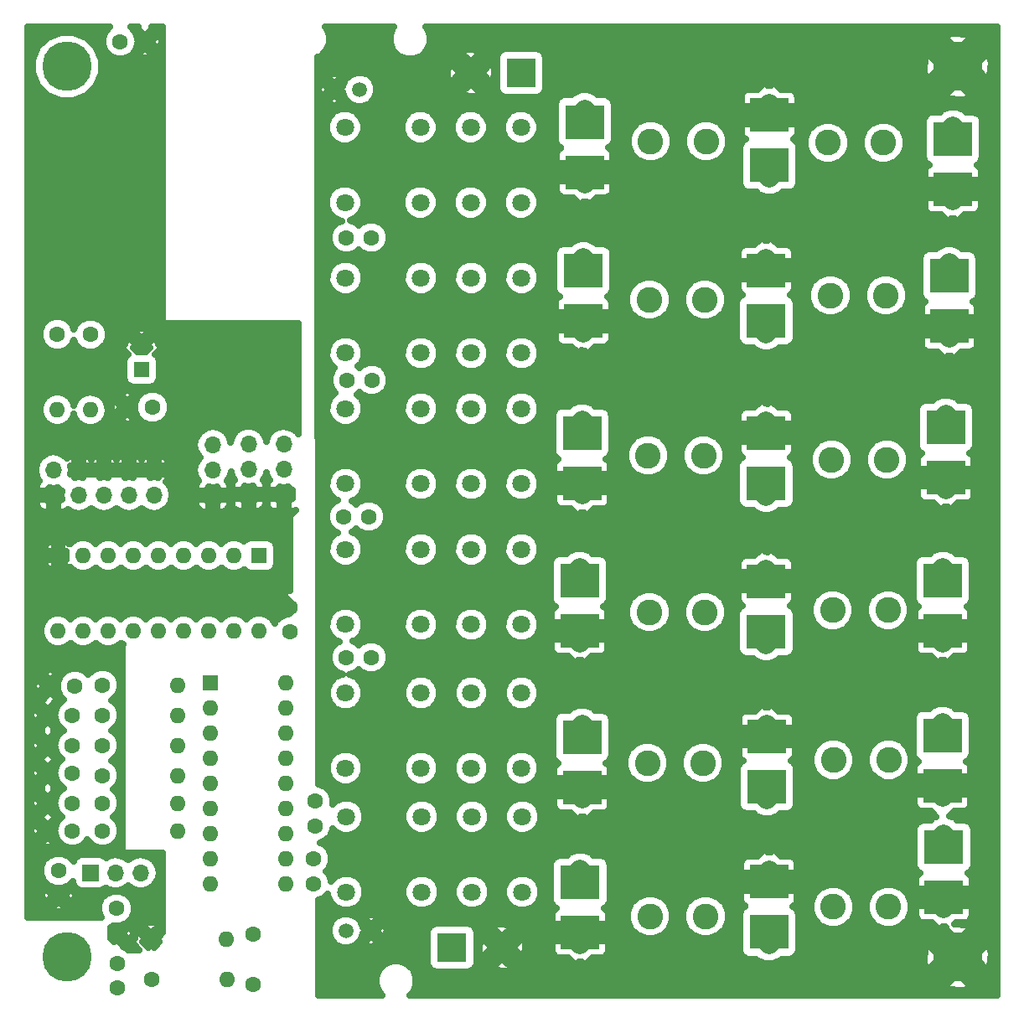
<source format=gbr>
G04 #@! TF.FileFunction,Copper,L1,Top,Signal*
%FSLAX46Y46*%
G04 Gerber Fmt 4.6, Leading zero omitted, Abs format (unit mm)*
G04 Created by KiCad (PCBNEW 4.0.7) date 07/02/19 23:07:16*
%MOMM*%
%LPD*%
G01*
G04 APERTURE LIST*
%ADD10C,0.100000*%
%ADD11C,2.600000*%
%ADD12C,1.500000*%
%ADD13R,3.000000X3.000000*%
%ADD14C,3.000000*%
%ADD15C,5.000000*%
%ADD16C,2.000000*%
%ADD17R,4.000000X3.500000*%
%ADD18C,1.800000*%
%ADD19R,1.600000X1.600000*%
%ADD20O,1.600000X1.600000*%
%ADD21C,1.600000*%
%ADD22R,1.700000X1.700000*%
%ADD23O,1.700000X1.700000*%
%ADD24C,0.350000*%
%ADD25C,0.635000*%
G04 APERTURE END LIST*
D10*
D11*
X122148600Y-68122800D03*
X127748600Y-68122800D03*
X103670100Y-115366800D03*
X109270100Y-115366800D03*
D12*
X74587100Y-47317700D03*
X72047100Y-47317700D03*
D13*
X90906600Y-45643800D03*
D14*
X85826600Y-45643800D03*
D12*
X73190100Y-132323800D03*
X75730100Y-132323800D03*
D13*
X83921600Y-134035800D03*
D14*
X89001600Y-134035800D03*
D15*
X45000000Y-135000000D03*
X135000000Y-135000000D03*
X135000000Y-45000000D03*
X45000000Y-45000000D03*
D11*
X103860600Y-100126800D03*
X109460600Y-100126800D03*
X103936800Y-130860800D03*
X109536800Y-130860800D03*
X121894600Y-52692300D03*
X127494600Y-52692300D03*
X122250200Y-84734400D03*
X127850200Y-84734400D03*
X122377200Y-99923600D03*
X127977200Y-99923600D03*
X122453400Y-115062000D03*
X128053400Y-115062000D03*
X122428000Y-129921000D03*
X128028000Y-129921000D03*
D16*
X97320100Y-49326800D03*
X97320100Y-56826800D03*
D17*
X97320100Y-50596800D03*
X97320100Y-55676800D03*
D16*
X97193100Y-64376300D03*
X97193100Y-71876300D03*
D17*
X97193100Y-65646300D03*
X97193100Y-70726300D03*
D16*
X97066100Y-80759300D03*
X97066100Y-88259300D03*
D17*
X97066100Y-82029300D03*
X97066100Y-87109300D03*
D16*
X96812100Y-95681800D03*
X96812100Y-103181800D03*
D17*
X96812100Y-96951800D03*
X96812100Y-102031800D03*
D16*
X97066100Y-111493300D03*
X97066100Y-118993300D03*
D17*
X97066100Y-112763300D03*
X97066100Y-117843300D03*
D16*
X96875600Y-126161800D03*
X96875600Y-133661800D03*
D17*
X96875600Y-127431800D03*
X96875600Y-132511800D03*
D16*
X115989100Y-56248300D03*
X115989100Y-48748300D03*
D17*
X115989100Y-54978300D03*
X115989100Y-49898300D03*
D16*
X115671600Y-71932800D03*
X115671600Y-64432800D03*
D17*
X115671600Y-70662800D03*
X115671600Y-65582800D03*
D16*
X115671600Y-88379300D03*
X115671600Y-80879300D03*
D17*
X115671600Y-87109300D03*
X115671600Y-82029300D03*
D16*
X115671600Y-103365300D03*
X115671600Y-95865300D03*
D17*
X115671600Y-102095300D03*
X115671600Y-97015300D03*
D16*
X115735100Y-119049800D03*
X115735100Y-111549800D03*
D17*
X115735100Y-117779800D03*
X115735100Y-112699800D03*
D16*
X115951000Y-133731000D03*
X115951000Y-126231000D03*
D17*
X115951000Y-132461000D03*
X115951000Y-127381000D03*
D16*
X134531100Y-51041300D03*
X134531100Y-58541300D03*
D17*
X134531100Y-52311300D03*
X134531100Y-57391300D03*
D16*
X134162800Y-64897000D03*
X134162800Y-72397000D03*
D17*
X134162800Y-66167000D03*
X134162800Y-71247000D03*
D16*
X133807200Y-80187800D03*
X133807200Y-87687800D03*
D17*
X133807200Y-81457800D03*
X133807200Y-86537800D03*
D16*
X133502400Y-95681800D03*
X133502400Y-103181800D03*
D17*
X133502400Y-96951800D03*
X133502400Y-102031800D03*
D16*
X133477000Y-111328200D03*
X133477000Y-118828200D03*
D17*
X133477000Y-112598200D03*
X133477000Y-117678200D03*
D16*
X133616700Y-122593100D03*
X133616700Y-130093100D03*
D17*
X133616700Y-123863100D03*
X133616700Y-128943100D03*
D11*
X103987600Y-52565300D03*
X109587600Y-52565300D03*
X103860600Y-68567300D03*
X109460600Y-68567300D03*
X103733600Y-84315300D03*
X109333600Y-84315300D03*
D18*
X80716100Y-51140200D03*
X90876100Y-51140200D03*
X85796100Y-51140200D03*
X85796100Y-58740200D03*
X80716100Y-58740200D03*
X90876100Y-58740200D03*
X73096100Y-51140200D03*
X73096100Y-58740200D03*
X80779600Y-66354800D03*
X90939600Y-66354800D03*
X85859600Y-66354800D03*
X85859600Y-73954800D03*
X80779600Y-73954800D03*
X90939600Y-73954800D03*
X73159600Y-66354800D03*
X73159600Y-73954800D03*
X80779600Y-79562800D03*
X90939600Y-79562800D03*
X85859600Y-79562800D03*
X85859600Y-87162800D03*
X80779600Y-87162800D03*
X90939600Y-87162800D03*
X73159600Y-79562800D03*
X73159600Y-87162800D03*
X80779600Y-93786800D03*
X90939600Y-93786800D03*
X85859600Y-93786800D03*
X85859600Y-101386800D03*
X80779600Y-101386800D03*
X90939600Y-101386800D03*
X73159600Y-93786800D03*
X73159600Y-101386800D03*
X80789760Y-108295280D03*
X90949760Y-108295280D03*
X85869760Y-108295280D03*
X85869760Y-115895280D03*
X80789760Y-115895280D03*
X90949760Y-115895280D03*
X73169760Y-108295280D03*
X73169760Y-115895280D03*
X80845640Y-120812400D03*
X91005640Y-120812400D03*
X85925640Y-120812400D03*
X85925640Y-128412400D03*
X80845640Y-128412400D03*
X91005640Y-128412400D03*
X73225640Y-120812400D03*
X73225640Y-128412400D03*
D19*
X59474100Y-107302300D03*
D20*
X67094100Y-127622300D03*
X59474100Y-109842300D03*
X67094100Y-125082300D03*
X59474100Y-112382300D03*
X67094100Y-122542300D03*
X59474100Y-114922300D03*
X67094100Y-120002300D03*
X59474100Y-117462300D03*
X67094100Y-117462300D03*
X59474100Y-120002300D03*
X67094100Y-114922300D03*
X59474100Y-122542300D03*
X67094100Y-112382300D03*
X59474100Y-125082300D03*
X67094100Y-109842300D03*
X59474100Y-127622300D03*
X67094100Y-107302300D03*
D21*
X73253600Y-62280800D03*
X75753600Y-62280800D03*
X73317100Y-76695300D03*
X75817100Y-76695300D03*
X70078600Y-119240300D03*
X70078600Y-121740300D03*
X69951600Y-127558800D03*
X69951600Y-125058800D03*
X72999600Y-90474800D03*
X75499600Y-90474800D03*
X73253600Y-104698800D03*
X75753600Y-104698800D03*
X51155600Y-79425800D03*
X53655600Y-79425800D03*
X67513200Y-99631500D03*
X67513200Y-102131500D03*
X45821600Y-107619800D03*
X43321600Y-107619800D03*
X50393600Y-42468800D03*
X52893600Y-42468800D03*
X44170600Y-128765300D03*
X44170600Y-126265300D03*
X45567600Y-110540800D03*
X43067600Y-110540800D03*
X45567600Y-113588800D03*
X43067600Y-113588800D03*
X45567600Y-116382800D03*
X43067600Y-116382800D03*
X45567600Y-119430800D03*
X43067600Y-119430800D03*
X45567600Y-122224800D03*
X43067600Y-122224800D03*
X63855600Y-137718800D03*
X63855600Y-132718800D03*
X50012600Y-132575300D03*
X50012600Y-130075300D03*
D22*
X43662600Y-88315800D03*
D23*
X43662600Y-85775800D03*
X46202600Y-88315800D03*
X46202600Y-85775800D03*
X48742600Y-88315800D03*
X48742600Y-85775800D03*
X51282600Y-88315800D03*
X51282600Y-85775800D03*
X53822600Y-88315800D03*
X53822600Y-85775800D03*
D22*
X47409100Y-126479300D03*
D23*
X49949100Y-126479300D03*
X52489100Y-126479300D03*
D22*
X59766200Y-88290400D03*
D23*
X59766200Y-85750400D03*
X59766200Y-83210400D03*
D22*
X63367920Y-88234520D03*
D23*
X63367920Y-85694520D03*
X63367920Y-83154520D03*
D22*
X66918840Y-88265000D03*
D23*
X66918840Y-85725000D03*
X66918840Y-83185000D03*
D21*
X48615600Y-107492800D03*
D20*
X56235600Y-107492800D03*
D21*
X48615600Y-110540800D03*
D20*
X56235600Y-110540800D03*
D21*
X48615600Y-113588800D03*
D20*
X56235600Y-113588800D03*
D21*
X48615600Y-116636800D03*
D20*
X56235600Y-116636800D03*
D21*
X48615600Y-119430800D03*
D20*
X56235600Y-119430800D03*
D21*
X48615600Y-122224800D03*
D20*
X56235600Y-122224800D03*
D21*
X53505100Y-133146800D03*
D20*
X61125100Y-133146800D03*
D21*
X53568600Y-137210800D03*
D20*
X61188600Y-137210800D03*
D21*
X44043600Y-72059800D03*
D20*
X44043600Y-79679800D03*
D21*
X47386240Y-72085200D03*
D20*
X47386240Y-79705200D03*
D19*
X64427100Y-94411800D03*
D20*
X44107100Y-102031800D03*
X61887100Y-94411800D03*
X46647100Y-102031800D03*
X59347100Y-94411800D03*
X49187100Y-102031800D03*
X56807100Y-94411800D03*
X51727100Y-102031800D03*
X54267100Y-94411800D03*
X54267100Y-102031800D03*
X51727100Y-94411800D03*
X56807100Y-102031800D03*
X49187100Y-94411800D03*
X59347100Y-102031800D03*
X46647100Y-94411800D03*
X61887100Y-102031800D03*
X44107100Y-94411800D03*
X64427100Y-102031800D03*
D21*
X50076100Y-135623300D03*
X50076100Y-138123300D03*
D19*
X52552600Y-75615800D03*
D21*
X52552600Y-73115800D03*
D24*
X67513200Y-99631500D02*
X49326800Y-99631500D01*
X49326800Y-99631500D02*
X44107100Y-94411800D01*
X63367920Y-88234520D02*
X66888360Y-88234520D01*
X66888360Y-88234520D02*
X66918840Y-88265000D01*
D25*
G36*
X77970453Y-41101894D02*
X77664949Y-41837631D01*
X77664253Y-42634274D01*
X77968473Y-43370543D01*
X78531294Y-43934347D01*
X79267031Y-44239851D01*
X80063674Y-44240547D01*
X80799943Y-43936327D01*
X81059106Y-43677615D01*
X84921076Y-43677615D01*
X85826600Y-44583140D01*
X86265939Y-44143800D01*
X88435440Y-44143800D01*
X88435440Y-47143800D01*
X88501857Y-47496775D01*
X88710465Y-47820962D01*
X89028764Y-48038446D01*
X89406600Y-48114960D01*
X92406600Y-48114960D01*
X92759575Y-48048543D01*
X93083762Y-47839935D01*
X93301246Y-47521636D01*
X93377760Y-47143800D01*
X93377760Y-45407993D01*
X131633986Y-45407993D01*
X131734076Y-45911182D01*
X132073236Y-46254456D01*
X133327692Y-45000000D01*
X136672308Y-45000000D01*
X137926764Y-46254456D01*
X138265924Y-45911182D01*
X138366014Y-44592007D01*
X138265924Y-44088818D01*
X137926764Y-43745544D01*
X136672308Y-45000000D01*
X133327692Y-45000000D01*
X132073236Y-43745544D01*
X131734076Y-44088818D01*
X131633986Y-45407993D01*
X93377760Y-45407993D01*
X93377760Y-44143800D01*
X93311343Y-43790825D01*
X93102735Y-43466638D01*
X92784436Y-43249154D01*
X92406600Y-43172640D01*
X89406600Y-43172640D01*
X89053625Y-43239057D01*
X88729438Y-43447665D01*
X88511954Y-43765964D01*
X88435440Y-44143800D01*
X86265939Y-44143800D01*
X86732124Y-43677615D01*
X86541952Y-43383226D01*
X85622414Y-43281549D01*
X85111248Y-43383226D01*
X84921076Y-43677615D01*
X81059106Y-43677615D01*
X81363747Y-43373506D01*
X81669251Y-42637769D01*
X81669744Y-42073236D01*
X133745544Y-42073236D01*
X135000000Y-43327692D01*
X136254456Y-42073236D01*
X135911182Y-41734076D01*
X134592007Y-41633986D01*
X134088818Y-41734076D01*
X133745544Y-42073236D01*
X81669744Y-42073236D01*
X81669947Y-41841126D01*
X81365727Y-41104857D01*
X81288505Y-41027500D01*
X138972500Y-41027500D01*
X138972500Y-138874274D01*
X79659803Y-138846015D01*
X79966747Y-138539606D01*
X80221220Y-137926764D01*
X133745544Y-137926764D01*
X134088818Y-138265924D01*
X135407993Y-138366014D01*
X135911182Y-138265924D01*
X136254456Y-137926764D01*
X135000000Y-136672308D01*
X133745544Y-137926764D01*
X80221220Y-137926764D01*
X80272251Y-137803869D01*
X80272947Y-137007226D01*
X79968727Y-136270957D01*
X79405906Y-135707153D01*
X78670169Y-135401649D01*
X77873526Y-135400953D01*
X77137257Y-135705173D01*
X76573453Y-136267994D01*
X76267949Y-137003731D01*
X76267253Y-137800374D01*
X76571473Y-138536643D01*
X76878983Y-138844690D01*
X70459161Y-138841631D01*
X70450600Y-132660962D01*
X71487305Y-132660962D01*
X71745949Y-133286929D01*
X72224452Y-133766268D01*
X72849966Y-134026004D01*
X73527262Y-134026595D01*
X74153229Y-133767951D01*
X74378839Y-133542734D01*
X75041496Y-133542734D01*
X75115372Y-133807889D01*
X75730101Y-133930166D01*
X76344828Y-133807889D01*
X76418704Y-133542734D01*
X75730100Y-132854130D01*
X75041496Y-133542734D01*
X74378839Y-133542734D01*
X74632568Y-133289448D01*
X74892304Y-132663934D01*
X74892333Y-132631237D01*
X75199770Y-132323800D01*
X76260430Y-132323800D01*
X76949034Y-133012404D01*
X77214189Y-132938528D01*
X77294296Y-132535800D01*
X81450440Y-132535800D01*
X81450440Y-135535800D01*
X81516857Y-135888775D01*
X81725465Y-136212962D01*
X82043764Y-136430446D01*
X82421600Y-136506960D01*
X85421600Y-136506960D01*
X85774575Y-136440543D01*
X86098762Y-136231935D01*
X86255879Y-136001985D01*
X88096076Y-136001985D01*
X88286248Y-136296374D01*
X89205786Y-136398051D01*
X89716952Y-136296374D01*
X89907124Y-136001985D01*
X89001600Y-135096460D01*
X88096076Y-136001985D01*
X86255879Y-136001985D01*
X86316246Y-135913636D01*
X86392760Y-135535800D01*
X86392760Y-134239986D01*
X86639349Y-134239986D01*
X86741026Y-134751152D01*
X87035415Y-134941324D01*
X87940940Y-134035800D01*
X90062260Y-134035800D01*
X90967785Y-134941324D01*
X91262174Y-134751152D01*
X91363851Y-133831614D01*
X91316423Y-133593175D01*
X94050100Y-133593175D01*
X94050100Y-134426002D01*
X94175775Y-134729408D01*
X94407992Y-134961625D01*
X94711398Y-135087300D01*
X95669225Y-135087300D01*
X95673449Y-135083076D01*
X96400042Y-135809669D01*
X96723361Y-135486350D01*
X96943252Y-135521834D01*
X97043403Y-135501913D01*
X97351158Y-135809669D01*
X98077751Y-135083076D01*
X98081975Y-135087300D01*
X99039802Y-135087300D01*
X99343208Y-134961625D01*
X99575425Y-134729408D01*
X99701100Y-134426002D01*
X99701100Y-133593175D01*
X99494725Y-133386800D01*
X98694390Y-133386800D01*
X98619937Y-133012498D01*
X98344648Y-132899859D01*
X97582707Y-133661800D01*
X97635207Y-133714300D01*
X96115993Y-133714300D01*
X96168493Y-133661800D01*
X95406552Y-132899859D01*
X95131263Y-133012498D01*
X95070861Y-133386800D01*
X94256475Y-133386800D01*
X94050100Y-133593175D01*
X91316423Y-133593175D01*
X91262174Y-133320448D01*
X90967785Y-133130276D01*
X90062260Y-134035800D01*
X87940940Y-134035800D01*
X87035415Y-133130276D01*
X86741026Y-133320448D01*
X86639349Y-134239986D01*
X86392760Y-134239986D01*
X86392760Y-132535800D01*
X86326343Y-132182825D01*
X86253495Y-132069615D01*
X88096076Y-132069615D01*
X89001600Y-132975140D01*
X89783987Y-132192752D01*
X96113659Y-132192752D01*
X96875600Y-132954693D01*
X97637541Y-132192752D01*
X97524902Y-131917463D01*
X96807948Y-131801766D01*
X96226298Y-131917463D01*
X96113659Y-132192752D01*
X89783987Y-132192752D01*
X89907124Y-132069615D01*
X89716952Y-131775226D01*
X88797414Y-131673549D01*
X88286248Y-131775226D01*
X88096076Y-132069615D01*
X86253495Y-132069615D01*
X86117735Y-131858638D01*
X85799436Y-131641154D01*
X85421600Y-131564640D01*
X82421600Y-131564640D01*
X82068625Y-131631057D01*
X81744438Y-131839665D01*
X81526954Y-132157964D01*
X81450440Y-132535800D01*
X77294296Y-132535800D01*
X77336466Y-132323799D01*
X77214189Y-131709072D01*
X76949034Y-131635196D01*
X76260430Y-132323800D01*
X75199770Y-132323800D01*
X74892869Y-132016899D01*
X74892895Y-131986638D01*
X74634251Y-131360671D01*
X74378893Y-131104866D01*
X75041496Y-131104866D01*
X75730100Y-131793470D01*
X76418704Y-131104866D01*
X76344828Y-130839711D01*
X75730099Y-130717434D01*
X75115372Y-130839711D01*
X75041496Y-131104866D01*
X74378893Y-131104866D01*
X74155748Y-130881332D01*
X73530234Y-130621596D01*
X72852938Y-130621005D01*
X72226971Y-130879649D01*
X71747632Y-131358152D01*
X71487896Y-131983666D01*
X71487305Y-132660962D01*
X70450600Y-132660962D01*
X70445875Y-129250778D01*
X70943015Y-129045364D01*
X71372961Y-128616167D01*
X71372819Y-128779268D01*
X71654251Y-129460386D01*
X72174913Y-129981958D01*
X72855538Y-130264578D01*
X73592508Y-130265221D01*
X74273626Y-129983789D01*
X74795198Y-129463127D01*
X75077818Y-128782502D01*
X75077820Y-128779268D01*
X78992819Y-128779268D01*
X79274251Y-129460386D01*
X79794913Y-129981958D01*
X80475538Y-130264578D01*
X81212508Y-130265221D01*
X81893626Y-129983789D01*
X82415198Y-129463127D01*
X82697818Y-128782502D01*
X82697820Y-128779268D01*
X84072819Y-128779268D01*
X84354251Y-129460386D01*
X84874913Y-129981958D01*
X85555538Y-130264578D01*
X86292508Y-130265221D01*
X86973626Y-129983789D01*
X87495198Y-129463127D01*
X87777818Y-128782502D01*
X87777820Y-128779268D01*
X89152819Y-128779268D01*
X89434251Y-129460386D01*
X89954913Y-129981958D01*
X90635538Y-130264578D01*
X91372508Y-130265221D01*
X92053626Y-129983789D01*
X92575198Y-129463127D01*
X92857818Y-128782502D01*
X92858461Y-128045532D01*
X92577029Y-127364414D01*
X92056367Y-126842842D01*
X91375742Y-126560222D01*
X90638772Y-126559579D01*
X89957654Y-126841011D01*
X89436082Y-127361673D01*
X89153462Y-128042298D01*
X89152819Y-128779268D01*
X87777820Y-128779268D01*
X87778461Y-128045532D01*
X87497029Y-127364414D01*
X86976367Y-126842842D01*
X86295742Y-126560222D01*
X85558772Y-126559579D01*
X84877654Y-126841011D01*
X84356082Y-127361673D01*
X84073462Y-128042298D01*
X84072819Y-128779268D01*
X82697820Y-128779268D01*
X82698461Y-128045532D01*
X82417029Y-127364414D01*
X81896367Y-126842842D01*
X81215742Y-126560222D01*
X80478772Y-126559579D01*
X79797654Y-126841011D01*
X79276082Y-127361673D01*
X78993462Y-128042298D01*
X78992819Y-128779268D01*
X75077820Y-128779268D01*
X75078461Y-128045532D01*
X74797029Y-127364414D01*
X74276367Y-126842842D01*
X73595742Y-126560222D01*
X72858772Y-126559579D01*
X72177654Y-126841011D01*
X71704315Y-127313524D01*
X71704404Y-127211735D01*
X71438164Y-126567385D01*
X71180011Y-126308781D01*
X71436431Y-126052808D01*
X71590487Y-125681800D01*
X93904440Y-125681800D01*
X93904440Y-129181800D01*
X93970857Y-129534775D01*
X94179465Y-129858962D01*
X94450696Y-130044286D01*
X94407992Y-130061975D01*
X94175775Y-130294192D01*
X94050100Y-130597598D01*
X94050100Y-131430425D01*
X94256475Y-131636800D01*
X95875600Y-131636800D01*
X95875600Y-131309300D01*
X97875600Y-131309300D01*
X97875600Y-131636800D01*
X99494725Y-131636800D01*
X99701100Y-131430425D01*
X99701100Y-131306884D01*
X101683910Y-131306884D01*
X102026110Y-132135072D01*
X102659195Y-132769263D01*
X103486784Y-133112908D01*
X104382884Y-133113690D01*
X105211072Y-132771490D01*
X105845263Y-132138405D01*
X106188908Y-131310816D01*
X106188911Y-131306884D01*
X107283910Y-131306884D01*
X107626110Y-132135072D01*
X108259195Y-132769263D01*
X109086784Y-133112908D01*
X109982884Y-133113690D01*
X110811072Y-132771490D01*
X111445263Y-132138405D01*
X111788908Y-131310816D01*
X111789431Y-130711000D01*
X112979840Y-130711000D01*
X112979840Y-134211000D01*
X113046257Y-134563975D01*
X113254865Y-134888162D01*
X113573164Y-135105646D01*
X113951000Y-135182160D01*
X114640783Y-135182160D01*
X114843553Y-135385284D01*
X115560920Y-135683161D01*
X116337672Y-135683838D01*
X117005268Y-135407993D01*
X131633986Y-135407993D01*
X131734076Y-135911182D01*
X132073236Y-136254456D01*
X133327692Y-135000000D01*
X136672308Y-135000000D01*
X137926764Y-136254456D01*
X138265924Y-135911182D01*
X138366014Y-134592007D01*
X138265924Y-134088818D01*
X137926764Y-133745544D01*
X136672308Y-135000000D01*
X133327692Y-135000000D01*
X132073236Y-133745544D01*
X131734076Y-134088818D01*
X131633986Y-135407993D01*
X117005268Y-135407993D01*
X117055558Y-135387214D01*
X117260970Y-135182160D01*
X117951000Y-135182160D01*
X118303975Y-135115743D01*
X118628162Y-134907135D01*
X118845646Y-134588836D01*
X118922160Y-134211000D01*
X118922160Y-130711000D01*
X118857448Y-130367084D01*
X120175110Y-130367084D01*
X120517310Y-131195272D01*
X121150395Y-131829463D01*
X121977984Y-132173108D01*
X122874084Y-132173890D01*
X123702272Y-131831690D01*
X124336463Y-131198605D01*
X124680108Y-130371016D01*
X124680111Y-130367084D01*
X125775110Y-130367084D01*
X126117310Y-131195272D01*
X126750395Y-131829463D01*
X127577984Y-132173108D01*
X128474084Y-132173890D01*
X129302272Y-131831690D01*
X129936463Y-131198605D01*
X130280108Y-130371016D01*
X130280410Y-130024475D01*
X130791200Y-130024475D01*
X130791200Y-130857302D01*
X130916875Y-131160708D01*
X131149092Y-131392925D01*
X131452498Y-131518600D01*
X132410325Y-131518600D01*
X132414549Y-131514376D01*
X133141142Y-132240969D01*
X133464461Y-131917650D01*
X133684352Y-131953134D01*
X133784503Y-131933213D01*
X133835574Y-131984285D01*
X133745544Y-132073236D01*
X135000000Y-133327692D01*
X136254456Y-132073236D01*
X135911182Y-131734076D01*
X134691679Y-131641548D01*
X134818851Y-131514376D01*
X134823075Y-131518600D01*
X135780902Y-131518600D01*
X136084308Y-131392925D01*
X136316525Y-131160708D01*
X136442200Y-130857302D01*
X136442200Y-130024475D01*
X136235825Y-129818100D01*
X135435490Y-129818100D01*
X135361037Y-129443798D01*
X135085748Y-129331159D01*
X134323807Y-130093100D01*
X134376307Y-130145600D01*
X132857093Y-130145600D01*
X132909593Y-130093100D01*
X132147652Y-129331159D01*
X131872363Y-129443798D01*
X131811961Y-129818100D01*
X130997575Y-129818100D01*
X130791200Y-130024475D01*
X130280410Y-130024475D01*
X130280890Y-129474916D01*
X129938690Y-128646728D01*
X129916054Y-128624052D01*
X132854759Y-128624052D01*
X133616700Y-129385993D01*
X134378641Y-128624052D01*
X134266002Y-128348763D01*
X133549048Y-128233066D01*
X132967398Y-128348763D01*
X132854759Y-128624052D01*
X129916054Y-128624052D01*
X129305605Y-128012537D01*
X128478016Y-127668892D01*
X127581916Y-127668110D01*
X126753728Y-128010310D01*
X126119537Y-128643395D01*
X125775892Y-129470984D01*
X125775110Y-130367084D01*
X124680111Y-130367084D01*
X124680890Y-129474916D01*
X124338690Y-128646728D01*
X123705605Y-128012537D01*
X122878016Y-127668892D01*
X121981916Y-127668110D01*
X121153728Y-128010310D01*
X120519537Y-128643395D01*
X120175892Y-129470984D01*
X120175110Y-130367084D01*
X118857448Y-130367084D01*
X118855743Y-130358025D01*
X118647135Y-130033838D01*
X118375904Y-129848514D01*
X118418608Y-129830825D01*
X118650825Y-129598608D01*
X118776500Y-129295202D01*
X118776500Y-128462375D01*
X118570125Y-128256000D01*
X116951000Y-128256000D01*
X116951000Y-128583500D01*
X114951000Y-128583500D01*
X114951000Y-128256000D01*
X113331875Y-128256000D01*
X113125500Y-128462375D01*
X113125500Y-129295202D01*
X113251175Y-129598608D01*
X113483392Y-129830825D01*
X113529905Y-129850091D01*
X113273838Y-130014865D01*
X113056354Y-130333164D01*
X112979840Y-130711000D01*
X111789431Y-130711000D01*
X111789690Y-130414716D01*
X111447490Y-129586528D01*
X110814405Y-128952337D01*
X109986816Y-128608692D01*
X109090716Y-128607910D01*
X108262528Y-128950110D01*
X107628337Y-129583195D01*
X107284692Y-130410784D01*
X107283910Y-131306884D01*
X106188911Y-131306884D01*
X106189690Y-130414716D01*
X105847490Y-129586528D01*
X105214405Y-128952337D01*
X104386816Y-128608692D01*
X103490716Y-128607910D01*
X102662528Y-128950110D01*
X102028337Y-129583195D01*
X101684692Y-130410784D01*
X101683910Y-131306884D01*
X99701100Y-131306884D01*
X99701100Y-130597598D01*
X99575425Y-130294192D01*
X99343208Y-130061975D01*
X99296695Y-130042709D01*
X99552762Y-129877935D01*
X99770246Y-129559636D01*
X99846760Y-129181800D01*
X99846760Y-127700048D01*
X115189059Y-127700048D01*
X115301698Y-127975337D01*
X116018652Y-128091034D01*
X116600302Y-127975337D01*
X116712941Y-127700048D01*
X115951000Y-126938107D01*
X115189059Y-127700048D01*
X99846760Y-127700048D01*
X99846760Y-125681800D01*
X99806305Y-125466798D01*
X113125500Y-125466798D01*
X113125500Y-126299625D01*
X113331875Y-126506000D01*
X114132210Y-126506000D01*
X114206663Y-126880302D01*
X114481952Y-126992941D01*
X115243893Y-126231000D01*
X115191393Y-126178500D01*
X116710607Y-126178500D01*
X116658107Y-126231000D01*
X117420048Y-126992941D01*
X117695337Y-126880302D01*
X117755739Y-126506000D01*
X118570125Y-126506000D01*
X118776500Y-126299625D01*
X118776500Y-125466798D01*
X118650825Y-125163392D01*
X118418608Y-124931175D01*
X118115202Y-124805500D01*
X117157375Y-124805500D01*
X117153151Y-124809724D01*
X116426558Y-124083131D01*
X116103239Y-124406450D01*
X115883348Y-124370966D01*
X115783197Y-124390887D01*
X115475442Y-124083131D01*
X114748849Y-124809724D01*
X114744625Y-124805500D01*
X113786798Y-124805500D01*
X113483392Y-124931175D01*
X113251175Y-125163392D01*
X113125500Y-125466798D01*
X99806305Y-125466798D01*
X99780343Y-125328825D01*
X99571735Y-125004638D01*
X99253436Y-124787154D01*
X98875600Y-124710640D01*
X98185817Y-124710640D01*
X97983047Y-124507516D01*
X97265680Y-124209639D01*
X96488928Y-124208962D01*
X95771042Y-124505586D01*
X95565630Y-124710640D01*
X94875600Y-124710640D01*
X94522625Y-124777057D01*
X94198438Y-124985665D01*
X93980954Y-125303964D01*
X93904440Y-125681800D01*
X71590487Y-125681800D01*
X71703796Y-125408923D01*
X71704404Y-124711735D01*
X71438164Y-124067385D01*
X70945608Y-123573969D01*
X70588666Y-123425753D01*
X71070015Y-123226864D01*
X71563431Y-122734308D01*
X71830796Y-122090423D01*
X71830842Y-122037286D01*
X72174913Y-122381958D01*
X72855538Y-122664578D01*
X73592508Y-122665221D01*
X74273626Y-122383789D01*
X74795198Y-121863127D01*
X75077818Y-121182502D01*
X75077820Y-121179268D01*
X78992819Y-121179268D01*
X79274251Y-121860386D01*
X79794913Y-122381958D01*
X80475538Y-122664578D01*
X81212508Y-122665221D01*
X81893626Y-122383789D01*
X82415198Y-121863127D01*
X82697818Y-121182502D01*
X82697820Y-121179268D01*
X84072819Y-121179268D01*
X84354251Y-121860386D01*
X84874913Y-122381958D01*
X85555538Y-122664578D01*
X86292508Y-122665221D01*
X86973626Y-122383789D01*
X87495198Y-121863127D01*
X87777818Y-121182502D01*
X87777820Y-121179268D01*
X89152819Y-121179268D01*
X89434251Y-121860386D01*
X89954913Y-122381958D01*
X90635538Y-122664578D01*
X91372508Y-122665221D01*
X92053626Y-122383789D01*
X92324788Y-122113100D01*
X130645540Y-122113100D01*
X130645540Y-125613100D01*
X130711957Y-125966075D01*
X130920565Y-126290262D01*
X131191796Y-126475586D01*
X131149092Y-126493275D01*
X130916875Y-126725492D01*
X130791200Y-127028898D01*
X130791200Y-127861725D01*
X130997575Y-128068100D01*
X132616700Y-128068100D01*
X132616700Y-127740600D01*
X134616700Y-127740600D01*
X134616700Y-128068100D01*
X136235825Y-128068100D01*
X136442200Y-127861725D01*
X136442200Y-127028898D01*
X136316525Y-126725492D01*
X136084308Y-126493275D01*
X136037795Y-126474009D01*
X136293862Y-126309235D01*
X136511346Y-125990936D01*
X136587860Y-125613100D01*
X136587860Y-122113100D01*
X136521443Y-121760125D01*
X136312835Y-121435938D01*
X135994536Y-121218454D01*
X135616700Y-121141940D01*
X134926917Y-121141940D01*
X134724147Y-120938816D01*
X134205268Y-120723359D01*
X134679151Y-120249476D01*
X134683375Y-120253700D01*
X135641202Y-120253700D01*
X135944608Y-120128025D01*
X136176825Y-119895808D01*
X136302500Y-119592402D01*
X136302500Y-118759575D01*
X136096125Y-118553200D01*
X135295790Y-118553200D01*
X135221337Y-118178898D01*
X134946048Y-118066259D01*
X134184107Y-118828200D01*
X134236607Y-118880700D01*
X132717393Y-118880700D01*
X132769893Y-118828200D01*
X132007952Y-118066259D01*
X131732663Y-118178898D01*
X131672261Y-118553200D01*
X130857875Y-118553200D01*
X130651500Y-118759575D01*
X130651500Y-119592402D01*
X130777175Y-119895808D01*
X131009392Y-120128025D01*
X131312798Y-120253700D01*
X132270625Y-120253700D01*
X132274849Y-120249476D01*
X132830653Y-120805280D01*
X132512142Y-120936886D01*
X132306730Y-121141940D01*
X131616700Y-121141940D01*
X131263725Y-121208357D01*
X130939538Y-121416965D01*
X130722054Y-121735264D01*
X130645540Y-122113100D01*
X92324788Y-122113100D01*
X92575198Y-121863127D01*
X92857818Y-121182502D01*
X92858461Y-120445532D01*
X92577029Y-119764414D01*
X92056367Y-119242842D01*
X91375742Y-118960222D01*
X90638772Y-118959579D01*
X89957654Y-119241011D01*
X89436082Y-119761673D01*
X89153462Y-120442298D01*
X89152819Y-121179268D01*
X87777820Y-121179268D01*
X87778461Y-120445532D01*
X87497029Y-119764414D01*
X86976367Y-119242842D01*
X86295742Y-118960222D01*
X85558772Y-118959579D01*
X84877654Y-119241011D01*
X84356082Y-119761673D01*
X84073462Y-120442298D01*
X84072819Y-121179268D01*
X82697820Y-121179268D01*
X82698461Y-120445532D01*
X82417029Y-119764414D01*
X81896367Y-119242842D01*
X81215742Y-118960222D01*
X80478772Y-118959579D01*
X79797654Y-119241011D01*
X79276082Y-119761673D01*
X78993462Y-120442298D01*
X78992819Y-121179268D01*
X75077820Y-121179268D01*
X75078461Y-120445532D01*
X74797029Y-119764414D01*
X74276367Y-119242842D01*
X73595742Y-118960222D01*
X72858772Y-118959579D01*
X72177654Y-119241011D01*
X71830799Y-119587261D01*
X71831376Y-118924675D01*
X94240600Y-118924675D01*
X94240600Y-119757502D01*
X94366275Y-120060908D01*
X94598492Y-120293125D01*
X94901898Y-120418800D01*
X95859725Y-120418800D01*
X95863949Y-120414576D01*
X96590542Y-121141169D01*
X96913861Y-120817850D01*
X97133752Y-120853334D01*
X97233903Y-120833413D01*
X97541658Y-121141169D01*
X98268251Y-120414576D01*
X98272475Y-120418800D01*
X99230302Y-120418800D01*
X99533708Y-120293125D01*
X99765925Y-120060908D01*
X99891600Y-119757502D01*
X99891600Y-118924675D01*
X99685225Y-118718300D01*
X98884890Y-118718300D01*
X98810437Y-118343998D01*
X98535148Y-118231359D01*
X97773207Y-118993300D01*
X97825707Y-119045800D01*
X96306493Y-119045800D01*
X96358993Y-118993300D01*
X95597052Y-118231359D01*
X95321763Y-118343998D01*
X95261361Y-118718300D01*
X94446975Y-118718300D01*
X94240600Y-118924675D01*
X71831376Y-118924675D01*
X71831404Y-118893235D01*
X71565164Y-118248885D01*
X71072608Y-117755469D01*
X70429580Y-117488460D01*
X70427882Y-116262148D01*
X71316939Y-116262148D01*
X71598371Y-116943266D01*
X72119033Y-117464838D01*
X72799658Y-117747458D01*
X73536628Y-117748101D01*
X74217746Y-117466669D01*
X74739318Y-116946007D01*
X75021938Y-116265382D01*
X75021940Y-116262148D01*
X78936939Y-116262148D01*
X79218371Y-116943266D01*
X79739033Y-117464838D01*
X80419658Y-117747458D01*
X81156628Y-117748101D01*
X81837746Y-117466669D01*
X82359318Y-116946007D01*
X82641938Y-116265382D01*
X82641940Y-116262148D01*
X84016939Y-116262148D01*
X84298371Y-116943266D01*
X84819033Y-117464838D01*
X85499658Y-117747458D01*
X86236628Y-117748101D01*
X86917746Y-117466669D01*
X87439318Y-116946007D01*
X87721938Y-116265382D01*
X87721940Y-116262148D01*
X89096939Y-116262148D01*
X89378371Y-116943266D01*
X89899033Y-117464838D01*
X90579658Y-117747458D01*
X91316628Y-117748101D01*
X91858384Y-117524252D01*
X96304159Y-117524252D01*
X97066100Y-118286193D01*
X97828041Y-117524252D01*
X97715402Y-117248963D01*
X96998448Y-117133266D01*
X96416798Y-117248963D01*
X96304159Y-117524252D01*
X91858384Y-117524252D01*
X91997746Y-117466669D01*
X92519318Y-116946007D01*
X92801938Y-116265382D01*
X92802581Y-115528412D01*
X92521149Y-114847294D01*
X92000487Y-114325722D01*
X91319862Y-114043102D01*
X90582892Y-114042459D01*
X89901774Y-114323891D01*
X89380202Y-114844553D01*
X89097582Y-115525178D01*
X89096939Y-116262148D01*
X87721940Y-116262148D01*
X87722581Y-115528412D01*
X87441149Y-114847294D01*
X86920487Y-114325722D01*
X86239862Y-114043102D01*
X85502892Y-114042459D01*
X84821774Y-114323891D01*
X84300202Y-114844553D01*
X84017582Y-115525178D01*
X84016939Y-116262148D01*
X82641940Y-116262148D01*
X82642581Y-115528412D01*
X82361149Y-114847294D01*
X81840487Y-114325722D01*
X81159862Y-114043102D01*
X80422892Y-114042459D01*
X79741774Y-114323891D01*
X79220202Y-114844553D01*
X78937582Y-115525178D01*
X78936939Y-116262148D01*
X75021940Y-116262148D01*
X75022581Y-115528412D01*
X74741149Y-114847294D01*
X74220487Y-114325722D01*
X73539862Y-114043102D01*
X72802892Y-114042459D01*
X72121774Y-114323891D01*
X71600202Y-114844553D01*
X71317582Y-115525178D01*
X71316939Y-116262148D01*
X70427882Y-116262148D01*
X70420611Y-111013300D01*
X94094940Y-111013300D01*
X94094940Y-114513300D01*
X94161357Y-114866275D01*
X94369965Y-115190462D01*
X94641196Y-115375786D01*
X94598492Y-115393475D01*
X94366275Y-115625692D01*
X94240600Y-115929098D01*
X94240600Y-116761925D01*
X94446975Y-116968300D01*
X96066100Y-116968300D01*
X96066100Y-116640800D01*
X98066100Y-116640800D01*
X98066100Y-116968300D01*
X99685225Y-116968300D01*
X99891600Y-116761925D01*
X99891600Y-115929098D01*
X99843463Y-115812884D01*
X101417210Y-115812884D01*
X101759410Y-116641072D01*
X102392495Y-117275263D01*
X103220084Y-117618908D01*
X104116184Y-117619690D01*
X104944372Y-117277490D01*
X105578563Y-116644405D01*
X105922208Y-115816816D01*
X105922211Y-115812884D01*
X107017210Y-115812884D01*
X107359410Y-116641072D01*
X107992495Y-117275263D01*
X108820084Y-117618908D01*
X109716184Y-117619690D01*
X110544372Y-117277490D01*
X111178563Y-116644405D01*
X111433769Y-116029800D01*
X112763940Y-116029800D01*
X112763940Y-119529800D01*
X112830357Y-119882775D01*
X113038965Y-120206962D01*
X113357264Y-120424446D01*
X113735100Y-120500960D01*
X114424883Y-120500960D01*
X114627653Y-120704084D01*
X115345020Y-121001961D01*
X116121772Y-121002638D01*
X116839658Y-120706014D01*
X117045070Y-120500960D01*
X117735100Y-120500960D01*
X118088075Y-120434543D01*
X118412262Y-120225935D01*
X118629746Y-119907636D01*
X118706260Y-119529800D01*
X118706260Y-117359152D01*
X132715059Y-117359152D01*
X133477000Y-118121093D01*
X134238941Y-117359152D01*
X134126302Y-117083863D01*
X133409348Y-116968166D01*
X132827698Y-117083863D01*
X132715059Y-117359152D01*
X118706260Y-117359152D01*
X118706260Y-116029800D01*
X118639843Y-115676825D01*
X118531262Y-115508084D01*
X120200510Y-115508084D01*
X120542710Y-116336272D01*
X121175795Y-116970463D01*
X122003384Y-117314108D01*
X122899484Y-117314890D01*
X123727672Y-116972690D01*
X124361863Y-116339605D01*
X124705508Y-115512016D01*
X124705511Y-115508084D01*
X125800510Y-115508084D01*
X126142710Y-116336272D01*
X126775795Y-116970463D01*
X127603384Y-117314108D01*
X128499484Y-117314890D01*
X129327672Y-116972690D01*
X129961863Y-116339605D01*
X130305508Y-115512016D01*
X130306290Y-114615916D01*
X129964090Y-113787728D01*
X129331005Y-113153537D01*
X128503416Y-112809892D01*
X127607316Y-112809110D01*
X126779128Y-113151310D01*
X126144937Y-113784395D01*
X125801292Y-114611984D01*
X125800510Y-115508084D01*
X124705511Y-115508084D01*
X124706290Y-114615916D01*
X124364090Y-113787728D01*
X123731005Y-113153537D01*
X122903416Y-112809892D01*
X122007316Y-112809110D01*
X121179128Y-113151310D01*
X120544937Y-113784395D01*
X120201292Y-114611984D01*
X120200510Y-115508084D01*
X118531262Y-115508084D01*
X118431235Y-115352638D01*
X118160004Y-115167314D01*
X118202708Y-115149625D01*
X118434925Y-114917408D01*
X118560600Y-114614002D01*
X118560600Y-113781175D01*
X118354225Y-113574800D01*
X116735100Y-113574800D01*
X116735100Y-113902300D01*
X114735100Y-113902300D01*
X114735100Y-113574800D01*
X113115975Y-113574800D01*
X112909600Y-113781175D01*
X112909600Y-114614002D01*
X113035275Y-114917408D01*
X113267492Y-115149625D01*
X113314005Y-115168891D01*
X113057938Y-115333665D01*
X112840454Y-115651964D01*
X112763940Y-116029800D01*
X111433769Y-116029800D01*
X111522208Y-115816816D01*
X111522990Y-114920716D01*
X111180790Y-114092528D01*
X110547705Y-113458337D01*
X109720116Y-113114692D01*
X108824016Y-113113910D01*
X107995828Y-113456110D01*
X107361637Y-114089195D01*
X107017992Y-114916784D01*
X107017210Y-115812884D01*
X105922211Y-115812884D01*
X105922990Y-114920716D01*
X105580790Y-114092528D01*
X104947705Y-113458337D01*
X104120116Y-113114692D01*
X103224016Y-113113910D01*
X102395828Y-113456110D01*
X101761637Y-114089195D01*
X101417992Y-114916784D01*
X101417210Y-115812884D01*
X99843463Y-115812884D01*
X99765925Y-115625692D01*
X99533708Y-115393475D01*
X99487195Y-115374209D01*
X99743262Y-115209435D01*
X99960746Y-114891136D01*
X100037260Y-114513300D01*
X100037260Y-113018848D01*
X114973159Y-113018848D01*
X115085798Y-113294137D01*
X115802752Y-113409834D01*
X116384402Y-113294137D01*
X116497041Y-113018848D01*
X115735100Y-112256907D01*
X114973159Y-113018848D01*
X100037260Y-113018848D01*
X100037260Y-111013300D01*
X99994415Y-110785598D01*
X112909600Y-110785598D01*
X112909600Y-111618425D01*
X113115975Y-111824800D01*
X113916310Y-111824800D01*
X113990763Y-112199102D01*
X114266052Y-112311741D01*
X115027993Y-111549800D01*
X114975493Y-111497300D01*
X116494707Y-111497300D01*
X116442207Y-111549800D01*
X117204148Y-112311741D01*
X117479437Y-112199102D01*
X117539839Y-111824800D01*
X118354225Y-111824800D01*
X118560600Y-111618425D01*
X118560600Y-110848200D01*
X130505840Y-110848200D01*
X130505840Y-114348200D01*
X130572257Y-114701175D01*
X130780865Y-115025362D01*
X131052096Y-115210686D01*
X131009392Y-115228375D01*
X130777175Y-115460592D01*
X130651500Y-115763998D01*
X130651500Y-116596825D01*
X130857875Y-116803200D01*
X132477000Y-116803200D01*
X132477000Y-116475700D01*
X134477000Y-116475700D01*
X134477000Y-116803200D01*
X136096125Y-116803200D01*
X136302500Y-116596825D01*
X136302500Y-115763998D01*
X136176825Y-115460592D01*
X135944608Y-115228375D01*
X135898095Y-115209109D01*
X136154162Y-115044335D01*
X136371646Y-114726036D01*
X136448160Y-114348200D01*
X136448160Y-110848200D01*
X136381743Y-110495225D01*
X136173135Y-110171038D01*
X135854836Y-109953554D01*
X135477000Y-109877040D01*
X134787217Y-109877040D01*
X134584447Y-109673916D01*
X133867080Y-109376039D01*
X133090328Y-109375362D01*
X132372442Y-109671986D01*
X132167030Y-109877040D01*
X131477000Y-109877040D01*
X131124025Y-109943457D01*
X130799838Y-110152065D01*
X130582354Y-110470364D01*
X130505840Y-110848200D01*
X118560600Y-110848200D01*
X118560600Y-110785598D01*
X118434925Y-110482192D01*
X118202708Y-110249975D01*
X117899302Y-110124300D01*
X116941475Y-110124300D01*
X116937251Y-110128524D01*
X116210658Y-109401931D01*
X115887339Y-109725250D01*
X115667448Y-109689766D01*
X115567297Y-109709687D01*
X115259542Y-109401931D01*
X114532949Y-110128524D01*
X114528725Y-110124300D01*
X113570898Y-110124300D01*
X113267492Y-110249975D01*
X113035275Y-110482192D01*
X112909600Y-110785598D01*
X99994415Y-110785598D01*
X99970843Y-110660325D01*
X99762235Y-110336138D01*
X99443936Y-110118654D01*
X99066100Y-110042140D01*
X98376317Y-110042140D01*
X98173547Y-109839016D01*
X97456180Y-109541139D01*
X96679428Y-109540462D01*
X95961542Y-109837086D01*
X95756130Y-110042140D01*
X95066100Y-110042140D01*
X94713125Y-110108557D01*
X94388938Y-110317165D01*
X94171454Y-110635464D01*
X94094940Y-111013300D01*
X70420611Y-111013300D01*
X70407783Y-101753668D01*
X71306779Y-101753668D01*
X71588211Y-102434786D01*
X72108873Y-102956358D01*
X72494212Y-103116365D01*
X72262185Y-103212236D01*
X71768769Y-103704792D01*
X71501404Y-104348677D01*
X71500796Y-105045865D01*
X71767036Y-105690215D01*
X72259592Y-106183631D01*
X72883086Y-106442529D01*
X72802892Y-106442459D01*
X72121774Y-106723891D01*
X71600202Y-107244553D01*
X71317582Y-107925178D01*
X71316939Y-108662148D01*
X71598371Y-109343266D01*
X72119033Y-109864838D01*
X72799658Y-110147458D01*
X73536628Y-110148101D01*
X74217746Y-109866669D01*
X74739318Y-109346007D01*
X75021938Y-108665382D01*
X75021940Y-108662148D01*
X78936939Y-108662148D01*
X79218371Y-109343266D01*
X79739033Y-109864838D01*
X80419658Y-110147458D01*
X81156628Y-110148101D01*
X81837746Y-109866669D01*
X82359318Y-109346007D01*
X82641938Y-108665382D01*
X82641940Y-108662148D01*
X84016939Y-108662148D01*
X84298371Y-109343266D01*
X84819033Y-109864838D01*
X85499658Y-110147458D01*
X86236628Y-110148101D01*
X86917746Y-109866669D01*
X87439318Y-109346007D01*
X87721938Y-108665382D01*
X87721940Y-108662148D01*
X89096939Y-108662148D01*
X89378371Y-109343266D01*
X89899033Y-109864838D01*
X90579658Y-110147458D01*
X91316628Y-110148101D01*
X91997746Y-109866669D01*
X92519318Y-109346007D01*
X92801938Y-108665382D01*
X92802581Y-107928412D01*
X92521149Y-107247294D01*
X92000487Y-106725722D01*
X91319862Y-106443102D01*
X90582892Y-106442459D01*
X89901774Y-106723891D01*
X89380202Y-107244553D01*
X89097582Y-107925178D01*
X89096939Y-108662148D01*
X87721940Y-108662148D01*
X87722581Y-107928412D01*
X87441149Y-107247294D01*
X86920487Y-106725722D01*
X86239862Y-106443102D01*
X85502892Y-106442459D01*
X84821774Y-106723891D01*
X84300202Y-107244553D01*
X84017582Y-107925178D01*
X84016939Y-108662148D01*
X82641940Y-108662148D01*
X82642581Y-107928412D01*
X82361149Y-107247294D01*
X81840487Y-106725722D01*
X81159862Y-106443102D01*
X80422892Y-106442459D01*
X79741774Y-106723891D01*
X79220202Y-107244553D01*
X78937582Y-107925178D01*
X78936939Y-108662148D01*
X75021940Y-108662148D01*
X75022581Y-107928412D01*
X74741149Y-107247294D01*
X74220487Y-106725722D01*
X73560252Y-106451569D01*
X73600665Y-106451604D01*
X74245015Y-106185364D01*
X74503619Y-105927211D01*
X74759592Y-106183631D01*
X75403477Y-106450996D01*
X76100665Y-106451604D01*
X76745015Y-106185364D01*
X77238431Y-105692808D01*
X77505796Y-105048923D01*
X77506404Y-104351735D01*
X77240164Y-103707385D01*
X76747608Y-103213969D01*
X76103723Y-102946604D01*
X75406535Y-102945996D01*
X74762185Y-103212236D01*
X74503581Y-103470389D01*
X74247608Y-103213969D01*
X73918893Y-103077474D01*
X74207586Y-102958189D01*
X74729158Y-102437527D01*
X75011778Y-101756902D01*
X75011780Y-101753668D01*
X78926779Y-101753668D01*
X79208211Y-102434786D01*
X79728873Y-102956358D01*
X80409498Y-103238978D01*
X81146468Y-103239621D01*
X81827586Y-102958189D01*
X82349158Y-102437527D01*
X82631778Y-101756902D01*
X82631780Y-101753668D01*
X84006779Y-101753668D01*
X84288211Y-102434786D01*
X84808873Y-102956358D01*
X85489498Y-103238978D01*
X86226468Y-103239621D01*
X86907586Y-102958189D01*
X87429158Y-102437527D01*
X87711778Y-101756902D01*
X87711780Y-101753668D01*
X89086779Y-101753668D01*
X89368211Y-102434786D01*
X89888873Y-102956358D01*
X90569498Y-103238978D01*
X91306468Y-103239621D01*
X91612490Y-103113175D01*
X93986600Y-103113175D01*
X93986600Y-103946002D01*
X94112275Y-104249408D01*
X94344492Y-104481625D01*
X94647898Y-104607300D01*
X95605725Y-104607300D01*
X95609949Y-104603076D01*
X96336542Y-105329669D01*
X96659861Y-105006350D01*
X96879752Y-105041834D01*
X96979903Y-105021913D01*
X97287658Y-105329669D01*
X98014251Y-104603076D01*
X98018475Y-104607300D01*
X98976302Y-104607300D01*
X99279708Y-104481625D01*
X99511925Y-104249408D01*
X99637600Y-103946002D01*
X99637600Y-103113175D01*
X99431225Y-102906800D01*
X98630890Y-102906800D01*
X98556437Y-102532498D01*
X98281148Y-102419859D01*
X97519207Y-103181800D01*
X97571707Y-103234300D01*
X96052493Y-103234300D01*
X96104993Y-103181800D01*
X95343052Y-102419859D01*
X95067763Y-102532498D01*
X95007361Y-102906800D01*
X94192975Y-102906800D01*
X93986600Y-103113175D01*
X91612490Y-103113175D01*
X91987586Y-102958189D01*
X92509158Y-102437527D01*
X92791778Y-101756902D01*
X92791816Y-101712752D01*
X96050159Y-101712752D01*
X96812100Y-102474693D01*
X97574041Y-101712752D01*
X97461402Y-101437463D01*
X96744448Y-101321766D01*
X96162798Y-101437463D01*
X96050159Y-101712752D01*
X92791816Y-101712752D01*
X92792421Y-101019932D01*
X92510989Y-100338814D01*
X91990327Y-99817242D01*
X91309702Y-99534622D01*
X90572732Y-99533979D01*
X89891614Y-99815411D01*
X89370042Y-100336073D01*
X89087422Y-101016698D01*
X89086779Y-101753668D01*
X87711780Y-101753668D01*
X87712421Y-101019932D01*
X87430989Y-100338814D01*
X86910327Y-99817242D01*
X86229702Y-99534622D01*
X85492732Y-99533979D01*
X84811614Y-99815411D01*
X84290042Y-100336073D01*
X84007422Y-101016698D01*
X84006779Y-101753668D01*
X82631780Y-101753668D01*
X82632421Y-101019932D01*
X82350989Y-100338814D01*
X81830327Y-99817242D01*
X81149702Y-99534622D01*
X80412732Y-99533979D01*
X79731614Y-99815411D01*
X79210042Y-100336073D01*
X78927422Y-101016698D01*
X78926779Y-101753668D01*
X75011780Y-101753668D01*
X75012421Y-101019932D01*
X74730989Y-100338814D01*
X74210327Y-99817242D01*
X73529702Y-99534622D01*
X72792732Y-99533979D01*
X72111614Y-99815411D01*
X71590042Y-100336073D01*
X71307422Y-101016698D01*
X71306779Y-101753668D01*
X70407783Y-101753668D01*
X70392639Y-90821865D01*
X71246796Y-90821865D01*
X71513036Y-91466215D01*
X72005592Y-91959631D01*
X72367225Y-92109795D01*
X72111614Y-92215411D01*
X71590042Y-92736073D01*
X71307422Y-93416698D01*
X71306779Y-94153668D01*
X71588211Y-94834786D01*
X72108873Y-95356358D01*
X72789498Y-95638978D01*
X73526468Y-95639621D01*
X74207586Y-95358189D01*
X74729158Y-94837527D01*
X75011778Y-94156902D01*
X75011780Y-94153668D01*
X78926779Y-94153668D01*
X79208211Y-94834786D01*
X79728873Y-95356358D01*
X80409498Y-95638978D01*
X81146468Y-95639621D01*
X81827586Y-95358189D01*
X82349158Y-94837527D01*
X82631778Y-94156902D01*
X82631780Y-94153668D01*
X84006779Y-94153668D01*
X84288211Y-94834786D01*
X84808873Y-95356358D01*
X85489498Y-95638978D01*
X86226468Y-95639621D01*
X86907586Y-95358189D01*
X87429158Y-94837527D01*
X87711778Y-94156902D01*
X87711780Y-94153668D01*
X89086779Y-94153668D01*
X89368211Y-94834786D01*
X89888873Y-95356358D01*
X90569498Y-95638978D01*
X91306468Y-95639621D01*
X91987586Y-95358189D01*
X92144248Y-95201800D01*
X93840940Y-95201800D01*
X93840940Y-98701800D01*
X93907357Y-99054775D01*
X94115965Y-99378962D01*
X94387196Y-99564286D01*
X94344492Y-99581975D01*
X94112275Y-99814192D01*
X93986600Y-100117598D01*
X93986600Y-100950425D01*
X94192975Y-101156800D01*
X95812100Y-101156800D01*
X95812100Y-100829300D01*
X97812100Y-100829300D01*
X97812100Y-101156800D01*
X99431225Y-101156800D01*
X99637600Y-100950425D01*
X99637600Y-100572884D01*
X101607710Y-100572884D01*
X101949910Y-101401072D01*
X102582995Y-102035263D01*
X103410584Y-102378908D01*
X104306684Y-102379690D01*
X105134872Y-102037490D01*
X105769063Y-101404405D01*
X106112708Y-100576816D01*
X106112711Y-100572884D01*
X107207710Y-100572884D01*
X107549910Y-101401072D01*
X108182995Y-102035263D01*
X109010584Y-102378908D01*
X109906684Y-102379690D01*
X110734872Y-102037490D01*
X111369063Y-101404405D01*
X111712708Y-100576816D01*
X111712910Y-100345300D01*
X112700440Y-100345300D01*
X112700440Y-103845300D01*
X112766857Y-104198275D01*
X112975465Y-104522462D01*
X113293764Y-104739946D01*
X113671600Y-104816460D01*
X114361383Y-104816460D01*
X114564153Y-105019584D01*
X115281520Y-105317461D01*
X116058272Y-105318138D01*
X116776158Y-105021514D01*
X116981570Y-104816460D01*
X117671600Y-104816460D01*
X118024575Y-104750043D01*
X118348762Y-104541435D01*
X118566246Y-104223136D01*
X118642760Y-103845300D01*
X118642760Y-103113175D01*
X130676900Y-103113175D01*
X130676900Y-103946002D01*
X130802575Y-104249408D01*
X131034792Y-104481625D01*
X131338198Y-104607300D01*
X132296025Y-104607300D01*
X132300249Y-104603076D01*
X133026842Y-105329669D01*
X133350161Y-105006350D01*
X133570052Y-105041834D01*
X133670203Y-105021913D01*
X133977958Y-105329669D01*
X134704551Y-104603076D01*
X134708775Y-104607300D01*
X135666602Y-104607300D01*
X135970008Y-104481625D01*
X136202225Y-104249408D01*
X136327900Y-103946002D01*
X136327900Y-103113175D01*
X136121525Y-102906800D01*
X135321190Y-102906800D01*
X135246737Y-102532498D01*
X134971448Y-102419859D01*
X134209507Y-103181800D01*
X134262007Y-103234300D01*
X132742793Y-103234300D01*
X132795293Y-103181800D01*
X132033352Y-102419859D01*
X131758063Y-102532498D01*
X131697661Y-102906800D01*
X130883275Y-102906800D01*
X130676900Y-103113175D01*
X118642760Y-103113175D01*
X118642760Y-100369684D01*
X120124310Y-100369684D01*
X120466510Y-101197872D01*
X121099595Y-101832063D01*
X121927184Y-102175708D01*
X122823284Y-102176490D01*
X123651472Y-101834290D01*
X124285663Y-101201205D01*
X124629308Y-100373616D01*
X124629311Y-100369684D01*
X125724310Y-100369684D01*
X126066510Y-101197872D01*
X126699595Y-101832063D01*
X127527184Y-102175708D01*
X128423284Y-102176490D01*
X129251472Y-101834290D01*
X129373222Y-101712752D01*
X132740459Y-101712752D01*
X133502400Y-102474693D01*
X134264341Y-101712752D01*
X134151702Y-101437463D01*
X133434748Y-101321766D01*
X132853098Y-101437463D01*
X132740459Y-101712752D01*
X129373222Y-101712752D01*
X129885663Y-101201205D01*
X130229308Y-100373616D01*
X130230090Y-99477516D01*
X129887890Y-98649328D01*
X129254805Y-98015137D01*
X128427216Y-97671492D01*
X127531116Y-97670710D01*
X126702928Y-98012910D01*
X126068737Y-98645995D01*
X125725092Y-99473584D01*
X125724310Y-100369684D01*
X124629311Y-100369684D01*
X124630090Y-99477516D01*
X124287890Y-98649328D01*
X123654805Y-98015137D01*
X122827216Y-97671492D01*
X121931116Y-97670710D01*
X121102928Y-98012910D01*
X120468737Y-98645995D01*
X120125092Y-99473584D01*
X120124310Y-100369684D01*
X118642760Y-100369684D01*
X118642760Y-100345300D01*
X118576343Y-99992325D01*
X118367735Y-99668138D01*
X118096504Y-99482814D01*
X118139208Y-99465125D01*
X118371425Y-99232908D01*
X118497100Y-98929502D01*
X118497100Y-98096675D01*
X118290725Y-97890300D01*
X116671600Y-97890300D01*
X116671600Y-98217800D01*
X114671600Y-98217800D01*
X114671600Y-97890300D01*
X113052475Y-97890300D01*
X112846100Y-98096675D01*
X112846100Y-98929502D01*
X112971775Y-99232908D01*
X113203992Y-99465125D01*
X113250505Y-99484391D01*
X112994438Y-99649165D01*
X112776954Y-99967464D01*
X112700440Y-100345300D01*
X111712910Y-100345300D01*
X111713490Y-99680716D01*
X111371290Y-98852528D01*
X110738205Y-98218337D01*
X109910616Y-97874692D01*
X109014516Y-97873910D01*
X108186328Y-98216110D01*
X107552137Y-98849195D01*
X107208492Y-99676784D01*
X107207710Y-100572884D01*
X106112711Y-100572884D01*
X106113490Y-99680716D01*
X105771290Y-98852528D01*
X105138205Y-98218337D01*
X104310616Y-97874692D01*
X103414516Y-97873910D01*
X102586328Y-98216110D01*
X101952137Y-98849195D01*
X101608492Y-99676784D01*
X101607710Y-100572884D01*
X99637600Y-100572884D01*
X99637600Y-100117598D01*
X99511925Y-99814192D01*
X99279708Y-99581975D01*
X99233195Y-99562709D01*
X99489262Y-99397935D01*
X99706746Y-99079636D01*
X99783260Y-98701800D01*
X99783260Y-97334348D01*
X114909659Y-97334348D01*
X115022298Y-97609637D01*
X115739252Y-97725334D01*
X116320902Y-97609637D01*
X116433541Y-97334348D01*
X115671600Y-96572407D01*
X114909659Y-97334348D01*
X99783260Y-97334348D01*
X99783260Y-95201800D01*
X99764312Y-95101098D01*
X112846100Y-95101098D01*
X112846100Y-95933925D01*
X113052475Y-96140300D01*
X113852810Y-96140300D01*
X113927263Y-96514602D01*
X114202552Y-96627241D01*
X114964493Y-95865300D01*
X114911993Y-95812800D01*
X116431207Y-95812800D01*
X116378707Y-95865300D01*
X117140648Y-96627241D01*
X117415937Y-96514602D01*
X117476339Y-96140300D01*
X118290725Y-96140300D01*
X118497100Y-95933925D01*
X118497100Y-95201800D01*
X130531240Y-95201800D01*
X130531240Y-98701800D01*
X130597657Y-99054775D01*
X130806265Y-99378962D01*
X131077496Y-99564286D01*
X131034792Y-99581975D01*
X130802575Y-99814192D01*
X130676900Y-100117598D01*
X130676900Y-100950425D01*
X130883275Y-101156800D01*
X132502400Y-101156800D01*
X132502400Y-100829300D01*
X134502400Y-100829300D01*
X134502400Y-101156800D01*
X136121525Y-101156800D01*
X136327900Y-100950425D01*
X136327900Y-100117598D01*
X136202225Y-99814192D01*
X135970008Y-99581975D01*
X135923495Y-99562709D01*
X136179562Y-99397935D01*
X136397046Y-99079636D01*
X136473560Y-98701800D01*
X136473560Y-95201800D01*
X136407143Y-94848825D01*
X136198535Y-94524638D01*
X135880236Y-94307154D01*
X135502400Y-94230640D01*
X134812617Y-94230640D01*
X134609847Y-94027516D01*
X133892480Y-93729639D01*
X133115728Y-93728962D01*
X132397842Y-94025586D01*
X132192430Y-94230640D01*
X131502400Y-94230640D01*
X131149425Y-94297057D01*
X130825238Y-94505665D01*
X130607754Y-94823964D01*
X130531240Y-95201800D01*
X118497100Y-95201800D01*
X118497100Y-95101098D01*
X118371425Y-94797692D01*
X118139208Y-94565475D01*
X117835802Y-94439800D01*
X116877975Y-94439800D01*
X116873751Y-94444024D01*
X116147158Y-93717431D01*
X115823839Y-94040750D01*
X115603948Y-94005266D01*
X115503797Y-94025187D01*
X115196042Y-93717431D01*
X114469449Y-94444024D01*
X114465225Y-94439800D01*
X113507398Y-94439800D01*
X113203992Y-94565475D01*
X112971775Y-94797692D01*
X112846100Y-95101098D01*
X99764312Y-95101098D01*
X99716843Y-94848825D01*
X99508235Y-94524638D01*
X99189936Y-94307154D01*
X98812100Y-94230640D01*
X98122317Y-94230640D01*
X97919547Y-94027516D01*
X97202180Y-93729639D01*
X96425428Y-93728962D01*
X95707542Y-94025586D01*
X95502130Y-94230640D01*
X94812100Y-94230640D01*
X94459125Y-94297057D01*
X94134938Y-94505665D01*
X93917454Y-94823964D01*
X93840940Y-95201800D01*
X92144248Y-95201800D01*
X92509158Y-94837527D01*
X92791778Y-94156902D01*
X92792421Y-93419932D01*
X92510989Y-92738814D01*
X91990327Y-92217242D01*
X91309702Y-91934622D01*
X90572732Y-91933979D01*
X89891614Y-92215411D01*
X89370042Y-92736073D01*
X89087422Y-93416698D01*
X89086779Y-94153668D01*
X87711780Y-94153668D01*
X87712421Y-93419932D01*
X87430989Y-92738814D01*
X86910327Y-92217242D01*
X86229702Y-91934622D01*
X85492732Y-91933979D01*
X84811614Y-92215411D01*
X84290042Y-92736073D01*
X84007422Y-93416698D01*
X84006779Y-94153668D01*
X82631780Y-94153668D01*
X82632421Y-93419932D01*
X82350989Y-92738814D01*
X81830327Y-92217242D01*
X81149702Y-91934622D01*
X80412732Y-91933979D01*
X79731614Y-92215411D01*
X79210042Y-92736073D01*
X78927422Y-93416698D01*
X78926779Y-94153668D01*
X75011780Y-94153668D01*
X75012421Y-93419932D01*
X74730989Y-92738814D01*
X74210327Y-92217242D01*
X73792070Y-92043567D01*
X73991015Y-91961364D01*
X74249619Y-91703211D01*
X74505592Y-91959631D01*
X75149477Y-92226996D01*
X75846665Y-92227604D01*
X76491015Y-91961364D01*
X76984431Y-91468808D01*
X77251796Y-90824923D01*
X77252404Y-90127735D01*
X76986164Y-89483385D01*
X76493608Y-88989969D01*
X75849723Y-88722604D01*
X75152535Y-88721996D01*
X74508185Y-88988236D01*
X74249581Y-89246389D01*
X73993608Y-88989969D01*
X73791579Y-88906079D01*
X74207586Y-88734189D01*
X74729158Y-88213527D01*
X75011778Y-87532902D01*
X75011780Y-87529668D01*
X78926779Y-87529668D01*
X79208211Y-88210786D01*
X79728873Y-88732358D01*
X80409498Y-89014978D01*
X81146468Y-89015621D01*
X81827586Y-88734189D01*
X82349158Y-88213527D01*
X82631778Y-87532902D01*
X82631780Y-87529668D01*
X84006779Y-87529668D01*
X84288211Y-88210786D01*
X84808873Y-88732358D01*
X85489498Y-89014978D01*
X86226468Y-89015621D01*
X86907586Y-88734189D01*
X87429158Y-88213527D01*
X87711778Y-87532902D01*
X87711780Y-87529668D01*
X89086779Y-87529668D01*
X89368211Y-88210786D01*
X89888873Y-88732358D01*
X90569498Y-89014978D01*
X91306468Y-89015621D01*
X91987586Y-88734189D01*
X92509158Y-88213527D01*
X92518646Y-88190675D01*
X94240600Y-88190675D01*
X94240600Y-89023502D01*
X94366275Y-89326908D01*
X94598492Y-89559125D01*
X94901898Y-89684800D01*
X95859725Y-89684800D01*
X95863949Y-89680576D01*
X96590542Y-90407169D01*
X96913861Y-90083850D01*
X97133752Y-90119334D01*
X97233903Y-90099413D01*
X97541658Y-90407169D01*
X98268251Y-89680576D01*
X98272475Y-89684800D01*
X99230302Y-89684800D01*
X99533708Y-89559125D01*
X99765925Y-89326908D01*
X99891600Y-89023502D01*
X99891600Y-88190675D01*
X99685225Y-87984300D01*
X98884890Y-87984300D01*
X98810437Y-87609998D01*
X98535148Y-87497359D01*
X97773207Y-88259300D01*
X97825707Y-88311800D01*
X96306493Y-88311800D01*
X96358993Y-88259300D01*
X95597052Y-87497359D01*
X95321763Y-87609998D01*
X95261361Y-87984300D01*
X94446975Y-87984300D01*
X94240600Y-88190675D01*
X92518646Y-88190675D01*
X92791778Y-87532902D01*
X92792421Y-86795932D01*
X92790075Y-86790252D01*
X96304159Y-86790252D01*
X97066100Y-87552193D01*
X97828041Y-86790252D01*
X97715402Y-86514963D01*
X96998448Y-86399266D01*
X96416798Y-86514963D01*
X96304159Y-86790252D01*
X92790075Y-86790252D01*
X92510989Y-86114814D01*
X91990327Y-85593242D01*
X91309702Y-85310622D01*
X90572732Y-85309979D01*
X89891614Y-85591411D01*
X89370042Y-86112073D01*
X89087422Y-86792698D01*
X89086779Y-87529668D01*
X87711780Y-87529668D01*
X87712421Y-86795932D01*
X87430989Y-86114814D01*
X86910327Y-85593242D01*
X86229702Y-85310622D01*
X85492732Y-85309979D01*
X84811614Y-85591411D01*
X84290042Y-86112073D01*
X84007422Y-86792698D01*
X84006779Y-87529668D01*
X82631780Y-87529668D01*
X82632421Y-86795932D01*
X82350989Y-86114814D01*
X81830327Y-85593242D01*
X81149702Y-85310622D01*
X80412732Y-85309979D01*
X79731614Y-85591411D01*
X79210042Y-86112073D01*
X78927422Y-86792698D01*
X78926779Y-87529668D01*
X75011780Y-87529668D01*
X75012421Y-86795932D01*
X74730989Y-86114814D01*
X74210327Y-85593242D01*
X73529702Y-85310622D01*
X72792732Y-85309979D01*
X72111614Y-85591411D01*
X71590042Y-86112073D01*
X71307422Y-86792698D01*
X71306779Y-87529668D01*
X71588211Y-88210786D01*
X72108873Y-88732358D01*
X72367525Y-88839760D01*
X72008185Y-88988236D01*
X71514769Y-89480792D01*
X71247404Y-90124677D01*
X71246796Y-90821865D01*
X70392639Y-90821865D01*
X70369782Y-74321668D01*
X71306779Y-74321668D01*
X71588211Y-75002786D01*
X72059279Y-75474677D01*
X71832269Y-75701292D01*
X71564904Y-76345177D01*
X71564296Y-77042365D01*
X71830536Y-77686715D01*
X72127959Y-77984657D01*
X72111614Y-77991411D01*
X71590042Y-78512073D01*
X71307422Y-79192698D01*
X71306779Y-79929668D01*
X71588211Y-80610786D01*
X72108873Y-81132358D01*
X72789498Y-81414978D01*
X73526468Y-81415621D01*
X74207586Y-81134189D01*
X74729158Y-80613527D01*
X75011778Y-79932902D01*
X75011780Y-79929668D01*
X78926779Y-79929668D01*
X79208211Y-80610786D01*
X79728873Y-81132358D01*
X80409498Y-81414978D01*
X81146468Y-81415621D01*
X81827586Y-81134189D01*
X82349158Y-80613527D01*
X82631778Y-79932902D01*
X82631780Y-79929668D01*
X84006779Y-79929668D01*
X84288211Y-80610786D01*
X84808873Y-81132358D01*
X85489498Y-81414978D01*
X86226468Y-81415621D01*
X86907586Y-81134189D01*
X87429158Y-80613527D01*
X87711778Y-79932902D01*
X87711780Y-79929668D01*
X89086779Y-79929668D01*
X89368211Y-80610786D01*
X89888873Y-81132358D01*
X90569498Y-81414978D01*
X91306468Y-81415621D01*
X91987586Y-81134189D01*
X92509158Y-80613527D01*
X92647941Y-80279300D01*
X94094940Y-80279300D01*
X94094940Y-83779300D01*
X94161357Y-84132275D01*
X94369965Y-84456462D01*
X94641196Y-84641786D01*
X94598492Y-84659475D01*
X94366275Y-84891692D01*
X94240600Y-85195098D01*
X94240600Y-86027925D01*
X94446975Y-86234300D01*
X96066100Y-86234300D01*
X96066100Y-85906800D01*
X98066100Y-85906800D01*
X98066100Y-86234300D01*
X99685225Y-86234300D01*
X99891600Y-86027925D01*
X99891600Y-85195098D01*
X99765925Y-84891692D01*
X99635617Y-84761384D01*
X101480710Y-84761384D01*
X101822910Y-85589572D01*
X102455995Y-86223763D01*
X103283584Y-86567408D01*
X104179684Y-86568190D01*
X105007872Y-86225990D01*
X105642063Y-85592905D01*
X105985708Y-84765316D01*
X105985711Y-84761384D01*
X107080710Y-84761384D01*
X107422910Y-85589572D01*
X108055995Y-86223763D01*
X108883584Y-86567408D01*
X109779684Y-86568190D01*
X110607872Y-86225990D01*
X111242063Y-85592905D01*
X111339064Y-85359300D01*
X112700440Y-85359300D01*
X112700440Y-88859300D01*
X112766857Y-89212275D01*
X112975465Y-89536462D01*
X113293764Y-89753946D01*
X113671600Y-89830460D01*
X114361383Y-89830460D01*
X114564153Y-90033584D01*
X115281520Y-90331461D01*
X116058272Y-90332138D01*
X116776158Y-90035514D01*
X116981570Y-89830460D01*
X117671600Y-89830460D01*
X118024575Y-89764043D01*
X118348762Y-89555435D01*
X118566246Y-89237136D01*
X118642760Y-88859300D01*
X118642760Y-87619175D01*
X130981700Y-87619175D01*
X130981700Y-88452002D01*
X131107375Y-88755408D01*
X131339592Y-88987625D01*
X131642998Y-89113300D01*
X132600825Y-89113300D01*
X132605049Y-89109076D01*
X133331642Y-89835669D01*
X133654961Y-89512350D01*
X133874852Y-89547834D01*
X133975003Y-89527913D01*
X134282758Y-89835669D01*
X135009351Y-89109076D01*
X135013575Y-89113300D01*
X135971402Y-89113300D01*
X136274808Y-88987625D01*
X136507025Y-88755408D01*
X136632700Y-88452002D01*
X136632700Y-87619175D01*
X136426325Y-87412800D01*
X135625990Y-87412800D01*
X135551537Y-87038498D01*
X135276248Y-86925859D01*
X134514307Y-87687800D01*
X134566807Y-87740300D01*
X133047593Y-87740300D01*
X133100093Y-87687800D01*
X132338152Y-86925859D01*
X132062863Y-87038498D01*
X132002461Y-87412800D01*
X131188075Y-87412800D01*
X130981700Y-87619175D01*
X118642760Y-87619175D01*
X118642760Y-85359300D01*
X118609114Y-85180484D01*
X119997310Y-85180484D01*
X120339510Y-86008672D01*
X120972595Y-86642863D01*
X121800184Y-86986508D01*
X122696284Y-86987290D01*
X123524472Y-86645090D01*
X124158663Y-86012005D01*
X124502308Y-85184416D01*
X124502311Y-85180484D01*
X125597310Y-85180484D01*
X125939510Y-86008672D01*
X126572595Y-86642863D01*
X127400184Y-86986508D01*
X128296284Y-86987290D01*
X129124472Y-86645090D01*
X129551554Y-86218752D01*
X133045259Y-86218752D01*
X133807200Y-86980693D01*
X134569141Y-86218752D01*
X134456502Y-85943463D01*
X133739548Y-85827766D01*
X133157898Y-85943463D01*
X133045259Y-86218752D01*
X129551554Y-86218752D01*
X129758663Y-86012005D01*
X130102308Y-85184416D01*
X130103090Y-84288316D01*
X129760890Y-83460128D01*
X129127805Y-82825937D01*
X128300216Y-82482292D01*
X127404116Y-82481510D01*
X126575928Y-82823710D01*
X125941737Y-83456795D01*
X125598092Y-84284384D01*
X125597310Y-85180484D01*
X124502311Y-85180484D01*
X124503090Y-84288316D01*
X124160890Y-83460128D01*
X123527805Y-82825937D01*
X122700216Y-82482292D01*
X121804116Y-82481510D01*
X120975928Y-82823710D01*
X120341737Y-83456795D01*
X119998092Y-84284384D01*
X119997310Y-85180484D01*
X118609114Y-85180484D01*
X118576343Y-85006325D01*
X118367735Y-84682138D01*
X118096504Y-84496814D01*
X118139208Y-84479125D01*
X118371425Y-84246908D01*
X118497100Y-83943502D01*
X118497100Y-83110675D01*
X118290725Y-82904300D01*
X116671600Y-82904300D01*
X116671600Y-83231800D01*
X114671600Y-83231800D01*
X114671600Y-82904300D01*
X113052475Y-82904300D01*
X112846100Y-83110675D01*
X112846100Y-83943502D01*
X112971775Y-84246908D01*
X113203992Y-84479125D01*
X113250505Y-84498391D01*
X112994438Y-84663165D01*
X112776954Y-84981464D01*
X112700440Y-85359300D01*
X111339064Y-85359300D01*
X111585708Y-84765316D01*
X111586490Y-83869216D01*
X111244290Y-83041028D01*
X110611205Y-82406837D01*
X110470348Y-82348348D01*
X114909659Y-82348348D01*
X115022298Y-82623637D01*
X115739252Y-82739334D01*
X116320902Y-82623637D01*
X116433541Y-82348348D01*
X115671600Y-81586407D01*
X114909659Y-82348348D01*
X110470348Y-82348348D01*
X109783616Y-82063192D01*
X108887516Y-82062410D01*
X108059328Y-82404610D01*
X107425137Y-83037695D01*
X107081492Y-83865284D01*
X107080710Y-84761384D01*
X105985711Y-84761384D01*
X105986490Y-83869216D01*
X105644290Y-83041028D01*
X105011205Y-82406837D01*
X104183616Y-82063192D01*
X103287516Y-82062410D01*
X102459328Y-82404610D01*
X101825137Y-83037695D01*
X101481492Y-83865284D01*
X101480710Y-84761384D01*
X99635617Y-84761384D01*
X99533708Y-84659475D01*
X99487195Y-84640209D01*
X99743262Y-84475435D01*
X99960746Y-84157136D01*
X100037260Y-83779300D01*
X100037260Y-80279300D01*
X100006364Y-80115098D01*
X112846100Y-80115098D01*
X112846100Y-80947925D01*
X113052475Y-81154300D01*
X113852810Y-81154300D01*
X113927263Y-81528602D01*
X114202552Y-81641241D01*
X114964493Y-80879300D01*
X114911993Y-80826800D01*
X116431207Y-80826800D01*
X116378707Y-80879300D01*
X117140648Y-81641241D01*
X117415937Y-81528602D01*
X117476339Y-81154300D01*
X118290725Y-81154300D01*
X118497100Y-80947925D01*
X118497100Y-80115098D01*
X118371425Y-79811692D01*
X118267533Y-79707800D01*
X130836040Y-79707800D01*
X130836040Y-83207800D01*
X130902457Y-83560775D01*
X131111065Y-83884962D01*
X131382296Y-84070286D01*
X131339592Y-84087975D01*
X131107375Y-84320192D01*
X130981700Y-84623598D01*
X130981700Y-85456425D01*
X131188075Y-85662800D01*
X132807200Y-85662800D01*
X132807200Y-85335300D01*
X134807200Y-85335300D01*
X134807200Y-85662800D01*
X136426325Y-85662800D01*
X136632700Y-85456425D01*
X136632700Y-84623598D01*
X136507025Y-84320192D01*
X136274808Y-84087975D01*
X136228295Y-84068709D01*
X136484362Y-83903935D01*
X136701846Y-83585636D01*
X136778360Y-83207800D01*
X136778360Y-79707800D01*
X136711943Y-79354825D01*
X136503335Y-79030638D01*
X136185036Y-78813154D01*
X135807200Y-78736640D01*
X135117417Y-78736640D01*
X134914647Y-78533516D01*
X134197280Y-78235639D01*
X133420528Y-78234962D01*
X132702642Y-78531586D01*
X132497230Y-78736640D01*
X131807200Y-78736640D01*
X131454225Y-78803057D01*
X131130038Y-79011665D01*
X130912554Y-79329964D01*
X130836040Y-79707800D01*
X118267533Y-79707800D01*
X118139208Y-79579475D01*
X117835802Y-79453800D01*
X116877975Y-79453800D01*
X116873751Y-79458024D01*
X116147158Y-78731431D01*
X115823839Y-79054750D01*
X115603948Y-79019266D01*
X115503797Y-79039187D01*
X115196042Y-78731431D01*
X114469449Y-79458024D01*
X114465225Y-79453800D01*
X113507398Y-79453800D01*
X113203992Y-79579475D01*
X112971775Y-79811692D01*
X112846100Y-80115098D01*
X100006364Y-80115098D01*
X99970843Y-79926325D01*
X99762235Y-79602138D01*
X99443936Y-79384654D01*
X99066100Y-79308140D01*
X98376317Y-79308140D01*
X98173547Y-79105016D01*
X97456180Y-78807139D01*
X96679428Y-78806462D01*
X95961542Y-79103086D01*
X95756130Y-79308140D01*
X95066100Y-79308140D01*
X94713125Y-79374557D01*
X94388938Y-79583165D01*
X94171454Y-79901464D01*
X94094940Y-80279300D01*
X92647941Y-80279300D01*
X92791778Y-79932902D01*
X92792421Y-79195932D01*
X92510989Y-78514814D01*
X91990327Y-77993242D01*
X91309702Y-77710622D01*
X90572732Y-77709979D01*
X89891614Y-77991411D01*
X89370042Y-78512073D01*
X89087422Y-79192698D01*
X89086779Y-79929668D01*
X87711780Y-79929668D01*
X87712421Y-79195932D01*
X87430989Y-78514814D01*
X86910327Y-77993242D01*
X86229702Y-77710622D01*
X85492732Y-77709979D01*
X84811614Y-77991411D01*
X84290042Y-78512073D01*
X84007422Y-79192698D01*
X84006779Y-79929668D01*
X82631780Y-79929668D01*
X82632421Y-79195932D01*
X82350989Y-78514814D01*
X81830327Y-77993242D01*
X81149702Y-77710622D01*
X80412732Y-77709979D01*
X79731614Y-77991411D01*
X79210042Y-78512073D01*
X78927422Y-79192698D01*
X78926779Y-79929668D01*
X75011780Y-79929668D01*
X75012421Y-79195932D01*
X74730989Y-78514814D01*
X74353646Y-78136812D01*
X74567119Y-77923711D01*
X74823092Y-78180131D01*
X75466977Y-78447496D01*
X76164165Y-78448104D01*
X76808515Y-78181864D01*
X77301931Y-77689308D01*
X77569296Y-77045423D01*
X77569904Y-76348235D01*
X77303664Y-75703885D01*
X76811108Y-75210469D01*
X76167223Y-74943104D01*
X75470035Y-74942496D01*
X74825685Y-75208736D01*
X74567081Y-75466889D01*
X74417297Y-75316844D01*
X74729158Y-75005527D01*
X75011778Y-74324902D01*
X75011780Y-74321668D01*
X78926779Y-74321668D01*
X79208211Y-75002786D01*
X79728873Y-75524358D01*
X80409498Y-75806978D01*
X81146468Y-75807621D01*
X81827586Y-75526189D01*
X82349158Y-75005527D01*
X82631778Y-74324902D01*
X82631780Y-74321668D01*
X84006779Y-74321668D01*
X84288211Y-75002786D01*
X84808873Y-75524358D01*
X85489498Y-75806978D01*
X86226468Y-75807621D01*
X86907586Y-75526189D01*
X87429158Y-75005527D01*
X87711778Y-74324902D01*
X87711780Y-74321668D01*
X89086779Y-74321668D01*
X89368211Y-75002786D01*
X89888873Y-75524358D01*
X90569498Y-75806978D01*
X91306468Y-75807621D01*
X91987586Y-75526189D01*
X92509158Y-75005527D01*
X92791778Y-74324902D01*
X92792421Y-73587932D01*
X92510989Y-72906814D01*
X91990327Y-72385242D01*
X91309702Y-72102622D01*
X90572732Y-72101979D01*
X89891614Y-72383411D01*
X89370042Y-72904073D01*
X89087422Y-73584698D01*
X89086779Y-74321668D01*
X87711780Y-74321668D01*
X87712421Y-73587932D01*
X87430989Y-72906814D01*
X86910327Y-72385242D01*
X86229702Y-72102622D01*
X85492732Y-72101979D01*
X84811614Y-72383411D01*
X84290042Y-72904073D01*
X84007422Y-73584698D01*
X84006779Y-74321668D01*
X82631780Y-74321668D01*
X82632421Y-73587932D01*
X82350989Y-72906814D01*
X81830327Y-72385242D01*
X81149702Y-72102622D01*
X80412732Y-72101979D01*
X79731614Y-72383411D01*
X79210042Y-72904073D01*
X78927422Y-73584698D01*
X78926779Y-74321668D01*
X75011780Y-74321668D01*
X75012421Y-73587932D01*
X74730989Y-72906814D01*
X74210327Y-72385242D01*
X73529702Y-72102622D01*
X72792732Y-72101979D01*
X72111614Y-72383411D01*
X71590042Y-72904073D01*
X71307422Y-73584698D01*
X71306779Y-74321668D01*
X70369782Y-74321668D01*
X70366300Y-71807675D01*
X94367600Y-71807675D01*
X94367600Y-72640502D01*
X94493275Y-72943908D01*
X94725492Y-73176125D01*
X95028898Y-73301800D01*
X95986725Y-73301800D01*
X95990949Y-73297576D01*
X96717542Y-74024169D01*
X97040861Y-73700850D01*
X97260752Y-73736334D01*
X97360903Y-73716413D01*
X97668658Y-74024169D01*
X98395251Y-73297576D01*
X98399475Y-73301800D01*
X99357302Y-73301800D01*
X99660708Y-73176125D01*
X99892925Y-72943908D01*
X100018600Y-72640502D01*
X100018600Y-71807675D01*
X99812225Y-71601300D01*
X99011890Y-71601300D01*
X98937437Y-71226998D01*
X98662148Y-71114359D01*
X97900207Y-71876300D01*
X97952707Y-71928800D01*
X96433493Y-71928800D01*
X96485993Y-71876300D01*
X95724052Y-71114359D01*
X95448763Y-71226998D01*
X95388361Y-71601300D01*
X94573975Y-71601300D01*
X94367600Y-71807675D01*
X70366300Y-71807675D01*
X70364360Y-70407252D01*
X96431159Y-70407252D01*
X97193100Y-71169193D01*
X97955041Y-70407252D01*
X97842402Y-70131963D01*
X97125448Y-70016266D01*
X96543798Y-70131963D01*
X96431159Y-70407252D01*
X70364360Y-70407252D01*
X70359254Y-66721668D01*
X71306779Y-66721668D01*
X71588211Y-67402786D01*
X72108873Y-67924358D01*
X72789498Y-68206978D01*
X73526468Y-68207621D01*
X74207586Y-67926189D01*
X74729158Y-67405527D01*
X75011778Y-66724902D01*
X75011780Y-66721668D01*
X78926779Y-66721668D01*
X79208211Y-67402786D01*
X79728873Y-67924358D01*
X80409498Y-68206978D01*
X81146468Y-68207621D01*
X81827586Y-67926189D01*
X82349158Y-67405527D01*
X82631778Y-66724902D01*
X82631780Y-66721668D01*
X84006779Y-66721668D01*
X84288211Y-67402786D01*
X84808873Y-67924358D01*
X85489498Y-68206978D01*
X86226468Y-68207621D01*
X86907586Y-67926189D01*
X87429158Y-67405527D01*
X87711778Y-66724902D01*
X87711780Y-66721668D01*
X89086779Y-66721668D01*
X89368211Y-67402786D01*
X89888873Y-67924358D01*
X90569498Y-68206978D01*
X91306468Y-68207621D01*
X91987586Y-67926189D01*
X92509158Y-67405527D01*
X92791778Y-66724902D01*
X92792421Y-65987932D01*
X92510989Y-65306814D01*
X91990327Y-64785242D01*
X91309702Y-64502622D01*
X90572732Y-64501979D01*
X89891614Y-64783411D01*
X89370042Y-65304073D01*
X89087422Y-65984698D01*
X89086779Y-66721668D01*
X87711780Y-66721668D01*
X87712421Y-65987932D01*
X87430989Y-65306814D01*
X86910327Y-64785242D01*
X86229702Y-64502622D01*
X85492732Y-64501979D01*
X84811614Y-64783411D01*
X84290042Y-65304073D01*
X84007422Y-65984698D01*
X84006779Y-66721668D01*
X82631780Y-66721668D01*
X82632421Y-65987932D01*
X82350989Y-65306814D01*
X81830327Y-64785242D01*
X81149702Y-64502622D01*
X80412732Y-64501979D01*
X79731614Y-64783411D01*
X79210042Y-65304073D01*
X78927422Y-65984698D01*
X78926779Y-66721668D01*
X75011780Y-66721668D01*
X75012421Y-65987932D01*
X74730989Y-65306814D01*
X74210327Y-64785242D01*
X73529702Y-64502622D01*
X72792732Y-64501979D01*
X72111614Y-64783411D01*
X71590042Y-65304073D01*
X71307422Y-65984698D01*
X71306779Y-66721668D01*
X70359254Y-66721668D01*
X70348704Y-59107068D01*
X71243279Y-59107068D01*
X71524711Y-59788186D01*
X72045373Y-60309758D01*
X72725998Y-60592378D01*
X72750667Y-60592400D01*
X72262185Y-60794236D01*
X71768769Y-61286792D01*
X71501404Y-61930677D01*
X71500796Y-62627865D01*
X71767036Y-63272215D01*
X72259592Y-63765631D01*
X72903477Y-64032996D01*
X73600665Y-64033604D01*
X74245015Y-63767364D01*
X74503619Y-63509211D01*
X74759592Y-63765631D01*
X75403477Y-64032996D01*
X76100665Y-64033604D01*
X76432966Y-63896300D01*
X94221940Y-63896300D01*
X94221940Y-67396300D01*
X94288357Y-67749275D01*
X94496965Y-68073462D01*
X94768196Y-68258786D01*
X94725492Y-68276475D01*
X94493275Y-68508692D01*
X94367600Y-68812098D01*
X94367600Y-69644925D01*
X94573975Y-69851300D01*
X96193100Y-69851300D01*
X96193100Y-69523800D01*
X98193100Y-69523800D01*
X98193100Y-69851300D01*
X99812225Y-69851300D01*
X100018600Y-69644925D01*
X100018600Y-69013384D01*
X101607710Y-69013384D01*
X101949910Y-69841572D01*
X102582995Y-70475763D01*
X103410584Y-70819408D01*
X104306684Y-70820190D01*
X105134872Y-70477990D01*
X105769063Y-69844905D01*
X106112708Y-69017316D01*
X106112711Y-69013384D01*
X107207710Y-69013384D01*
X107549910Y-69841572D01*
X108182995Y-70475763D01*
X109010584Y-70819408D01*
X109906684Y-70820190D01*
X110734872Y-70477990D01*
X111369063Y-69844905D01*
X111712708Y-69017316D01*
X111712799Y-68912800D01*
X112700440Y-68912800D01*
X112700440Y-72412800D01*
X112766857Y-72765775D01*
X112975465Y-73089962D01*
X113293764Y-73307446D01*
X113671600Y-73383960D01*
X114361383Y-73383960D01*
X114564153Y-73587084D01*
X115281520Y-73884961D01*
X116058272Y-73885638D01*
X116776158Y-73589014D01*
X116981570Y-73383960D01*
X117671600Y-73383960D01*
X118024575Y-73317543D01*
X118348762Y-73108935D01*
X118566246Y-72790636D01*
X118642760Y-72412800D01*
X118642760Y-72328375D01*
X131337300Y-72328375D01*
X131337300Y-73161202D01*
X131462975Y-73464608D01*
X131695192Y-73696825D01*
X131998598Y-73822500D01*
X132956425Y-73822500D01*
X132960649Y-73818276D01*
X133687242Y-74544869D01*
X134010561Y-74221550D01*
X134230452Y-74257034D01*
X134330603Y-74237113D01*
X134638358Y-74544869D01*
X135364951Y-73818276D01*
X135369175Y-73822500D01*
X136327002Y-73822500D01*
X136630408Y-73696825D01*
X136862625Y-73464608D01*
X136988300Y-73161202D01*
X136988300Y-72328375D01*
X136781925Y-72122000D01*
X135981590Y-72122000D01*
X135907137Y-71747698D01*
X135631848Y-71635059D01*
X134869907Y-72397000D01*
X134922407Y-72449500D01*
X133403193Y-72449500D01*
X133455693Y-72397000D01*
X132693752Y-71635059D01*
X132418463Y-71747698D01*
X132358061Y-72122000D01*
X131543675Y-72122000D01*
X131337300Y-72328375D01*
X118642760Y-72328375D01*
X118642760Y-70927952D01*
X133400859Y-70927952D01*
X134162800Y-71689893D01*
X134924741Y-70927952D01*
X134812102Y-70652663D01*
X134095148Y-70536966D01*
X133513498Y-70652663D01*
X133400859Y-70927952D01*
X118642760Y-70927952D01*
X118642760Y-68912800D01*
X118578048Y-68568884D01*
X119895710Y-68568884D01*
X120237910Y-69397072D01*
X120870995Y-70031263D01*
X121698584Y-70374908D01*
X122594684Y-70375690D01*
X123422872Y-70033490D01*
X124057063Y-69400405D01*
X124400708Y-68572816D01*
X124400711Y-68568884D01*
X125495710Y-68568884D01*
X125837910Y-69397072D01*
X126470995Y-70031263D01*
X127298584Y-70374908D01*
X128194684Y-70375690D01*
X129022872Y-70033490D01*
X129657063Y-69400405D01*
X130000708Y-68572816D01*
X130001490Y-67676716D01*
X129659290Y-66848528D01*
X129026205Y-66214337D01*
X128198616Y-65870692D01*
X127302516Y-65869910D01*
X126474328Y-66212110D01*
X125840137Y-66845195D01*
X125496492Y-67672784D01*
X125495710Y-68568884D01*
X124400711Y-68568884D01*
X124401490Y-67676716D01*
X124059290Y-66848528D01*
X123426205Y-66214337D01*
X122598616Y-65870692D01*
X121702516Y-65869910D01*
X120874328Y-66212110D01*
X120240137Y-66845195D01*
X119896492Y-67672784D01*
X119895710Y-68568884D01*
X118578048Y-68568884D01*
X118576343Y-68559825D01*
X118367735Y-68235638D01*
X118096504Y-68050314D01*
X118139208Y-68032625D01*
X118371425Y-67800408D01*
X118497100Y-67497002D01*
X118497100Y-66664175D01*
X118290725Y-66457800D01*
X116671600Y-66457800D01*
X116671600Y-66785300D01*
X114671600Y-66785300D01*
X114671600Y-66457800D01*
X113052475Y-66457800D01*
X112846100Y-66664175D01*
X112846100Y-67497002D01*
X112971775Y-67800408D01*
X113203992Y-68032625D01*
X113250505Y-68051891D01*
X112994438Y-68216665D01*
X112776954Y-68534964D01*
X112700440Y-68912800D01*
X111712799Y-68912800D01*
X111713490Y-68121216D01*
X111371290Y-67293028D01*
X110738205Y-66658837D01*
X109910616Y-66315192D01*
X109014516Y-66314410D01*
X108186328Y-66656610D01*
X107552137Y-67289695D01*
X107208492Y-68117284D01*
X107207710Y-69013384D01*
X106112711Y-69013384D01*
X106113490Y-68121216D01*
X105771290Y-67293028D01*
X105138205Y-66658837D01*
X104310616Y-66315192D01*
X103414516Y-66314410D01*
X102586328Y-66656610D01*
X101952137Y-67289695D01*
X101608492Y-68117284D01*
X101607710Y-69013384D01*
X100018600Y-69013384D01*
X100018600Y-68812098D01*
X99892925Y-68508692D01*
X99660708Y-68276475D01*
X99614195Y-68257209D01*
X99870262Y-68092435D01*
X100087746Y-67774136D01*
X100164260Y-67396300D01*
X100164260Y-65901848D01*
X114909659Y-65901848D01*
X115022298Y-66177137D01*
X115739252Y-66292834D01*
X116320902Y-66177137D01*
X116433541Y-65901848D01*
X115671600Y-65139907D01*
X114909659Y-65901848D01*
X100164260Y-65901848D01*
X100164260Y-63896300D01*
X100121415Y-63668598D01*
X112846100Y-63668598D01*
X112846100Y-64501425D01*
X113052475Y-64707800D01*
X113852810Y-64707800D01*
X113927263Y-65082102D01*
X114202552Y-65194741D01*
X114964493Y-64432800D01*
X114911993Y-64380300D01*
X116431207Y-64380300D01*
X116378707Y-64432800D01*
X117140648Y-65194741D01*
X117415937Y-65082102D01*
X117476339Y-64707800D01*
X118290725Y-64707800D01*
X118497100Y-64501425D01*
X118497100Y-64417000D01*
X131191640Y-64417000D01*
X131191640Y-67917000D01*
X131258057Y-68269975D01*
X131466665Y-68594162D01*
X131737896Y-68779486D01*
X131695192Y-68797175D01*
X131462975Y-69029392D01*
X131337300Y-69332798D01*
X131337300Y-70165625D01*
X131543675Y-70372000D01*
X133162800Y-70372000D01*
X133162800Y-70044500D01*
X135162800Y-70044500D01*
X135162800Y-70372000D01*
X136781925Y-70372000D01*
X136988300Y-70165625D01*
X136988300Y-69332798D01*
X136862625Y-69029392D01*
X136630408Y-68797175D01*
X136583895Y-68777909D01*
X136839962Y-68613135D01*
X137057446Y-68294836D01*
X137133960Y-67917000D01*
X137133960Y-64417000D01*
X137067543Y-64064025D01*
X136858935Y-63739838D01*
X136540636Y-63522354D01*
X136162800Y-63445840D01*
X135473017Y-63445840D01*
X135270247Y-63242716D01*
X134552880Y-62944839D01*
X133776128Y-62944162D01*
X133058242Y-63240786D01*
X132852830Y-63445840D01*
X132162800Y-63445840D01*
X131809825Y-63512257D01*
X131485638Y-63720865D01*
X131268154Y-64039164D01*
X131191640Y-64417000D01*
X118497100Y-64417000D01*
X118497100Y-63668598D01*
X118371425Y-63365192D01*
X118139208Y-63132975D01*
X117835802Y-63007300D01*
X116877975Y-63007300D01*
X116873751Y-63011524D01*
X116147158Y-62284931D01*
X115823839Y-62608250D01*
X115603948Y-62572766D01*
X115503797Y-62592687D01*
X115196042Y-62284931D01*
X114469449Y-63011524D01*
X114465225Y-63007300D01*
X113507398Y-63007300D01*
X113203992Y-63132975D01*
X112971775Y-63365192D01*
X112846100Y-63668598D01*
X100121415Y-63668598D01*
X100097843Y-63543325D01*
X99889235Y-63219138D01*
X99570936Y-63001654D01*
X99193100Y-62925140D01*
X98503317Y-62925140D01*
X98300547Y-62722016D01*
X97583180Y-62424139D01*
X96806428Y-62423462D01*
X96088542Y-62720086D01*
X95883130Y-62925140D01*
X95193100Y-62925140D01*
X94840125Y-62991557D01*
X94515938Y-63200165D01*
X94298454Y-63518464D01*
X94221940Y-63896300D01*
X76432966Y-63896300D01*
X76745015Y-63767364D01*
X77238431Y-63274808D01*
X77505796Y-62630923D01*
X77506404Y-61933735D01*
X77240164Y-61289385D01*
X76747608Y-60795969D01*
X76103723Y-60528604D01*
X75406535Y-60527996D01*
X74762185Y-60794236D01*
X74503581Y-61052389D01*
X74247608Y-60795969D01*
X73611277Y-60531741D01*
X74144086Y-60311589D01*
X74665658Y-59790927D01*
X74948278Y-59110302D01*
X74948280Y-59107068D01*
X78863279Y-59107068D01*
X79144711Y-59788186D01*
X79665373Y-60309758D01*
X80345998Y-60592378D01*
X81082968Y-60593021D01*
X81764086Y-60311589D01*
X82285658Y-59790927D01*
X82568278Y-59110302D01*
X82568280Y-59107068D01*
X83943279Y-59107068D01*
X84224711Y-59788186D01*
X84745373Y-60309758D01*
X85425998Y-60592378D01*
X86162968Y-60593021D01*
X86844086Y-60311589D01*
X87365658Y-59790927D01*
X87648278Y-59110302D01*
X87648280Y-59107068D01*
X89023279Y-59107068D01*
X89304711Y-59788186D01*
X89825373Y-60309758D01*
X90505998Y-60592378D01*
X91242968Y-60593021D01*
X91924086Y-60311589D01*
X92445658Y-59790927D01*
X92728278Y-59110302D01*
X92728921Y-58373332D01*
X92447489Y-57692214D01*
X91926827Y-57170642D01*
X91246202Y-56888022D01*
X90509232Y-56887379D01*
X89828114Y-57168811D01*
X89306542Y-57689473D01*
X89023922Y-58370098D01*
X89023279Y-59107068D01*
X87648280Y-59107068D01*
X87648921Y-58373332D01*
X87367489Y-57692214D01*
X86846827Y-57170642D01*
X86166202Y-56888022D01*
X85429232Y-56887379D01*
X84748114Y-57168811D01*
X84226542Y-57689473D01*
X83943922Y-58370098D01*
X83943279Y-59107068D01*
X82568280Y-59107068D01*
X82568921Y-58373332D01*
X82287489Y-57692214D01*
X81766827Y-57170642D01*
X81086202Y-56888022D01*
X80349232Y-56887379D01*
X79668114Y-57168811D01*
X79146542Y-57689473D01*
X78863922Y-58370098D01*
X78863279Y-59107068D01*
X74948280Y-59107068D01*
X74948921Y-58373332D01*
X74667489Y-57692214D01*
X74146827Y-57170642D01*
X73466202Y-56888022D01*
X72729232Y-56887379D01*
X72048114Y-57168811D01*
X71526542Y-57689473D01*
X71243922Y-58370098D01*
X71243279Y-59107068D01*
X70348704Y-59107068D01*
X70345450Y-56758175D01*
X94494600Y-56758175D01*
X94494600Y-57591002D01*
X94620275Y-57894408D01*
X94852492Y-58126625D01*
X95155898Y-58252300D01*
X96113725Y-58252300D01*
X96117949Y-58248076D01*
X96844542Y-58974669D01*
X97167861Y-58651350D01*
X97387752Y-58686834D01*
X97487903Y-58666913D01*
X97795658Y-58974669D01*
X98297652Y-58472675D01*
X131705600Y-58472675D01*
X131705600Y-59305502D01*
X131831275Y-59608908D01*
X132063492Y-59841125D01*
X132366898Y-59966800D01*
X133324725Y-59966800D01*
X133328949Y-59962576D01*
X134055542Y-60689169D01*
X134378861Y-60365850D01*
X134598752Y-60401334D01*
X134698903Y-60381413D01*
X135006658Y-60689169D01*
X135733251Y-59962576D01*
X135737475Y-59966800D01*
X136695302Y-59966800D01*
X136998708Y-59841125D01*
X137230925Y-59608908D01*
X137356600Y-59305502D01*
X137356600Y-58472675D01*
X137150225Y-58266300D01*
X136349890Y-58266300D01*
X136275437Y-57891998D01*
X136000148Y-57779359D01*
X135238207Y-58541300D01*
X135290707Y-58593800D01*
X133771493Y-58593800D01*
X133823993Y-58541300D01*
X133062052Y-57779359D01*
X132786763Y-57891998D01*
X132726361Y-58266300D01*
X131911975Y-58266300D01*
X131705600Y-58472675D01*
X98297652Y-58472675D01*
X98522251Y-58248076D01*
X98526475Y-58252300D01*
X99484302Y-58252300D01*
X99787708Y-58126625D01*
X100019925Y-57894408D01*
X100145600Y-57591002D01*
X100145600Y-56758175D01*
X99939225Y-56551800D01*
X99138890Y-56551800D01*
X99064437Y-56177498D01*
X98789148Y-56064859D01*
X98027207Y-56826800D01*
X98079707Y-56879300D01*
X96560493Y-56879300D01*
X96612993Y-56826800D01*
X95851052Y-56064859D01*
X95575763Y-56177498D01*
X95515361Y-56551800D01*
X94700975Y-56551800D01*
X94494600Y-56758175D01*
X70345450Y-56758175D01*
X70343510Y-55357752D01*
X96558159Y-55357752D01*
X97320100Y-56119693D01*
X98082041Y-55357752D01*
X97969402Y-55082463D01*
X97252448Y-54966766D01*
X96670798Y-55082463D01*
X96558159Y-55357752D01*
X70343510Y-55357752D01*
X70338175Y-51507068D01*
X71243279Y-51507068D01*
X71524711Y-52188186D01*
X72045373Y-52709758D01*
X72725998Y-52992378D01*
X73462968Y-52993021D01*
X74144086Y-52711589D01*
X74665658Y-52190927D01*
X74948278Y-51510302D01*
X74948280Y-51507068D01*
X78863279Y-51507068D01*
X79144711Y-52188186D01*
X79665373Y-52709758D01*
X80345998Y-52992378D01*
X81082968Y-52993021D01*
X81764086Y-52711589D01*
X82285658Y-52190927D01*
X82568278Y-51510302D01*
X82568280Y-51507068D01*
X83943279Y-51507068D01*
X84224711Y-52188186D01*
X84745373Y-52709758D01*
X85425998Y-52992378D01*
X86162968Y-52993021D01*
X86844086Y-52711589D01*
X87365658Y-52190927D01*
X87648278Y-51510302D01*
X87648280Y-51507068D01*
X89023279Y-51507068D01*
X89304711Y-52188186D01*
X89825373Y-52709758D01*
X90505998Y-52992378D01*
X91242968Y-52993021D01*
X91924086Y-52711589D01*
X92445658Y-52190927D01*
X92728278Y-51510302D01*
X92728921Y-50773332D01*
X92447489Y-50092214D01*
X91926827Y-49570642D01*
X91246202Y-49288022D01*
X90509232Y-49287379D01*
X89828114Y-49568811D01*
X89306542Y-50089473D01*
X89023922Y-50770098D01*
X89023279Y-51507068D01*
X87648280Y-51507068D01*
X87648921Y-50773332D01*
X87367489Y-50092214D01*
X86846827Y-49570642D01*
X86166202Y-49288022D01*
X85429232Y-49287379D01*
X84748114Y-49568811D01*
X84226542Y-50089473D01*
X83943922Y-50770098D01*
X83943279Y-51507068D01*
X82568280Y-51507068D01*
X82568921Y-50773332D01*
X82287489Y-50092214D01*
X81766827Y-49570642D01*
X81086202Y-49288022D01*
X80349232Y-49287379D01*
X79668114Y-49568811D01*
X79146542Y-50089473D01*
X78863922Y-50770098D01*
X78863279Y-51507068D01*
X74948280Y-51507068D01*
X74948921Y-50773332D01*
X74667489Y-50092214D01*
X74146827Y-49570642D01*
X73466202Y-49288022D01*
X72729232Y-49287379D01*
X72048114Y-49568811D01*
X71526542Y-50089473D01*
X71243922Y-50770098D01*
X71243279Y-51507068D01*
X70338175Y-51507068D01*
X70334060Y-48536634D01*
X71358496Y-48536634D01*
X71432372Y-48801789D01*
X72047101Y-48924066D01*
X72661828Y-48801789D01*
X72735704Y-48536634D01*
X72047100Y-47848030D01*
X71358496Y-48536634D01*
X70334060Y-48536634D01*
X70332371Y-47317701D01*
X70440734Y-47317701D01*
X70563011Y-47932428D01*
X70828166Y-48006304D01*
X71516770Y-47317700D01*
X72577430Y-47317700D01*
X72884331Y-47624601D01*
X72884305Y-47654862D01*
X73142949Y-48280829D01*
X73621452Y-48760168D01*
X74246966Y-49019904D01*
X74924262Y-49020495D01*
X75344636Y-48846800D01*
X94348940Y-48846800D01*
X94348940Y-52346800D01*
X94415357Y-52699775D01*
X94623965Y-53023962D01*
X94895196Y-53209286D01*
X94852492Y-53226975D01*
X94620275Y-53459192D01*
X94494600Y-53762598D01*
X94494600Y-54595425D01*
X94700975Y-54801800D01*
X96320100Y-54801800D01*
X96320100Y-54474300D01*
X98320100Y-54474300D01*
X98320100Y-54801800D01*
X99939225Y-54801800D01*
X100145600Y-54595425D01*
X100145600Y-53762598D01*
X100019925Y-53459192D01*
X99787708Y-53226975D01*
X99741195Y-53207709D01*
X99997262Y-53042935D01*
X100018819Y-53011384D01*
X101734710Y-53011384D01*
X102076910Y-53839572D01*
X102709995Y-54473763D01*
X103537584Y-54817408D01*
X104433684Y-54818190D01*
X105261872Y-54475990D01*
X105896063Y-53842905D01*
X106239708Y-53015316D01*
X106239711Y-53011384D01*
X107334710Y-53011384D01*
X107676910Y-53839572D01*
X108309995Y-54473763D01*
X109137584Y-54817408D01*
X110033684Y-54818190D01*
X110861872Y-54475990D01*
X111496063Y-53842905D01*
X111751269Y-53228300D01*
X113017940Y-53228300D01*
X113017940Y-56728300D01*
X113084357Y-57081275D01*
X113292965Y-57405462D01*
X113611264Y-57622946D01*
X113989100Y-57699460D01*
X114678883Y-57699460D01*
X114881653Y-57902584D01*
X115599020Y-58200461D01*
X116375772Y-58201138D01*
X117093658Y-57904514D01*
X117299070Y-57699460D01*
X117989100Y-57699460D01*
X118342075Y-57633043D01*
X118666262Y-57424435D01*
X118883746Y-57106136D01*
X118890607Y-57072252D01*
X133769159Y-57072252D01*
X134531100Y-57834193D01*
X135293041Y-57072252D01*
X135180402Y-56796963D01*
X134463448Y-56681266D01*
X133881798Y-56796963D01*
X133769159Y-57072252D01*
X118890607Y-57072252D01*
X118960260Y-56728300D01*
X118960260Y-53228300D01*
X118943342Y-53138384D01*
X119641710Y-53138384D01*
X119983910Y-53966572D01*
X120616995Y-54600763D01*
X121444584Y-54944408D01*
X122340684Y-54945190D01*
X123168872Y-54602990D01*
X123803063Y-53969905D01*
X124146708Y-53142316D01*
X124146711Y-53138384D01*
X125241710Y-53138384D01*
X125583910Y-53966572D01*
X126216995Y-54600763D01*
X127044584Y-54944408D01*
X127940684Y-54945190D01*
X128768872Y-54602990D01*
X129403063Y-53969905D01*
X129746708Y-53142316D01*
X129747490Y-52246216D01*
X129405290Y-51418028D01*
X128772205Y-50783837D01*
X128236277Y-50561300D01*
X131559940Y-50561300D01*
X131559940Y-54061300D01*
X131626357Y-54414275D01*
X131834965Y-54738462D01*
X132106196Y-54923786D01*
X132063492Y-54941475D01*
X131831275Y-55173692D01*
X131705600Y-55477098D01*
X131705600Y-56309925D01*
X131911975Y-56516300D01*
X133531100Y-56516300D01*
X133531100Y-56188800D01*
X135531100Y-56188800D01*
X135531100Y-56516300D01*
X137150225Y-56516300D01*
X137356600Y-56309925D01*
X137356600Y-55477098D01*
X137230925Y-55173692D01*
X136998708Y-54941475D01*
X136952195Y-54922209D01*
X137208262Y-54757435D01*
X137425746Y-54439136D01*
X137502260Y-54061300D01*
X137502260Y-50561300D01*
X137435843Y-50208325D01*
X137227235Y-49884138D01*
X136908936Y-49666654D01*
X136531100Y-49590140D01*
X135841317Y-49590140D01*
X135638547Y-49387016D01*
X134921180Y-49089139D01*
X134144428Y-49088462D01*
X133426542Y-49385086D01*
X133221130Y-49590140D01*
X132531100Y-49590140D01*
X132178125Y-49656557D01*
X131853938Y-49865165D01*
X131636454Y-50183464D01*
X131559940Y-50561300D01*
X128236277Y-50561300D01*
X127944616Y-50440192D01*
X127048516Y-50439410D01*
X126220328Y-50781610D01*
X125586137Y-51414695D01*
X125242492Y-52242284D01*
X125241710Y-53138384D01*
X124146711Y-53138384D01*
X124147490Y-52246216D01*
X123805290Y-51418028D01*
X123172205Y-50783837D01*
X122344616Y-50440192D01*
X121448516Y-50439410D01*
X120620328Y-50781610D01*
X119986137Y-51414695D01*
X119642492Y-52242284D01*
X119641710Y-53138384D01*
X118943342Y-53138384D01*
X118893843Y-52875325D01*
X118685235Y-52551138D01*
X118414004Y-52365814D01*
X118456708Y-52348125D01*
X118688925Y-52115908D01*
X118814600Y-51812502D01*
X118814600Y-50979675D01*
X118608225Y-50773300D01*
X116989100Y-50773300D01*
X116989100Y-51100800D01*
X114989100Y-51100800D01*
X114989100Y-50773300D01*
X113369975Y-50773300D01*
X113163600Y-50979675D01*
X113163600Y-51812502D01*
X113289275Y-52115908D01*
X113521492Y-52348125D01*
X113568005Y-52367391D01*
X113311938Y-52532165D01*
X113094454Y-52850464D01*
X113017940Y-53228300D01*
X111751269Y-53228300D01*
X111839708Y-53015316D01*
X111840490Y-52119216D01*
X111498290Y-51291028D01*
X110865205Y-50656837D01*
X110037616Y-50313192D01*
X109141516Y-50312410D01*
X108313328Y-50654610D01*
X107679137Y-51287695D01*
X107335492Y-52115284D01*
X107334710Y-53011384D01*
X106239711Y-53011384D01*
X106240490Y-52119216D01*
X105898290Y-51291028D01*
X105265205Y-50656837D01*
X104437616Y-50313192D01*
X103541516Y-50312410D01*
X102713328Y-50654610D01*
X102079137Y-51287695D01*
X101735492Y-52115284D01*
X101734710Y-53011384D01*
X100018819Y-53011384D01*
X100214746Y-52724636D01*
X100291260Y-52346800D01*
X100291260Y-50217348D01*
X115227159Y-50217348D01*
X115339798Y-50492637D01*
X116056752Y-50608334D01*
X116638402Y-50492637D01*
X116751041Y-50217348D01*
X115989100Y-49455407D01*
X115227159Y-50217348D01*
X100291260Y-50217348D01*
X100291260Y-48846800D01*
X100224843Y-48493825D01*
X100016235Y-48169638D01*
X99744688Y-47984098D01*
X113163600Y-47984098D01*
X113163600Y-48816925D01*
X113369975Y-49023300D01*
X114170310Y-49023300D01*
X114244763Y-49397602D01*
X114520052Y-49510241D01*
X115281993Y-48748300D01*
X115229493Y-48695800D01*
X116748707Y-48695800D01*
X116696207Y-48748300D01*
X117458148Y-49510241D01*
X117733437Y-49397602D01*
X117793839Y-49023300D01*
X118608225Y-49023300D01*
X118814600Y-48816925D01*
X118814600Y-47984098D01*
X118790852Y-47926764D01*
X133745544Y-47926764D01*
X134088818Y-48265924D01*
X135407993Y-48366014D01*
X135911182Y-48265924D01*
X136254456Y-47926764D01*
X135000000Y-46672308D01*
X133745544Y-47926764D01*
X118790852Y-47926764D01*
X118688925Y-47680692D01*
X118456708Y-47448475D01*
X118153302Y-47322800D01*
X117195475Y-47322800D01*
X117191251Y-47327024D01*
X116464658Y-46600431D01*
X116141339Y-46923750D01*
X115921448Y-46888266D01*
X115821297Y-46908187D01*
X115513542Y-46600431D01*
X114786949Y-47327024D01*
X114782725Y-47322800D01*
X113824898Y-47322800D01*
X113521492Y-47448475D01*
X113289275Y-47680692D01*
X113163600Y-47984098D01*
X99744688Y-47984098D01*
X99697936Y-47952154D01*
X99320100Y-47875640D01*
X98630317Y-47875640D01*
X98427547Y-47672516D01*
X97710180Y-47374639D01*
X96933428Y-47373962D01*
X96215542Y-47670586D01*
X96010130Y-47875640D01*
X95320100Y-47875640D01*
X94967125Y-47942057D01*
X94642938Y-48150665D01*
X94425454Y-48468964D01*
X94348940Y-48846800D01*
X75344636Y-48846800D01*
X75550229Y-48761851D01*
X76029568Y-48283348D01*
X76289304Y-47657834D01*
X76289345Y-47609985D01*
X84921076Y-47609985D01*
X85111248Y-47904374D01*
X86030786Y-48006051D01*
X86541952Y-47904374D01*
X86732124Y-47609985D01*
X85826600Y-46704460D01*
X84921076Y-47609985D01*
X76289345Y-47609985D01*
X76289895Y-46980538D01*
X76031251Y-46354571D01*
X75552748Y-45875232D01*
X75487133Y-45847986D01*
X83464349Y-45847986D01*
X83566026Y-46359152D01*
X83860415Y-46549324D01*
X84765940Y-45643800D01*
X86887260Y-45643800D01*
X87792785Y-46549324D01*
X88087174Y-46359152D01*
X88188851Y-45439614D01*
X88087174Y-44928448D01*
X87792785Y-44738276D01*
X86887260Y-45643800D01*
X84765940Y-45643800D01*
X83860415Y-44738276D01*
X83566026Y-44928448D01*
X83464349Y-45847986D01*
X75487133Y-45847986D01*
X74927234Y-45615496D01*
X74249938Y-45614905D01*
X73623971Y-45873549D01*
X73144632Y-46352052D01*
X72884896Y-46977566D01*
X72884867Y-47010263D01*
X72577430Y-47317700D01*
X71516770Y-47317700D01*
X70828166Y-46629096D01*
X70563011Y-46702972D01*
X70440734Y-47317701D01*
X70332371Y-47317701D01*
X70330683Y-46098766D01*
X71358496Y-46098766D01*
X72047100Y-46787370D01*
X72735704Y-46098766D01*
X72661828Y-45833611D01*
X72047099Y-45711334D01*
X71432372Y-45833611D01*
X71358496Y-46098766D01*
X70330683Y-46098766D01*
X70327865Y-44065275D01*
X70639943Y-43936327D01*
X71203747Y-43373506D01*
X71509251Y-42637769D01*
X71509947Y-41841126D01*
X71205727Y-41104857D01*
X71128505Y-41027500D01*
X78044977Y-41027500D01*
X77970453Y-41101894D01*
X77970453Y-41101894D01*
G37*
X77970453Y-41101894D02*
X77664949Y-41837631D01*
X77664253Y-42634274D01*
X77968473Y-43370543D01*
X78531294Y-43934347D01*
X79267031Y-44239851D01*
X80063674Y-44240547D01*
X80799943Y-43936327D01*
X81059106Y-43677615D01*
X84921076Y-43677615D01*
X85826600Y-44583140D01*
X86265939Y-44143800D01*
X88435440Y-44143800D01*
X88435440Y-47143800D01*
X88501857Y-47496775D01*
X88710465Y-47820962D01*
X89028764Y-48038446D01*
X89406600Y-48114960D01*
X92406600Y-48114960D01*
X92759575Y-48048543D01*
X93083762Y-47839935D01*
X93301246Y-47521636D01*
X93377760Y-47143800D01*
X93377760Y-45407993D01*
X131633986Y-45407993D01*
X131734076Y-45911182D01*
X132073236Y-46254456D01*
X133327692Y-45000000D01*
X136672308Y-45000000D01*
X137926764Y-46254456D01*
X138265924Y-45911182D01*
X138366014Y-44592007D01*
X138265924Y-44088818D01*
X137926764Y-43745544D01*
X136672308Y-45000000D01*
X133327692Y-45000000D01*
X132073236Y-43745544D01*
X131734076Y-44088818D01*
X131633986Y-45407993D01*
X93377760Y-45407993D01*
X93377760Y-44143800D01*
X93311343Y-43790825D01*
X93102735Y-43466638D01*
X92784436Y-43249154D01*
X92406600Y-43172640D01*
X89406600Y-43172640D01*
X89053625Y-43239057D01*
X88729438Y-43447665D01*
X88511954Y-43765964D01*
X88435440Y-44143800D01*
X86265939Y-44143800D01*
X86732124Y-43677615D01*
X86541952Y-43383226D01*
X85622414Y-43281549D01*
X85111248Y-43383226D01*
X84921076Y-43677615D01*
X81059106Y-43677615D01*
X81363747Y-43373506D01*
X81669251Y-42637769D01*
X81669744Y-42073236D01*
X133745544Y-42073236D01*
X135000000Y-43327692D01*
X136254456Y-42073236D01*
X135911182Y-41734076D01*
X134592007Y-41633986D01*
X134088818Y-41734076D01*
X133745544Y-42073236D01*
X81669744Y-42073236D01*
X81669947Y-41841126D01*
X81365727Y-41104857D01*
X81288505Y-41027500D01*
X138972500Y-41027500D01*
X138972500Y-138874274D01*
X79659803Y-138846015D01*
X79966747Y-138539606D01*
X80221220Y-137926764D01*
X133745544Y-137926764D01*
X134088818Y-138265924D01*
X135407993Y-138366014D01*
X135911182Y-138265924D01*
X136254456Y-137926764D01*
X135000000Y-136672308D01*
X133745544Y-137926764D01*
X80221220Y-137926764D01*
X80272251Y-137803869D01*
X80272947Y-137007226D01*
X79968727Y-136270957D01*
X79405906Y-135707153D01*
X78670169Y-135401649D01*
X77873526Y-135400953D01*
X77137257Y-135705173D01*
X76573453Y-136267994D01*
X76267949Y-137003731D01*
X76267253Y-137800374D01*
X76571473Y-138536643D01*
X76878983Y-138844690D01*
X70459161Y-138841631D01*
X70450600Y-132660962D01*
X71487305Y-132660962D01*
X71745949Y-133286929D01*
X72224452Y-133766268D01*
X72849966Y-134026004D01*
X73527262Y-134026595D01*
X74153229Y-133767951D01*
X74378839Y-133542734D01*
X75041496Y-133542734D01*
X75115372Y-133807889D01*
X75730101Y-133930166D01*
X76344828Y-133807889D01*
X76418704Y-133542734D01*
X75730100Y-132854130D01*
X75041496Y-133542734D01*
X74378839Y-133542734D01*
X74632568Y-133289448D01*
X74892304Y-132663934D01*
X74892333Y-132631237D01*
X75199770Y-132323800D01*
X76260430Y-132323800D01*
X76949034Y-133012404D01*
X77214189Y-132938528D01*
X77294296Y-132535800D01*
X81450440Y-132535800D01*
X81450440Y-135535800D01*
X81516857Y-135888775D01*
X81725465Y-136212962D01*
X82043764Y-136430446D01*
X82421600Y-136506960D01*
X85421600Y-136506960D01*
X85774575Y-136440543D01*
X86098762Y-136231935D01*
X86255879Y-136001985D01*
X88096076Y-136001985D01*
X88286248Y-136296374D01*
X89205786Y-136398051D01*
X89716952Y-136296374D01*
X89907124Y-136001985D01*
X89001600Y-135096460D01*
X88096076Y-136001985D01*
X86255879Y-136001985D01*
X86316246Y-135913636D01*
X86392760Y-135535800D01*
X86392760Y-134239986D01*
X86639349Y-134239986D01*
X86741026Y-134751152D01*
X87035415Y-134941324D01*
X87940940Y-134035800D01*
X90062260Y-134035800D01*
X90967785Y-134941324D01*
X91262174Y-134751152D01*
X91363851Y-133831614D01*
X91316423Y-133593175D01*
X94050100Y-133593175D01*
X94050100Y-134426002D01*
X94175775Y-134729408D01*
X94407992Y-134961625D01*
X94711398Y-135087300D01*
X95669225Y-135087300D01*
X95673449Y-135083076D01*
X96400042Y-135809669D01*
X96723361Y-135486350D01*
X96943252Y-135521834D01*
X97043403Y-135501913D01*
X97351158Y-135809669D01*
X98077751Y-135083076D01*
X98081975Y-135087300D01*
X99039802Y-135087300D01*
X99343208Y-134961625D01*
X99575425Y-134729408D01*
X99701100Y-134426002D01*
X99701100Y-133593175D01*
X99494725Y-133386800D01*
X98694390Y-133386800D01*
X98619937Y-133012498D01*
X98344648Y-132899859D01*
X97582707Y-133661800D01*
X97635207Y-133714300D01*
X96115993Y-133714300D01*
X96168493Y-133661800D01*
X95406552Y-132899859D01*
X95131263Y-133012498D01*
X95070861Y-133386800D01*
X94256475Y-133386800D01*
X94050100Y-133593175D01*
X91316423Y-133593175D01*
X91262174Y-133320448D01*
X90967785Y-133130276D01*
X90062260Y-134035800D01*
X87940940Y-134035800D01*
X87035415Y-133130276D01*
X86741026Y-133320448D01*
X86639349Y-134239986D01*
X86392760Y-134239986D01*
X86392760Y-132535800D01*
X86326343Y-132182825D01*
X86253495Y-132069615D01*
X88096076Y-132069615D01*
X89001600Y-132975140D01*
X89783987Y-132192752D01*
X96113659Y-132192752D01*
X96875600Y-132954693D01*
X97637541Y-132192752D01*
X97524902Y-131917463D01*
X96807948Y-131801766D01*
X96226298Y-131917463D01*
X96113659Y-132192752D01*
X89783987Y-132192752D01*
X89907124Y-132069615D01*
X89716952Y-131775226D01*
X88797414Y-131673549D01*
X88286248Y-131775226D01*
X88096076Y-132069615D01*
X86253495Y-132069615D01*
X86117735Y-131858638D01*
X85799436Y-131641154D01*
X85421600Y-131564640D01*
X82421600Y-131564640D01*
X82068625Y-131631057D01*
X81744438Y-131839665D01*
X81526954Y-132157964D01*
X81450440Y-132535800D01*
X77294296Y-132535800D01*
X77336466Y-132323799D01*
X77214189Y-131709072D01*
X76949034Y-131635196D01*
X76260430Y-132323800D01*
X75199770Y-132323800D01*
X74892869Y-132016899D01*
X74892895Y-131986638D01*
X74634251Y-131360671D01*
X74378893Y-131104866D01*
X75041496Y-131104866D01*
X75730100Y-131793470D01*
X76418704Y-131104866D01*
X76344828Y-130839711D01*
X75730099Y-130717434D01*
X75115372Y-130839711D01*
X75041496Y-131104866D01*
X74378893Y-131104866D01*
X74155748Y-130881332D01*
X73530234Y-130621596D01*
X72852938Y-130621005D01*
X72226971Y-130879649D01*
X71747632Y-131358152D01*
X71487896Y-131983666D01*
X71487305Y-132660962D01*
X70450600Y-132660962D01*
X70445875Y-129250778D01*
X70943015Y-129045364D01*
X71372961Y-128616167D01*
X71372819Y-128779268D01*
X71654251Y-129460386D01*
X72174913Y-129981958D01*
X72855538Y-130264578D01*
X73592508Y-130265221D01*
X74273626Y-129983789D01*
X74795198Y-129463127D01*
X75077818Y-128782502D01*
X75077820Y-128779268D01*
X78992819Y-128779268D01*
X79274251Y-129460386D01*
X79794913Y-129981958D01*
X80475538Y-130264578D01*
X81212508Y-130265221D01*
X81893626Y-129983789D01*
X82415198Y-129463127D01*
X82697818Y-128782502D01*
X82697820Y-128779268D01*
X84072819Y-128779268D01*
X84354251Y-129460386D01*
X84874913Y-129981958D01*
X85555538Y-130264578D01*
X86292508Y-130265221D01*
X86973626Y-129983789D01*
X87495198Y-129463127D01*
X87777818Y-128782502D01*
X87777820Y-128779268D01*
X89152819Y-128779268D01*
X89434251Y-129460386D01*
X89954913Y-129981958D01*
X90635538Y-130264578D01*
X91372508Y-130265221D01*
X92053626Y-129983789D01*
X92575198Y-129463127D01*
X92857818Y-128782502D01*
X92858461Y-128045532D01*
X92577029Y-127364414D01*
X92056367Y-126842842D01*
X91375742Y-126560222D01*
X90638772Y-126559579D01*
X89957654Y-126841011D01*
X89436082Y-127361673D01*
X89153462Y-128042298D01*
X89152819Y-128779268D01*
X87777820Y-128779268D01*
X87778461Y-128045532D01*
X87497029Y-127364414D01*
X86976367Y-126842842D01*
X86295742Y-126560222D01*
X85558772Y-126559579D01*
X84877654Y-126841011D01*
X84356082Y-127361673D01*
X84073462Y-128042298D01*
X84072819Y-128779268D01*
X82697820Y-128779268D01*
X82698461Y-128045532D01*
X82417029Y-127364414D01*
X81896367Y-126842842D01*
X81215742Y-126560222D01*
X80478772Y-126559579D01*
X79797654Y-126841011D01*
X79276082Y-127361673D01*
X78993462Y-128042298D01*
X78992819Y-128779268D01*
X75077820Y-128779268D01*
X75078461Y-128045532D01*
X74797029Y-127364414D01*
X74276367Y-126842842D01*
X73595742Y-126560222D01*
X72858772Y-126559579D01*
X72177654Y-126841011D01*
X71704315Y-127313524D01*
X71704404Y-127211735D01*
X71438164Y-126567385D01*
X71180011Y-126308781D01*
X71436431Y-126052808D01*
X71590487Y-125681800D01*
X93904440Y-125681800D01*
X93904440Y-129181800D01*
X93970857Y-129534775D01*
X94179465Y-129858962D01*
X94450696Y-130044286D01*
X94407992Y-130061975D01*
X94175775Y-130294192D01*
X94050100Y-130597598D01*
X94050100Y-131430425D01*
X94256475Y-131636800D01*
X95875600Y-131636800D01*
X95875600Y-131309300D01*
X97875600Y-131309300D01*
X97875600Y-131636800D01*
X99494725Y-131636800D01*
X99701100Y-131430425D01*
X99701100Y-131306884D01*
X101683910Y-131306884D01*
X102026110Y-132135072D01*
X102659195Y-132769263D01*
X103486784Y-133112908D01*
X104382884Y-133113690D01*
X105211072Y-132771490D01*
X105845263Y-132138405D01*
X106188908Y-131310816D01*
X106188911Y-131306884D01*
X107283910Y-131306884D01*
X107626110Y-132135072D01*
X108259195Y-132769263D01*
X109086784Y-133112908D01*
X109982884Y-133113690D01*
X110811072Y-132771490D01*
X111445263Y-132138405D01*
X111788908Y-131310816D01*
X111789431Y-130711000D01*
X112979840Y-130711000D01*
X112979840Y-134211000D01*
X113046257Y-134563975D01*
X113254865Y-134888162D01*
X113573164Y-135105646D01*
X113951000Y-135182160D01*
X114640783Y-135182160D01*
X114843553Y-135385284D01*
X115560920Y-135683161D01*
X116337672Y-135683838D01*
X117005268Y-135407993D01*
X131633986Y-135407993D01*
X131734076Y-135911182D01*
X132073236Y-136254456D01*
X133327692Y-135000000D01*
X136672308Y-135000000D01*
X137926764Y-136254456D01*
X138265924Y-135911182D01*
X138366014Y-134592007D01*
X138265924Y-134088818D01*
X137926764Y-133745544D01*
X136672308Y-135000000D01*
X133327692Y-135000000D01*
X132073236Y-133745544D01*
X131734076Y-134088818D01*
X131633986Y-135407993D01*
X117005268Y-135407993D01*
X117055558Y-135387214D01*
X117260970Y-135182160D01*
X117951000Y-135182160D01*
X118303975Y-135115743D01*
X118628162Y-134907135D01*
X118845646Y-134588836D01*
X118922160Y-134211000D01*
X118922160Y-130711000D01*
X118857448Y-130367084D01*
X120175110Y-130367084D01*
X120517310Y-131195272D01*
X121150395Y-131829463D01*
X121977984Y-132173108D01*
X122874084Y-132173890D01*
X123702272Y-131831690D01*
X124336463Y-131198605D01*
X124680108Y-130371016D01*
X124680111Y-130367084D01*
X125775110Y-130367084D01*
X126117310Y-131195272D01*
X126750395Y-131829463D01*
X127577984Y-132173108D01*
X128474084Y-132173890D01*
X129302272Y-131831690D01*
X129936463Y-131198605D01*
X130280108Y-130371016D01*
X130280410Y-130024475D01*
X130791200Y-130024475D01*
X130791200Y-130857302D01*
X130916875Y-131160708D01*
X131149092Y-131392925D01*
X131452498Y-131518600D01*
X132410325Y-131518600D01*
X132414549Y-131514376D01*
X133141142Y-132240969D01*
X133464461Y-131917650D01*
X133684352Y-131953134D01*
X133784503Y-131933213D01*
X133835574Y-131984285D01*
X133745544Y-132073236D01*
X135000000Y-133327692D01*
X136254456Y-132073236D01*
X135911182Y-131734076D01*
X134691679Y-131641548D01*
X134818851Y-131514376D01*
X134823075Y-131518600D01*
X135780902Y-131518600D01*
X136084308Y-131392925D01*
X136316525Y-131160708D01*
X136442200Y-130857302D01*
X136442200Y-130024475D01*
X136235825Y-129818100D01*
X135435490Y-129818100D01*
X135361037Y-129443798D01*
X135085748Y-129331159D01*
X134323807Y-130093100D01*
X134376307Y-130145600D01*
X132857093Y-130145600D01*
X132909593Y-130093100D01*
X132147652Y-129331159D01*
X131872363Y-129443798D01*
X131811961Y-129818100D01*
X130997575Y-129818100D01*
X130791200Y-130024475D01*
X130280410Y-130024475D01*
X130280890Y-129474916D01*
X129938690Y-128646728D01*
X129916054Y-128624052D01*
X132854759Y-128624052D01*
X133616700Y-129385993D01*
X134378641Y-128624052D01*
X134266002Y-128348763D01*
X133549048Y-128233066D01*
X132967398Y-128348763D01*
X132854759Y-128624052D01*
X129916054Y-128624052D01*
X129305605Y-128012537D01*
X128478016Y-127668892D01*
X127581916Y-127668110D01*
X126753728Y-128010310D01*
X126119537Y-128643395D01*
X125775892Y-129470984D01*
X125775110Y-130367084D01*
X124680111Y-130367084D01*
X124680890Y-129474916D01*
X124338690Y-128646728D01*
X123705605Y-128012537D01*
X122878016Y-127668892D01*
X121981916Y-127668110D01*
X121153728Y-128010310D01*
X120519537Y-128643395D01*
X120175892Y-129470984D01*
X120175110Y-130367084D01*
X118857448Y-130367084D01*
X118855743Y-130358025D01*
X118647135Y-130033838D01*
X118375904Y-129848514D01*
X118418608Y-129830825D01*
X118650825Y-129598608D01*
X118776500Y-129295202D01*
X118776500Y-128462375D01*
X118570125Y-128256000D01*
X116951000Y-128256000D01*
X116951000Y-128583500D01*
X114951000Y-128583500D01*
X114951000Y-128256000D01*
X113331875Y-128256000D01*
X113125500Y-128462375D01*
X113125500Y-129295202D01*
X113251175Y-129598608D01*
X113483392Y-129830825D01*
X113529905Y-129850091D01*
X113273838Y-130014865D01*
X113056354Y-130333164D01*
X112979840Y-130711000D01*
X111789431Y-130711000D01*
X111789690Y-130414716D01*
X111447490Y-129586528D01*
X110814405Y-128952337D01*
X109986816Y-128608692D01*
X109090716Y-128607910D01*
X108262528Y-128950110D01*
X107628337Y-129583195D01*
X107284692Y-130410784D01*
X107283910Y-131306884D01*
X106188911Y-131306884D01*
X106189690Y-130414716D01*
X105847490Y-129586528D01*
X105214405Y-128952337D01*
X104386816Y-128608692D01*
X103490716Y-128607910D01*
X102662528Y-128950110D01*
X102028337Y-129583195D01*
X101684692Y-130410784D01*
X101683910Y-131306884D01*
X99701100Y-131306884D01*
X99701100Y-130597598D01*
X99575425Y-130294192D01*
X99343208Y-130061975D01*
X99296695Y-130042709D01*
X99552762Y-129877935D01*
X99770246Y-129559636D01*
X99846760Y-129181800D01*
X99846760Y-127700048D01*
X115189059Y-127700048D01*
X115301698Y-127975337D01*
X116018652Y-128091034D01*
X116600302Y-127975337D01*
X116712941Y-127700048D01*
X115951000Y-126938107D01*
X115189059Y-127700048D01*
X99846760Y-127700048D01*
X99846760Y-125681800D01*
X99806305Y-125466798D01*
X113125500Y-125466798D01*
X113125500Y-126299625D01*
X113331875Y-126506000D01*
X114132210Y-126506000D01*
X114206663Y-126880302D01*
X114481952Y-126992941D01*
X115243893Y-126231000D01*
X115191393Y-126178500D01*
X116710607Y-126178500D01*
X116658107Y-126231000D01*
X117420048Y-126992941D01*
X117695337Y-126880302D01*
X117755739Y-126506000D01*
X118570125Y-126506000D01*
X118776500Y-126299625D01*
X118776500Y-125466798D01*
X118650825Y-125163392D01*
X118418608Y-124931175D01*
X118115202Y-124805500D01*
X117157375Y-124805500D01*
X117153151Y-124809724D01*
X116426558Y-124083131D01*
X116103239Y-124406450D01*
X115883348Y-124370966D01*
X115783197Y-124390887D01*
X115475442Y-124083131D01*
X114748849Y-124809724D01*
X114744625Y-124805500D01*
X113786798Y-124805500D01*
X113483392Y-124931175D01*
X113251175Y-125163392D01*
X113125500Y-125466798D01*
X99806305Y-125466798D01*
X99780343Y-125328825D01*
X99571735Y-125004638D01*
X99253436Y-124787154D01*
X98875600Y-124710640D01*
X98185817Y-124710640D01*
X97983047Y-124507516D01*
X97265680Y-124209639D01*
X96488928Y-124208962D01*
X95771042Y-124505586D01*
X95565630Y-124710640D01*
X94875600Y-124710640D01*
X94522625Y-124777057D01*
X94198438Y-124985665D01*
X93980954Y-125303964D01*
X93904440Y-125681800D01*
X71590487Y-125681800D01*
X71703796Y-125408923D01*
X71704404Y-124711735D01*
X71438164Y-124067385D01*
X70945608Y-123573969D01*
X70588666Y-123425753D01*
X71070015Y-123226864D01*
X71563431Y-122734308D01*
X71830796Y-122090423D01*
X71830842Y-122037286D01*
X72174913Y-122381958D01*
X72855538Y-122664578D01*
X73592508Y-122665221D01*
X74273626Y-122383789D01*
X74795198Y-121863127D01*
X75077818Y-121182502D01*
X75077820Y-121179268D01*
X78992819Y-121179268D01*
X79274251Y-121860386D01*
X79794913Y-122381958D01*
X80475538Y-122664578D01*
X81212508Y-122665221D01*
X81893626Y-122383789D01*
X82415198Y-121863127D01*
X82697818Y-121182502D01*
X82697820Y-121179268D01*
X84072819Y-121179268D01*
X84354251Y-121860386D01*
X84874913Y-122381958D01*
X85555538Y-122664578D01*
X86292508Y-122665221D01*
X86973626Y-122383789D01*
X87495198Y-121863127D01*
X87777818Y-121182502D01*
X87777820Y-121179268D01*
X89152819Y-121179268D01*
X89434251Y-121860386D01*
X89954913Y-122381958D01*
X90635538Y-122664578D01*
X91372508Y-122665221D01*
X92053626Y-122383789D01*
X92324788Y-122113100D01*
X130645540Y-122113100D01*
X130645540Y-125613100D01*
X130711957Y-125966075D01*
X130920565Y-126290262D01*
X131191796Y-126475586D01*
X131149092Y-126493275D01*
X130916875Y-126725492D01*
X130791200Y-127028898D01*
X130791200Y-127861725D01*
X130997575Y-128068100D01*
X132616700Y-128068100D01*
X132616700Y-127740600D01*
X134616700Y-127740600D01*
X134616700Y-128068100D01*
X136235825Y-128068100D01*
X136442200Y-127861725D01*
X136442200Y-127028898D01*
X136316525Y-126725492D01*
X136084308Y-126493275D01*
X136037795Y-126474009D01*
X136293862Y-126309235D01*
X136511346Y-125990936D01*
X136587860Y-125613100D01*
X136587860Y-122113100D01*
X136521443Y-121760125D01*
X136312835Y-121435938D01*
X135994536Y-121218454D01*
X135616700Y-121141940D01*
X134926917Y-121141940D01*
X134724147Y-120938816D01*
X134205268Y-120723359D01*
X134679151Y-120249476D01*
X134683375Y-120253700D01*
X135641202Y-120253700D01*
X135944608Y-120128025D01*
X136176825Y-119895808D01*
X136302500Y-119592402D01*
X136302500Y-118759575D01*
X136096125Y-118553200D01*
X135295790Y-118553200D01*
X135221337Y-118178898D01*
X134946048Y-118066259D01*
X134184107Y-118828200D01*
X134236607Y-118880700D01*
X132717393Y-118880700D01*
X132769893Y-118828200D01*
X132007952Y-118066259D01*
X131732663Y-118178898D01*
X131672261Y-118553200D01*
X130857875Y-118553200D01*
X130651500Y-118759575D01*
X130651500Y-119592402D01*
X130777175Y-119895808D01*
X131009392Y-120128025D01*
X131312798Y-120253700D01*
X132270625Y-120253700D01*
X132274849Y-120249476D01*
X132830653Y-120805280D01*
X132512142Y-120936886D01*
X132306730Y-121141940D01*
X131616700Y-121141940D01*
X131263725Y-121208357D01*
X130939538Y-121416965D01*
X130722054Y-121735264D01*
X130645540Y-122113100D01*
X92324788Y-122113100D01*
X92575198Y-121863127D01*
X92857818Y-121182502D01*
X92858461Y-120445532D01*
X92577029Y-119764414D01*
X92056367Y-119242842D01*
X91375742Y-118960222D01*
X90638772Y-118959579D01*
X89957654Y-119241011D01*
X89436082Y-119761673D01*
X89153462Y-120442298D01*
X89152819Y-121179268D01*
X87777820Y-121179268D01*
X87778461Y-120445532D01*
X87497029Y-119764414D01*
X86976367Y-119242842D01*
X86295742Y-118960222D01*
X85558772Y-118959579D01*
X84877654Y-119241011D01*
X84356082Y-119761673D01*
X84073462Y-120442298D01*
X84072819Y-121179268D01*
X82697820Y-121179268D01*
X82698461Y-120445532D01*
X82417029Y-119764414D01*
X81896367Y-119242842D01*
X81215742Y-118960222D01*
X80478772Y-118959579D01*
X79797654Y-119241011D01*
X79276082Y-119761673D01*
X78993462Y-120442298D01*
X78992819Y-121179268D01*
X75077820Y-121179268D01*
X75078461Y-120445532D01*
X74797029Y-119764414D01*
X74276367Y-119242842D01*
X73595742Y-118960222D01*
X72858772Y-118959579D01*
X72177654Y-119241011D01*
X71830799Y-119587261D01*
X71831376Y-118924675D01*
X94240600Y-118924675D01*
X94240600Y-119757502D01*
X94366275Y-120060908D01*
X94598492Y-120293125D01*
X94901898Y-120418800D01*
X95859725Y-120418800D01*
X95863949Y-120414576D01*
X96590542Y-121141169D01*
X96913861Y-120817850D01*
X97133752Y-120853334D01*
X97233903Y-120833413D01*
X97541658Y-121141169D01*
X98268251Y-120414576D01*
X98272475Y-120418800D01*
X99230302Y-120418800D01*
X99533708Y-120293125D01*
X99765925Y-120060908D01*
X99891600Y-119757502D01*
X99891600Y-118924675D01*
X99685225Y-118718300D01*
X98884890Y-118718300D01*
X98810437Y-118343998D01*
X98535148Y-118231359D01*
X97773207Y-118993300D01*
X97825707Y-119045800D01*
X96306493Y-119045800D01*
X96358993Y-118993300D01*
X95597052Y-118231359D01*
X95321763Y-118343998D01*
X95261361Y-118718300D01*
X94446975Y-118718300D01*
X94240600Y-118924675D01*
X71831376Y-118924675D01*
X71831404Y-118893235D01*
X71565164Y-118248885D01*
X71072608Y-117755469D01*
X70429580Y-117488460D01*
X70427882Y-116262148D01*
X71316939Y-116262148D01*
X71598371Y-116943266D01*
X72119033Y-117464838D01*
X72799658Y-117747458D01*
X73536628Y-117748101D01*
X74217746Y-117466669D01*
X74739318Y-116946007D01*
X75021938Y-116265382D01*
X75021940Y-116262148D01*
X78936939Y-116262148D01*
X79218371Y-116943266D01*
X79739033Y-117464838D01*
X80419658Y-117747458D01*
X81156628Y-117748101D01*
X81837746Y-117466669D01*
X82359318Y-116946007D01*
X82641938Y-116265382D01*
X82641940Y-116262148D01*
X84016939Y-116262148D01*
X84298371Y-116943266D01*
X84819033Y-117464838D01*
X85499658Y-117747458D01*
X86236628Y-117748101D01*
X86917746Y-117466669D01*
X87439318Y-116946007D01*
X87721938Y-116265382D01*
X87721940Y-116262148D01*
X89096939Y-116262148D01*
X89378371Y-116943266D01*
X89899033Y-117464838D01*
X90579658Y-117747458D01*
X91316628Y-117748101D01*
X91858384Y-117524252D01*
X96304159Y-117524252D01*
X97066100Y-118286193D01*
X97828041Y-117524252D01*
X97715402Y-117248963D01*
X96998448Y-117133266D01*
X96416798Y-117248963D01*
X96304159Y-117524252D01*
X91858384Y-117524252D01*
X91997746Y-117466669D01*
X92519318Y-116946007D01*
X92801938Y-116265382D01*
X92802581Y-115528412D01*
X92521149Y-114847294D01*
X92000487Y-114325722D01*
X91319862Y-114043102D01*
X90582892Y-114042459D01*
X89901774Y-114323891D01*
X89380202Y-114844553D01*
X89097582Y-115525178D01*
X89096939Y-116262148D01*
X87721940Y-116262148D01*
X87722581Y-115528412D01*
X87441149Y-114847294D01*
X86920487Y-114325722D01*
X86239862Y-114043102D01*
X85502892Y-114042459D01*
X84821774Y-114323891D01*
X84300202Y-114844553D01*
X84017582Y-115525178D01*
X84016939Y-116262148D01*
X82641940Y-116262148D01*
X82642581Y-115528412D01*
X82361149Y-114847294D01*
X81840487Y-114325722D01*
X81159862Y-114043102D01*
X80422892Y-114042459D01*
X79741774Y-114323891D01*
X79220202Y-114844553D01*
X78937582Y-115525178D01*
X78936939Y-116262148D01*
X75021940Y-116262148D01*
X75022581Y-115528412D01*
X74741149Y-114847294D01*
X74220487Y-114325722D01*
X73539862Y-114043102D01*
X72802892Y-114042459D01*
X72121774Y-114323891D01*
X71600202Y-114844553D01*
X71317582Y-115525178D01*
X71316939Y-116262148D01*
X70427882Y-116262148D01*
X70420611Y-111013300D01*
X94094940Y-111013300D01*
X94094940Y-114513300D01*
X94161357Y-114866275D01*
X94369965Y-115190462D01*
X94641196Y-115375786D01*
X94598492Y-115393475D01*
X94366275Y-115625692D01*
X94240600Y-115929098D01*
X94240600Y-116761925D01*
X94446975Y-116968300D01*
X96066100Y-116968300D01*
X96066100Y-116640800D01*
X98066100Y-116640800D01*
X98066100Y-116968300D01*
X99685225Y-116968300D01*
X99891600Y-116761925D01*
X99891600Y-115929098D01*
X99843463Y-115812884D01*
X101417210Y-115812884D01*
X101759410Y-116641072D01*
X102392495Y-117275263D01*
X103220084Y-117618908D01*
X104116184Y-117619690D01*
X104944372Y-117277490D01*
X105578563Y-116644405D01*
X105922208Y-115816816D01*
X105922211Y-115812884D01*
X107017210Y-115812884D01*
X107359410Y-116641072D01*
X107992495Y-117275263D01*
X108820084Y-117618908D01*
X109716184Y-117619690D01*
X110544372Y-117277490D01*
X111178563Y-116644405D01*
X111433769Y-116029800D01*
X112763940Y-116029800D01*
X112763940Y-119529800D01*
X112830357Y-119882775D01*
X113038965Y-120206962D01*
X113357264Y-120424446D01*
X113735100Y-120500960D01*
X114424883Y-120500960D01*
X114627653Y-120704084D01*
X115345020Y-121001961D01*
X116121772Y-121002638D01*
X116839658Y-120706014D01*
X117045070Y-120500960D01*
X117735100Y-120500960D01*
X118088075Y-120434543D01*
X118412262Y-120225935D01*
X118629746Y-119907636D01*
X118706260Y-119529800D01*
X118706260Y-117359152D01*
X132715059Y-117359152D01*
X133477000Y-118121093D01*
X134238941Y-117359152D01*
X134126302Y-117083863D01*
X133409348Y-116968166D01*
X132827698Y-117083863D01*
X132715059Y-117359152D01*
X118706260Y-117359152D01*
X118706260Y-116029800D01*
X118639843Y-115676825D01*
X118531262Y-115508084D01*
X120200510Y-115508084D01*
X120542710Y-116336272D01*
X121175795Y-116970463D01*
X122003384Y-117314108D01*
X122899484Y-117314890D01*
X123727672Y-116972690D01*
X124361863Y-116339605D01*
X124705508Y-115512016D01*
X124705511Y-115508084D01*
X125800510Y-115508084D01*
X126142710Y-116336272D01*
X126775795Y-116970463D01*
X127603384Y-117314108D01*
X128499484Y-117314890D01*
X129327672Y-116972690D01*
X129961863Y-116339605D01*
X130305508Y-115512016D01*
X130306290Y-114615916D01*
X129964090Y-113787728D01*
X129331005Y-113153537D01*
X128503416Y-112809892D01*
X127607316Y-112809110D01*
X126779128Y-113151310D01*
X126144937Y-113784395D01*
X125801292Y-114611984D01*
X125800510Y-115508084D01*
X124705511Y-115508084D01*
X124706290Y-114615916D01*
X124364090Y-113787728D01*
X123731005Y-113153537D01*
X122903416Y-112809892D01*
X122007316Y-112809110D01*
X121179128Y-113151310D01*
X120544937Y-113784395D01*
X120201292Y-114611984D01*
X120200510Y-115508084D01*
X118531262Y-115508084D01*
X118431235Y-115352638D01*
X118160004Y-115167314D01*
X118202708Y-115149625D01*
X118434925Y-114917408D01*
X118560600Y-114614002D01*
X118560600Y-113781175D01*
X118354225Y-113574800D01*
X116735100Y-113574800D01*
X116735100Y-113902300D01*
X114735100Y-113902300D01*
X114735100Y-113574800D01*
X113115975Y-113574800D01*
X112909600Y-113781175D01*
X112909600Y-114614002D01*
X113035275Y-114917408D01*
X113267492Y-115149625D01*
X113314005Y-115168891D01*
X113057938Y-115333665D01*
X112840454Y-115651964D01*
X112763940Y-116029800D01*
X111433769Y-116029800D01*
X111522208Y-115816816D01*
X111522990Y-114920716D01*
X111180790Y-114092528D01*
X110547705Y-113458337D01*
X109720116Y-113114692D01*
X108824016Y-113113910D01*
X107995828Y-113456110D01*
X107361637Y-114089195D01*
X107017992Y-114916784D01*
X107017210Y-115812884D01*
X105922211Y-115812884D01*
X105922990Y-114920716D01*
X105580790Y-114092528D01*
X104947705Y-113458337D01*
X104120116Y-113114692D01*
X103224016Y-113113910D01*
X102395828Y-113456110D01*
X101761637Y-114089195D01*
X101417992Y-114916784D01*
X101417210Y-115812884D01*
X99843463Y-115812884D01*
X99765925Y-115625692D01*
X99533708Y-115393475D01*
X99487195Y-115374209D01*
X99743262Y-115209435D01*
X99960746Y-114891136D01*
X100037260Y-114513300D01*
X100037260Y-113018848D01*
X114973159Y-113018848D01*
X115085798Y-113294137D01*
X115802752Y-113409834D01*
X116384402Y-113294137D01*
X116497041Y-113018848D01*
X115735100Y-112256907D01*
X114973159Y-113018848D01*
X100037260Y-113018848D01*
X100037260Y-111013300D01*
X99994415Y-110785598D01*
X112909600Y-110785598D01*
X112909600Y-111618425D01*
X113115975Y-111824800D01*
X113916310Y-111824800D01*
X113990763Y-112199102D01*
X114266052Y-112311741D01*
X115027993Y-111549800D01*
X114975493Y-111497300D01*
X116494707Y-111497300D01*
X116442207Y-111549800D01*
X117204148Y-112311741D01*
X117479437Y-112199102D01*
X117539839Y-111824800D01*
X118354225Y-111824800D01*
X118560600Y-111618425D01*
X118560600Y-110848200D01*
X130505840Y-110848200D01*
X130505840Y-114348200D01*
X130572257Y-114701175D01*
X130780865Y-115025362D01*
X131052096Y-115210686D01*
X131009392Y-115228375D01*
X130777175Y-115460592D01*
X130651500Y-115763998D01*
X130651500Y-116596825D01*
X130857875Y-116803200D01*
X132477000Y-116803200D01*
X132477000Y-116475700D01*
X134477000Y-116475700D01*
X134477000Y-116803200D01*
X136096125Y-116803200D01*
X136302500Y-116596825D01*
X136302500Y-115763998D01*
X136176825Y-115460592D01*
X135944608Y-115228375D01*
X135898095Y-115209109D01*
X136154162Y-115044335D01*
X136371646Y-114726036D01*
X136448160Y-114348200D01*
X136448160Y-110848200D01*
X136381743Y-110495225D01*
X136173135Y-110171038D01*
X135854836Y-109953554D01*
X135477000Y-109877040D01*
X134787217Y-109877040D01*
X134584447Y-109673916D01*
X133867080Y-109376039D01*
X133090328Y-109375362D01*
X132372442Y-109671986D01*
X132167030Y-109877040D01*
X131477000Y-109877040D01*
X131124025Y-109943457D01*
X130799838Y-110152065D01*
X130582354Y-110470364D01*
X130505840Y-110848200D01*
X118560600Y-110848200D01*
X118560600Y-110785598D01*
X118434925Y-110482192D01*
X118202708Y-110249975D01*
X117899302Y-110124300D01*
X116941475Y-110124300D01*
X116937251Y-110128524D01*
X116210658Y-109401931D01*
X115887339Y-109725250D01*
X115667448Y-109689766D01*
X115567297Y-109709687D01*
X115259542Y-109401931D01*
X114532949Y-110128524D01*
X114528725Y-110124300D01*
X113570898Y-110124300D01*
X113267492Y-110249975D01*
X113035275Y-110482192D01*
X112909600Y-110785598D01*
X99994415Y-110785598D01*
X99970843Y-110660325D01*
X99762235Y-110336138D01*
X99443936Y-110118654D01*
X99066100Y-110042140D01*
X98376317Y-110042140D01*
X98173547Y-109839016D01*
X97456180Y-109541139D01*
X96679428Y-109540462D01*
X95961542Y-109837086D01*
X95756130Y-110042140D01*
X95066100Y-110042140D01*
X94713125Y-110108557D01*
X94388938Y-110317165D01*
X94171454Y-110635464D01*
X94094940Y-111013300D01*
X70420611Y-111013300D01*
X70407783Y-101753668D01*
X71306779Y-101753668D01*
X71588211Y-102434786D01*
X72108873Y-102956358D01*
X72494212Y-103116365D01*
X72262185Y-103212236D01*
X71768769Y-103704792D01*
X71501404Y-104348677D01*
X71500796Y-105045865D01*
X71767036Y-105690215D01*
X72259592Y-106183631D01*
X72883086Y-106442529D01*
X72802892Y-106442459D01*
X72121774Y-106723891D01*
X71600202Y-107244553D01*
X71317582Y-107925178D01*
X71316939Y-108662148D01*
X71598371Y-109343266D01*
X72119033Y-109864838D01*
X72799658Y-110147458D01*
X73536628Y-110148101D01*
X74217746Y-109866669D01*
X74739318Y-109346007D01*
X75021938Y-108665382D01*
X75021940Y-108662148D01*
X78936939Y-108662148D01*
X79218371Y-109343266D01*
X79739033Y-109864838D01*
X80419658Y-110147458D01*
X81156628Y-110148101D01*
X81837746Y-109866669D01*
X82359318Y-109346007D01*
X82641938Y-108665382D01*
X82641940Y-108662148D01*
X84016939Y-108662148D01*
X84298371Y-109343266D01*
X84819033Y-109864838D01*
X85499658Y-110147458D01*
X86236628Y-110148101D01*
X86917746Y-109866669D01*
X87439318Y-109346007D01*
X87721938Y-108665382D01*
X87721940Y-108662148D01*
X89096939Y-108662148D01*
X89378371Y-109343266D01*
X89899033Y-109864838D01*
X90579658Y-110147458D01*
X91316628Y-110148101D01*
X91997746Y-109866669D01*
X92519318Y-109346007D01*
X92801938Y-108665382D01*
X92802581Y-107928412D01*
X92521149Y-107247294D01*
X92000487Y-106725722D01*
X91319862Y-106443102D01*
X90582892Y-106442459D01*
X89901774Y-106723891D01*
X89380202Y-107244553D01*
X89097582Y-107925178D01*
X89096939Y-108662148D01*
X87721940Y-108662148D01*
X87722581Y-107928412D01*
X87441149Y-107247294D01*
X86920487Y-106725722D01*
X86239862Y-106443102D01*
X85502892Y-106442459D01*
X84821774Y-106723891D01*
X84300202Y-107244553D01*
X84017582Y-107925178D01*
X84016939Y-108662148D01*
X82641940Y-108662148D01*
X82642581Y-107928412D01*
X82361149Y-107247294D01*
X81840487Y-106725722D01*
X81159862Y-106443102D01*
X80422892Y-106442459D01*
X79741774Y-106723891D01*
X79220202Y-107244553D01*
X78937582Y-107925178D01*
X78936939Y-108662148D01*
X75021940Y-108662148D01*
X75022581Y-107928412D01*
X74741149Y-107247294D01*
X74220487Y-106725722D01*
X73560252Y-106451569D01*
X73600665Y-106451604D01*
X74245015Y-106185364D01*
X74503619Y-105927211D01*
X74759592Y-106183631D01*
X75403477Y-106450996D01*
X76100665Y-106451604D01*
X76745015Y-106185364D01*
X77238431Y-105692808D01*
X77505796Y-105048923D01*
X77506404Y-104351735D01*
X77240164Y-103707385D01*
X76747608Y-103213969D01*
X76103723Y-102946604D01*
X75406535Y-102945996D01*
X74762185Y-103212236D01*
X74503581Y-103470389D01*
X74247608Y-103213969D01*
X73918893Y-103077474D01*
X74207586Y-102958189D01*
X74729158Y-102437527D01*
X75011778Y-101756902D01*
X75011780Y-101753668D01*
X78926779Y-101753668D01*
X79208211Y-102434786D01*
X79728873Y-102956358D01*
X80409498Y-103238978D01*
X81146468Y-103239621D01*
X81827586Y-102958189D01*
X82349158Y-102437527D01*
X82631778Y-101756902D01*
X82631780Y-101753668D01*
X84006779Y-101753668D01*
X84288211Y-102434786D01*
X84808873Y-102956358D01*
X85489498Y-103238978D01*
X86226468Y-103239621D01*
X86907586Y-102958189D01*
X87429158Y-102437527D01*
X87711778Y-101756902D01*
X87711780Y-101753668D01*
X89086779Y-101753668D01*
X89368211Y-102434786D01*
X89888873Y-102956358D01*
X90569498Y-103238978D01*
X91306468Y-103239621D01*
X91612490Y-103113175D01*
X93986600Y-103113175D01*
X93986600Y-103946002D01*
X94112275Y-104249408D01*
X94344492Y-104481625D01*
X94647898Y-104607300D01*
X95605725Y-104607300D01*
X95609949Y-104603076D01*
X96336542Y-105329669D01*
X96659861Y-105006350D01*
X96879752Y-105041834D01*
X96979903Y-105021913D01*
X97287658Y-105329669D01*
X98014251Y-104603076D01*
X98018475Y-104607300D01*
X98976302Y-104607300D01*
X99279708Y-104481625D01*
X99511925Y-104249408D01*
X99637600Y-103946002D01*
X99637600Y-103113175D01*
X99431225Y-102906800D01*
X98630890Y-102906800D01*
X98556437Y-102532498D01*
X98281148Y-102419859D01*
X97519207Y-103181800D01*
X97571707Y-103234300D01*
X96052493Y-103234300D01*
X96104993Y-103181800D01*
X95343052Y-102419859D01*
X95067763Y-102532498D01*
X95007361Y-102906800D01*
X94192975Y-102906800D01*
X93986600Y-103113175D01*
X91612490Y-103113175D01*
X91987586Y-102958189D01*
X92509158Y-102437527D01*
X92791778Y-101756902D01*
X92791816Y-101712752D01*
X96050159Y-101712752D01*
X96812100Y-102474693D01*
X97574041Y-101712752D01*
X97461402Y-101437463D01*
X96744448Y-101321766D01*
X96162798Y-101437463D01*
X96050159Y-101712752D01*
X92791816Y-101712752D01*
X92792421Y-101019932D01*
X92510989Y-100338814D01*
X91990327Y-99817242D01*
X91309702Y-99534622D01*
X90572732Y-99533979D01*
X89891614Y-99815411D01*
X89370042Y-100336073D01*
X89087422Y-101016698D01*
X89086779Y-101753668D01*
X87711780Y-101753668D01*
X87712421Y-101019932D01*
X87430989Y-100338814D01*
X86910327Y-99817242D01*
X86229702Y-99534622D01*
X85492732Y-99533979D01*
X84811614Y-99815411D01*
X84290042Y-100336073D01*
X84007422Y-101016698D01*
X84006779Y-101753668D01*
X82631780Y-101753668D01*
X82632421Y-101019932D01*
X82350989Y-100338814D01*
X81830327Y-99817242D01*
X81149702Y-99534622D01*
X80412732Y-99533979D01*
X79731614Y-99815411D01*
X79210042Y-100336073D01*
X78927422Y-101016698D01*
X78926779Y-101753668D01*
X75011780Y-101753668D01*
X75012421Y-101019932D01*
X74730989Y-100338814D01*
X74210327Y-99817242D01*
X73529702Y-99534622D01*
X72792732Y-99533979D01*
X72111614Y-99815411D01*
X71590042Y-100336073D01*
X71307422Y-101016698D01*
X71306779Y-101753668D01*
X70407783Y-101753668D01*
X70392639Y-90821865D01*
X71246796Y-90821865D01*
X71513036Y-91466215D01*
X72005592Y-91959631D01*
X72367225Y-92109795D01*
X72111614Y-92215411D01*
X71590042Y-92736073D01*
X71307422Y-93416698D01*
X71306779Y-94153668D01*
X71588211Y-94834786D01*
X72108873Y-95356358D01*
X72789498Y-95638978D01*
X73526468Y-95639621D01*
X74207586Y-95358189D01*
X74729158Y-94837527D01*
X75011778Y-94156902D01*
X75011780Y-94153668D01*
X78926779Y-94153668D01*
X79208211Y-94834786D01*
X79728873Y-95356358D01*
X80409498Y-95638978D01*
X81146468Y-95639621D01*
X81827586Y-95358189D01*
X82349158Y-94837527D01*
X82631778Y-94156902D01*
X82631780Y-94153668D01*
X84006779Y-94153668D01*
X84288211Y-94834786D01*
X84808873Y-95356358D01*
X85489498Y-95638978D01*
X86226468Y-95639621D01*
X86907586Y-95358189D01*
X87429158Y-94837527D01*
X87711778Y-94156902D01*
X87711780Y-94153668D01*
X89086779Y-94153668D01*
X89368211Y-94834786D01*
X89888873Y-95356358D01*
X90569498Y-95638978D01*
X91306468Y-95639621D01*
X91987586Y-95358189D01*
X92144248Y-95201800D01*
X93840940Y-95201800D01*
X93840940Y-98701800D01*
X93907357Y-99054775D01*
X94115965Y-99378962D01*
X94387196Y-99564286D01*
X94344492Y-99581975D01*
X94112275Y-99814192D01*
X93986600Y-100117598D01*
X93986600Y-100950425D01*
X94192975Y-101156800D01*
X95812100Y-101156800D01*
X95812100Y-100829300D01*
X97812100Y-100829300D01*
X97812100Y-101156800D01*
X99431225Y-101156800D01*
X99637600Y-100950425D01*
X99637600Y-100572884D01*
X101607710Y-100572884D01*
X101949910Y-101401072D01*
X102582995Y-102035263D01*
X103410584Y-102378908D01*
X104306684Y-102379690D01*
X105134872Y-102037490D01*
X105769063Y-101404405D01*
X106112708Y-100576816D01*
X106112711Y-100572884D01*
X107207710Y-100572884D01*
X107549910Y-101401072D01*
X108182995Y-102035263D01*
X109010584Y-102378908D01*
X109906684Y-102379690D01*
X110734872Y-102037490D01*
X111369063Y-101404405D01*
X111712708Y-100576816D01*
X111712910Y-100345300D01*
X112700440Y-100345300D01*
X112700440Y-103845300D01*
X112766857Y-104198275D01*
X112975465Y-104522462D01*
X113293764Y-104739946D01*
X113671600Y-104816460D01*
X114361383Y-104816460D01*
X114564153Y-105019584D01*
X115281520Y-105317461D01*
X116058272Y-105318138D01*
X116776158Y-105021514D01*
X116981570Y-104816460D01*
X117671600Y-104816460D01*
X118024575Y-104750043D01*
X118348762Y-104541435D01*
X118566246Y-104223136D01*
X118642760Y-103845300D01*
X118642760Y-103113175D01*
X130676900Y-103113175D01*
X130676900Y-103946002D01*
X130802575Y-104249408D01*
X131034792Y-104481625D01*
X131338198Y-104607300D01*
X132296025Y-104607300D01*
X132300249Y-104603076D01*
X133026842Y-105329669D01*
X133350161Y-105006350D01*
X133570052Y-105041834D01*
X133670203Y-105021913D01*
X133977958Y-105329669D01*
X134704551Y-104603076D01*
X134708775Y-104607300D01*
X135666602Y-104607300D01*
X135970008Y-104481625D01*
X136202225Y-104249408D01*
X136327900Y-103946002D01*
X136327900Y-103113175D01*
X136121525Y-102906800D01*
X135321190Y-102906800D01*
X135246737Y-102532498D01*
X134971448Y-102419859D01*
X134209507Y-103181800D01*
X134262007Y-103234300D01*
X132742793Y-103234300D01*
X132795293Y-103181800D01*
X132033352Y-102419859D01*
X131758063Y-102532498D01*
X131697661Y-102906800D01*
X130883275Y-102906800D01*
X130676900Y-103113175D01*
X118642760Y-103113175D01*
X118642760Y-100369684D01*
X120124310Y-100369684D01*
X120466510Y-101197872D01*
X121099595Y-101832063D01*
X121927184Y-102175708D01*
X122823284Y-102176490D01*
X123651472Y-101834290D01*
X124285663Y-101201205D01*
X124629308Y-100373616D01*
X124629311Y-100369684D01*
X125724310Y-100369684D01*
X126066510Y-101197872D01*
X126699595Y-101832063D01*
X127527184Y-102175708D01*
X128423284Y-102176490D01*
X129251472Y-101834290D01*
X129373222Y-101712752D01*
X132740459Y-101712752D01*
X133502400Y-102474693D01*
X134264341Y-101712752D01*
X134151702Y-101437463D01*
X133434748Y-101321766D01*
X132853098Y-101437463D01*
X132740459Y-101712752D01*
X129373222Y-101712752D01*
X129885663Y-101201205D01*
X130229308Y-100373616D01*
X130230090Y-99477516D01*
X129887890Y-98649328D01*
X129254805Y-98015137D01*
X128427216Y-97671492D01*
X127531116Y-97670710D01*
X126702928Y-98012910D01*
X126068737Y-98645995D01*
X125725092Y-99473584D01*
X125724310Y-100369684D01*
X124629311Y-100369684D01*
X124630090Y-99477516D01*
X124287890Y-98649328D01*
X123654805Y-98015137D01*
X122827216Y-97671492D01*
X121931116Y-97670710D01*
X121102928Y-98012910D01*
X120468737Y-98645995D01*
X120125092Y-99473584D01*
X120124310Y-100369684D01*
X118642760Y-100369684D01*
X118642760Y-100345300D01*
X118576343Y-99992325D01*
X118367735Y-99668138D01*
X118096504Y-99482814D01*
X118139208Y-99465125D01*
X118371425Y-99232908D01*
X118497100Y-98929502D01*
X118497100Y-98096675D01*
X118290725Y-97890300D01*
X116671600Y-97890300D01*
X116671600Y-98217800D01*
X114671600Y-98217800D01*
X114671600Y-97890300D01*
X113052475Y-97890300D01*
X112846100Y-98096675D01*
X112846100Y-98929502D01*
X112971775Y-99232908D01*
X113203992Y-99465125D01*
X113250505Y-99484391D01*
X112994438Y-99649165D01*
X112776954Y-99967464D01*
X112700440Y-100345300D01*
X111712910Y-100345300D01*
X111713490Y-99680716D01*
X111371290Y-98852528D01*
X110738205Y-98218337D01*
X109910616Y-97874692D01*
X109014516Y-97873910D01*
X108186328Y-98216110D01*
X107552137Y-98849195D01*
X107208492Y-99676784D01*
X107207710Y-100572884D01*
X106112711Y-100572884D01*
X106113490Y-99680716D01*
X105771290Y-98852528D01*
X105138205Y-98218337D01*
X104310616Y-97874692D01*
X103414516Y-97873910D01*
X102586328Y-98216110D01*
X101952137Y-98849195D01*
X101608492Y-99676784D01*
X101607710Y-100572884D01*
X99637600Y-100572884D01*
X99637600Y-100117598D01*
X99511925Y-99814192D01*
X99279708Y-99581975D01*
X99233195Y-99562709D01*
X99489262Y-99397935D01*
X99706746Y-99079636D01*
X99783260Y-98701800D01*
X99783260Y-97334348D01*
X114909659Y-97334348D01*
X115022298Y-97609637D01*
X115739252Y-97725334D01*
X116320902Y-97609637D01*
X116433541Y-97334348D01*
X115671600Y-96572407D01*
X114909659Y-97334348D01*
X99783260Y-97334348D01*
X99783260Y-95201800D01*
X99764312Y-95101098D01*
X112846100Y-95101098D01*
X112846100Y-95933925D01*
X113052475Y-96140300D01*
X113852810Y-96140300D01*
X113927263Y-96514602D01*
X114202552Y-96627241D01*
X114964493Y-95865300D01*
X114911993Y-95812800D01*
X116431207Y-95812800D01*
X116378707Y-95865300D01*
X117140648Y-96627241D01*
X117415937Y-96514602D01*
X117476339Y-96140300D01*
X118290725Y-96140300D01*
X118497100Y-95933925D01*
X118497100Y-95201800D01*
X130531240Y-95201800D01*
X130531240Y-98701800D01*
X130597657Y-99054775D01*
X130806265Y-99378962D01*
X131077496Y-99564286D01*
X131034792Y-99581975D01*
X130802575Y-99814192D01*
X130676900Y-100117598D01*
X130676900Y-100950425D01*
X130883275Y-101156800D01*
X132502400Y-101156800D01*
X132502400Y-100829300D01*
X134502400Y-100829300D01*
X134502400Y-101156800D01*
X136121525Y-101156800D01*
X136327900Y-100950425D01*
X136327900Y-100117598D01*
X136202225Y-99814192D01*
X135970008Y-99581975D01*
X135923495Y-99562709D01*
X136179562Y-99397935D01*
X136397046Y-99079636D01*
X136473560Y-98701800D01*
X136473560Y-95201800D01*
X136407143Y-94848825D01*
X136198535Y-94524638D01*
X135880236Y-94307154D01*
X135502400Y-94230640D01*
X134812617Y-94230640D01*
X134609847Y-94027516D01*
X133892480Y-93729639D01*
X133115728Y-93728962D01*
X132397842Y-94025586D01*
X132192430Y-94230640D01*
X131502400Y-94230640D01*
X131149425Y-94297057D01*
X130825238Y-94505665D01*
X130607754Y-94823964D01*
X130531240Y-95201800D01*
X118497100Y-95201800D01*
X118497100Y-95101098D01*
X118371425Y-94797692D01*
X118139208Y-94565475D01*
X117835802Y-94439800D01*
X116877975Y-94439800D01*
X116873751Y-94444024D01*
X116147158Y-93717431D01*
X115823839Y-94040750D01*
X115603948Y-94005266D01*
X115503797Y-94025187D01*
X115196042Y-93717431D01*
X114469449Y-94444024D01*
X114465225Y-94439800D01*
X113507398Y-94439800D01*
X113203992Y-94565475D01*
X112971775Y-94797692D01*
X112846100Y-95101098D01*
X99764312Y-95101098D01*
X99716843Y-94848825D01*
X99508235Y-94524638D01*
X99189936Y-94307154D01*
X98812100Y-94230640D01*
X98122317Y-94230640D01*
X97919547Y-94027516D01*
X97202180Y-93729639D01*
X96425428Y-93728962D01*
X95707542Y-94025586D01*
X95502130Y-94230640D01*
X94812100Y-94230640D01*
X94459125Y-94297057D01*
X94134938Y-94505665D01*
X93917454Y-94823964D01*
X93840940Y-95201800D01*
X92144248Y-95201800D01*
X92509158Y-94837527D01*
X92791778Y-94156902D01*
X92792421Y-93419932D01*
X92510989Y-92738814D01*
X91990327Y-92217242D01*
X91309702Y-91934622D01*
X90572732Y-91933979D01*
X89891614Y-92215411D01*
X89370042Y-92736073D01*
X89087422Y-93416698D01*
X89086779Y-94153668D01*
X87711780Y-94153668D01*
X87712421Y-93419932D01*
X87430989Y-92738814D01*
X86910327Y-92217242D01*
X86229702Y-91934622D01*
X85492732Y-91933979D01*
X84811614Y-92215411D01*
X84290042Y-92736073D01*
X84007422Y-93416698D01*
X84006779Y-94153668D01*
X82631780Y-94153668D01*
X82632421Y-93419932D01*
X82350989Y-92738814D01*
X81830327Y-92217242D01*
X81149702Y-91934622D01*
X80412732Y-91933979D01*
X79731614Y-92215411D01*
X79210042Y-92736073D01*
X78927422Y-93416698D01*
X78926779Y-94153668D01*
X75011780Y-94153668D01*
X75012421Y-93419932D01*
X74730989Y-92738814D01*
X74210327Y-92217242D01*
X73792070Y-92043567D01*
X73991015Y-91961364D01*
X74249619Y-91703211D01*
X74505592Y-91959631D01*
X75149477Y-92226996D01*
X75846665Y-92227604D01*
X76491015Y-91961364D01*
X76984431Y-91468808D01*
X77251796Y-90824923D01*
X77252404Y-90127735D01*
X76986164Y-89483385D01*
X76493608Y-88989969D01*
X75849723Y-88722604D01*
X75152535Y-88721996D01*
X74508185Y-88988236D01*
X74249581Y-89246389D01*
X73993608Y-88989969D01*
X73791579Y-88906079D01*
X74207586Y-88734189D01*
X74729158Y-88213527D01*
X75011778Y-87532902D01*
X75011780Y-87529668D01*
X78926779Y-87529668D01*
X79208211Y-88210786D01*
X79728873Y-88732358D01*
X80409498Y-89014978D01*
X81146468Y-89015621D01*
X81827586Y-88734189D01*
X82349158Y-88213527D01*
X82631778Y-87532902D01*
X82631780Y-87529668D01*
X84006779Y-87529668D01*
X84288211Y-88210786D01*
X84808873Y-88732358D01*
X85489498Y-89014978D01*
X86226468Y-89015621D01*
X86907586Y-88734189D01*
X87429158Y-88213527D01*
X87711778Y-87532902D01*
X87711780Y-87529668D01*
X89086779Y-87529668D01*
X89368211Y-88210786D01*
X89888873Y-88732358D01*
X90569498Y-89014978D01*
X91306468Y-89015621D01*
X91987586Y-88734189D01*
X92509158Y-88213527D01*
X92518646Y-88190675D01*
X94240600Y-88190675D01*
X94240600Y-89023502D01*
X94366275Y-89326908D01*
X94598492Y-89559125D01*
X94901898Y-89684800D01*
X95859725Y-89684800D01*
X95863949Y-89680576D01*
X96590542Y-90407169D01*
X96913861Y-90083850D01*
X97133752Y-90119334D01*
X97233903Y-90099413D01*
X97541658Y-90407169D01*
X98268251Y-89680576D01*
X98272475Y-89684800D01*
X99230302Y-89684800D01*
X99533708Y-89559125D01*
X99765925Y-89326908D01*
X99891600Y-89023502D01*
X99891600Y-88190675D01*
X99685225Y-87984300D01*
X98884890Y-87984300D01*
X98810437Y-87609998D01*
X98535148Y-87497359D01*
X97773207Y-88259300D01*
X97825707Y-88311800D01*
X96306493Y-88311800D01*
X96358993Y-88259300D01*
X95597052Y-87497359D01*
X95321763Y-87609998D01*
X95261361Y-87984300D01*
X94446975Y-87984300D01*
X94240600Y-88190675D01*
X92518646Y-88190675D01*
X92791778Y-87532902D01*
X92792421Y-86795932D01*
X92790075Y-86790252D01*
X96304159Y-86790252D01*
X97066100Y-87552193D01*
X97828041Y-86790252D01*
X97715402Y-86514963D01*
X96998448Y-86399266D01*
X96416798Y-86514963D01*
X96304159Y-86790252D01*
X92790075Y-86790252D01*
X92510989Y-86114814D01*
X91990327Y-85593242D01*
X91309702Y-85310622D01*
X90572732Y-85309979D01*
X89891614Y-85591411D01*
X89370042Y-86112073D01*
X89087422Y-86792698D01*
X89086779Y-87529668D01*
X87711780Y-87529668D01*
X87712421Y-86795932D01*
X87430989Y-86114814D01*
X86910327Y-85593242D01*
X86229702Y-85310622D01*
X85492732Y-85309979D01*
X84811614Y-85591411D01*
X84290042Y-86112073D01*
X84007422Y-86792698D01*
X84006779Y-87529668D01*
X82631780Y-87529668D01*
X82632421Y-86795932D01*
X82350989Y-86114814D01*
X81830327Y-85593242D01*
X81149702Y-85310622D01*
X80412732Y-85309979D01*
X79731614Y-85591411D01*
X79210042Y-86112073D01*
X78927422Y-86792698D01*
X78926779Y-87529668D01*
X75011780Y-87529668D01*
X75012421Y-86795932D01*
X74730989Y-86114814D01*
X74210327Y-85593242D01*
X73529702Y-85310622D01*
X72792732Y-85309979D01*
X72111614Y-85591411D01*
X71590042Y-86112073D01*
X71307422Y-86792698D01*
X71306779Y-87529668D01*
X71588211Y-88210786D01*
X72108873Y-88732358D01*
X72367525Y-88839760D01*
X72008185Y-88988236D01*
X71514769Y-89480792D01*
X71247404Y-90124677D01*
X71246796Y-90821865D01*
X70392639Y-90821865D01*
X70369782Y-74321668D01*
X71306779Y-74321668D01*
X71588211Y-75002786D01*
X72059279Y-75474677D01*
X71832269Y-75701292D01*
X71564904Y-76345177D01*
X71564296Y-77042365D01*
X71830536Y-77686715D01*
X72127959Y-77984657D01*
X72111614Y-77991411D01*
X71590042Y-78512073D01*
X71307422Y-79192698D01*
X71306779Y-79929668D01*
X71588211Y-80610786D01*
X72108873Y-81132358D01*
X72789498Y-81414978D01*
X73526468Y-81415621D01*
X74207586Y-81134189D01*
X74729158Y-80613527D01*
X75011778Y-79932902D01*
X75011780Y-79929668D01*
X78926779Y-79929668D01*
X79208211Y-80610786D01*
X79728873Y-81132358D01*
X80409498Y-81414978D01*
X81146468Y-81415621D01*
X81827586Y-81134189D01*
X82349158Y-80613527D01*
X82631778Y-79932902D01*
X82631780Y-79929668D01*
X84006779Y-79929668D01*
X84288211Y-80610786D01*
X84808873Y-81132358D01*
X85489498Y-81414978D01*
X86226468Y-81415621D01*
X86907586Y-81134189D01*
X87429158Y-80613527D01*
X87711778Y-79932902D01*
X87711780Y-79929668D01*
X89086779Y-79929668D01*
X89368211Y-80610786D01*
X89888873Y-81132358D01*
X90569498Y-81414978D01*
X91306468Y-81415621D01*
X91987586Y-81134189D01*
X92509158Y-80613527D01*
X92647941Y-80279300D01*
X94094940Y-80279300D01*
X94094940Y-83779300D01*
X94161357Y-84132275D01*
X94369965Y-84456462D01*
X94641196Y-84641786D01*
X94598492Y-84659475D01*
X94366275Y-84891692D01*
X94240600Y-85195098D01*
X94240600Y-86027925D01*
X94446975Y-86234300D01*
X96066100Y-86234300D01*
X96066100Y-85906800D01*
X98066100Y-85906800D01*
X98066100Y-86234300D01*
X99685225Y-86234300D01*
X99891600Y-86027925D01*
X99891600Y-85195098D01*
X99765925Y-84891692D01*
X99635617Y-84761384D01*
X101480710Y-84761384D01*
X101822910Y-85589572D01*
X102455995Y-86223763D01*
X103283584Y-86567408D01*
X104179684Y-86568190D01*
X105007872Y-86225990D01*
X105642063Y-85592905D01*
X105985708Y-84765316D01*
X105985711Y-84761384D01*
X107080710Y-84761384D01*
X107422910Y-85589572D01*
X108055995Y-86223763D01*
X108883584Y-86567408D01*
X109779684Y-86568190D01*
X110607872Y-86225990D01*
X111242063Y-85592905D01*
X111339064Y-85359300D01*
X112700440Y-85359300D01*
X112700440Y-88859300D01*
X112766857Y-89212275D01*
X112975465Y-89536462D01*
X113293764Y-89753946D01*
X113671600Y-89830460D01*
X114361383Y-89830460D01*
X114564153Y-90033584D01*
X115281520Y-90331461D01*
X116058272Y-90332138D01*
X116776158Y-90035514D01*
X116981570Y-89830460D01*
X117671600Y-89830460D01*
X118024575Y-89764043D01*
X118348762Y-89555435D01*
X118566246Y-89237136D01*
X118642760Y-88859300D01*
X118642760Y-87619175D01*
X130981700Y-87619175D01*
X130981700Y-88452002D01*
X131107375Y-88755408D01*
X131339592Y-88987625D01*
X131642998Y-89113300D01*
X132600825Y-89113300D01*
X132605049Y-89109076D01*
X133331642Y-89835669D01*
X133654961Y-89512350D01*
X133874852Y-89547834D01*
X133975003Y-89527913D01*
X134282758Y-89835669D01*
X135009351Y-89109076D01*
X135013575Y-89113300D01*
X135971402Y-89113300D01*
X136274808Y-88987625D01*
X136507025Y-88755408D01*
X136632700Y-88452002D01*
X136632700Y-87619175D01*
X136426325Y-87412800D01*
X135625990Y-87412800D01*
X135551537Y-87038498D01*
X135276248Y-86925859D01*
X134514307Y-87687800D01*
X134566807Y-87740300D01*
X133047593Y-87740300D01*
X133100093Y-87687800D01*
X132338152Y-86925859D01*
X132062863Y-87038498D01*
X132002461Y-87412800D01*
X131188075Y-87412800D01*
X130981700Y-87619175D01*
X118642760Y-87619175D01*
X118642760Y-85359300D01*
X118609114Y-85180484D01*
X119997310Y-85180484D01*
X120339510Y-86008672D01*
X120972595Y-86642863D01*
X121800184Y-86986508D01*
X122696284Y-86987290D01*
X123524472Y-86645090D01*
X124158663Y-86012005D01*
X124502308Y-85184416D01*
X124502311Y-85180484D01*
X125597310Y-85180484D01*
X125939510Y-86008672D01*
X126572595Y-86642863D01*
X127400184Y-86986508D01*
X128296284Y-86987290D01*
X129124472Y-86645090D01*
X129551554Y-86218752D01*
X133045259Y-86218752D01*
X133807200Y-86980693D01*
X134569141Y-86218752D01*
X134456502Y-85943463D01*
X133739548Y-85827766D01*
X133157898Y-85943463D01*
X133045259Y-86218752D01*
X129551554Y-86218752D01*
X129758663Y-86012005D01*
X130102308Y-85184416D01*
X130103090Y-84288316D01*
X129760890Y-83460128D01*
X129127805Y-82825937D01*
X128300216Y-82482292D01*
X127404116Y-82481510D01*
X126575928Y-82823710D01*
X125941737Y-83456795D01*
X125598092Y-84284384D01*
X125597310Y-85180484D01*
X124502311Y-85180484D01*
X124503090Y-84288316D01*
X124160890Y-83460128D01*
X123527805Y-82825937D01*
X122700216Y-82482292D01*
X121804116Y-82481510D01*
X120975928Y-82823710D01*
X120341737Y-83456795D01*
X119998092Y-84284384D01*
X119997310Y-85180484D01*
X118609114Y-85180484D01*
X118576343Y-85006325D01*
X118367735Y-84682138D01*
X118096504Y-84496814D01*
X118139208Y-84479125D01*
X118371425Y-84246908D01*
X118497100Y-83943502D01*
X118497100Y-83110675D01*
X118290725Y-82904300D01*
X116671600Y-82904300D01*
X116671600Y-83231800D01*
X114671600Y-83231800D01*
X114671600Y-82904300D01*
X113052475Y-82904300D01*
X112846100Y-83110675D01*
X112846100Y-83943502D01*
X112971775Y-84246908D01*
X113203992Y-84479125D01*
X113250505Y-84498391D01*
X112994438Y-84663165D01*
X112776954Y-84981464D01*
X112700440Y-85359300D01*
X111339064Y-85359300D01*
X111585708Y-84765316D01*
X111586490Y-83869216D01*
X111244290Y-83041028D01*
X110611205Y-82406837D01*
X110470348Y-82348348D01*
X114909659Y-82348348D01*
X115022298Y-82623637D01*
X115739252Y-82739334D01*
X116320902Y-82623637D01*
X116433541Y-82348348D01*
X115671600Y-81586407D01*
X114909659Y-82348348D01*
X110470348Y-82348348D01*
X109783616Y-82063192D01*
X108887516Y-82062410D01*
X108059328Y-82404610D01*
X107425137Y-83037695D01*
X107081492Y-83865284D01*
X107080710Y-84761384D01*
X105985711Y-84761384D01*
X105986490Y-83869216D01*
X105644290Y-83041028D01*
X105011205Y-82406837D01*
X104183616Y-82063192D01*
X103287516Y-82062410D01*
X102459328Y-82404610D01*
X101825137Y-83037695D01*
X101481492Y-83865284D01*
X101480710Y-84761384D01*
X99635617Y-84761384D01*
X99533708Y-84659475D01*
X99487195Y-84640209D01*
X99743262Y-84475435D01*
X99960746Y-84157136D01*
X100037260Y-83779300D01*
X100037260Y-80279300D01*
X100006364Y-80115098D01*
X112846100Y-80115098D01*
X112846100Y-80947925D01*
X113052475Y-81154300D01*
X113852810Y-81154300D01*
X113927263Y-81528602D01*
X114202552Y-81641241D01*
X114964493Y-80879300D01*
X114911993Y-80826800D01*
X116431207Y-80826800D01*
X116378707Y-80879300D01*
X117140648Y-81641241D01*
X117415937Y-81528602D01*
X117476339Y-81154300D01*
X118290725Y-81154300D01*
X118497100Y-80947925D01*
X118497100Y-80115098D01*
X118371425Y-79811692D01*
X118267533Y-79707800D01*
X130836040Y-79707800D01*
X130836040Y-83207800D01*
X130902457Y-83560775D01*
X131111065Y-83884962D01*
X131382296Y-84070286D01*
X131339592Y-84087975D01*
X131107375Y-84320192D01*
X130981700Y-84623598D01*
X130981700Y-85456425D01*
X131188075Y-85662800D01*
X132807200Y-85662800D01*
X132807200Y-85335300D01*
X134807200Y-85335300D01*
X134807200Y-85662800D01*
X136426325Y-85662800D01*
X136632700Y-85456425D01*
X136632700Y-84623598D01*
X136507025Y-84320192D01*
X136274808Y-84087975D01*
X136228295Y-84068709D01*
X136484362Y-83903935D01*
X136701846Y-83585636D01*
X136778360Y-83207800D01*
X136778360Y-79707800D01*
X136711943Y-79354825D01*
X136503335Y-79030638D01*
X136185036Y-78813154D01*
X135807200Y-78736640D01*
X135117417Y-78736640D01*
X134914647Y-78533516D01*
X134197280Y-78235639D01*
X133420528Y-78234962D01*
X132702642Y-78531586D01*
X132497230Y-78736640D01*
X131807200Y-78736640D01*
X131454225Y-78803057D01*
X131130038Y-79011665D01*
X130912554Y-79329964D01*
X130836040Y-79707800D01*
X118267533Y-79707800D01*
X118139208Y-79579475D01*
X117835802Y-79453800D01*
X116877975Y-79453800D01*
X116873751Y-79458024D01*
X116147158Y-78731431D01*
X115823839Y-79054750D01*
X115603948Y-79019266D01*
X115503797Y-79039187D01*
X115196042Y-78731431D01*
X114469449Y-79458024D01*
X114465225Y-79453800D01*
X113507398Y-79453800D01*
X113203992Y-79579475D01*
X112971775Y-79811692D01*
X112846100Y-80115098D01*
X100006364Y-80115098D01*
X99970843Y-79926325D01*
X99762235Y-79602138D01*
X99443936Y-79384654D01*
X99066100Y-79308140D01*
X98376317Y-79308140D01*
X98173547Y-79105016D01*
X97456180Y-78807139D01*
X96679428Y-78806462D01*
X95961542Y-79103086D01*
X95756130Y-79308140D01*
X95066100Y-79308140D01*
X94713125Y-79374557D01*
X94388938Y-79583165D01*
X94171454Y-79901464D01*
X94094940Y-80279300D01*
X92647941Y-80279300D01*
X92791778Y-79932902D01*
X92792421Y-79195932D01*
X92510989Y-78514814D01*
X91990327Y-77993242D01*
X91309702Y-77710622D01*
X90572732Y-77709979D01*
X89891614Y-77991411D01*
X89370042Y-78512073D01*
X89087422Y-79192698D01*
X89086779Y-79929668D01*
X87711780Y-79929668D01*
X87712421Y-79195932D01*
X87430989Y-78514814D01*
X86910327Y-77993242D01*
X86229702Y-77710622D01*
X85492732Y-77709979D01*
X84811614Y-77991411D01*
X84290042Y-78512073D01*
X84007422Y-79192698D01*
X84006779Y-79929668D01*
X82631780Y-79929668D01*
X82632421Y-79195932D01*
X82350989Y-78514814D01*
X81830327Y-77993242D01*
X81149702Y-77710622D01*
X80412732Y-77709979D01*
X79731614Y-77991411D01*
X79210042Y-78512073D01*
X78927422Y-79192698D01*
X78926779Y-79929668D01*
X75011780Y-79929668D01*
X75012421Y-79195932D01*
X74730989Y-78514814D01*
X74353646Y-78136812D01*
X74567119Y-77923711D01*
X74823092Y-78180131D01*
X75466977Y-78447496D01*
X76164165Y-78448104D01*
X76808515Y-78181864D01*
X77301931Y-77689308D01*
X77569296Y-77045423D01*
X77569904Y-76348235D01*
X77303664Y-75703885D01*
X76811108Y-75210469D01*
X76167223Y-74943104D01*
X75470035Y-74942496D01*
X74825685Y-75208736D01*
X74567081Y-75466889D01*
X74417297Y-75316844D01*
X74729158Y-75005527D01*
X75011778Y-74324902D01*
X75011780Y-74321668D01*
X78926779Y-74321668D01*
X79208211Y-75002786D01*
X79728873Y-75524358D01*
X80409498Y-75806978D01*
X81146468Y-75807621D01*
X81827586Y-75526189D01*
X82349158Y-75005527D01*
X82631778Y-74324902D01*
X82631780Y-74321668D01*
X84006779Y-74321668D01*
X84288211Y-75002786D01*
X84808873Y-75524358D01*
X85489498Y-75806978D01*
X86226468Y-75807621D01*
X86907586Y-75526189D01*
X87429158Y-75005527D01*
X87711778Y-74324902D01*
X87711780Y-74321668D01*
X89086779Y-74321668D01*
X89368211Y-75002786D01*
X89888873Y-75524358D01*
X90569498Y-75806978D01*
X91306468Y-75807621D01*
X91987586Y-75526189D01*
X92509158Y-75005527D01*
X92791778Y-74324902D01*
X92792421Y-73587932D01*
X92510989Y-72906814D01*
X91990327Y-72385242D01*
X91309702Y-72102622D01*
X90572732Y-72101979D01*
X89891614Y-72383411D01*
X89370042Y-72904073D01*
X89087422Y-73584698D01*
X89086779Y-74321668D01*
X87711780Y-74321668D01*
X87712421Y-73587932D01*
X87430989Y-72906814D01*
X86910327Y-72385242D01*
X86229702Y-72102622D01*
X85492732Y-72101979D01*
X84811614Y-72383411D01*
X84290042Y-72904073D01*
X84007422Y-73584698D01*
X84006779Y-74321668D01*
X82631780Y-74321668D01*
X82632421Y-73587932D01*
X82350989Y-72906814D01*
X81830327Y-72385242D01*
X81149702Y-72102622D01*
X80412732Y-72101979D01*
X79731614Y-72383411D01*
X79210042Y-72904073D01*
X78927422Y-73584698D01*
X78926779Y-74321668D01*
X75011780Y-74321668D01*
X75012421Y-73587932D01*
X74730989Y-72906814D01*
X74210327Y-72385242D01*
X73529702Y-72102622D01*
X72792732Y-72101979D01*
X72111614Y-72383411D01*
X71590042Y-72904073D01*
X71307422Y-73584698D01*
X71306779Y-74321668D01*
X70369782Y-74321668D01*
X70366300Y-71807675D01*
X94367600Y-71807675D01*
X94367600Y-72640502D01*
X94493275Y-72943908D01*
X94725492Y-73176125D01*
X95028898Y-73301800D01*
X95986725Y-73301800D01*
X95990949Y-73297576D01*
X96717542Y-74024169D01*
X97040861Y-73700850D01*
X97260752Y-73736334D01*
X97360903Y-73716413D01*
X97668658Y-74024169D01*
X98395251Y-73297576D01*
X98399475Y-73301800D01*
X99357302Y-73301800D01*
X99660708Y-73176125D01*
X99892925Y-72943908D01*
X100018600Y-72640502D01*
X100018600Y-71807675D01*
X99812225Y-71601300D01*
X99011890Y-71601300D01*
X98937437Y-71226998D01*
X98662148Y-71114359D01*
X97900207Y-71876300D01*
X97952707Y-71928800D01*
X96433493Y-71928800D01*
X96485993Y-71876300D01*
X95724052Y-71114359D01*
X95448763Y-71226998D01*
X95388361Y-71601300D01*
X94573975Y-71601300D01*
X94367600Y-71807675D01*
X70366300Y-71807675D01*
X70364360Y-70407252D01*
X96431159Y-70407252D01*
X97193100Y-71169193D01*
X97955041Y-70407252D01*
X97842402Y-70131963D01*
X97125448Y-70016266D01*
X96543798Y-70131963D01*
X96431159Y-70407252D01*
X70364360Y-70407252D01*
X70359254Y-66721668D01*
X71306779Y-66721668D01*
X71588211Y-67402786D01*
X72108873Y-67924358D01*
X72789498Y-68206978D01*
X73526468Y-68207621D01*
X74207586Y-67926189D01*
X74729158Y-67405527D01*
X75011778Y-66724902D01*
X75011780Y-66721668D01*
X78926779Y-66721668D01*
X79208211Y-67402786D01*
X79728873Y-67924358D01*
X80409498Y-68206978D01*
X81146468Y-68207621D01*
X81827586Y-67926189D01*
X82349158Y-67405527D01*
X82631778Y-66724902D01*
X82631780Y-66721668D01*
X84006779Y-66721668D01*
X84288211Y-67402786D01*
X84808873Y-67924358D01*
X85489498Y-68206978D01*
X86226468Y-68207621D01*
X86907586Y-67926189D01*
X87429158Y-67405527D01*
X87711778Y-66724902D01*
X87711780Y-66721668D01*
X89086779Y-66721668D01*
X89368211Y-67402786D01*
X89888873Y-67924358D01*
X90569498Y-68206978D01*
X91306468Y-68207621D01*
X91987586Y-67926189D01*
X92509158Y-67405527D01*
X92791778Y-66724902D01*
X92792421Y-65987932D01*
X92510989Y-65306814D01*
X91990327Y-64785242D01*
X91309702Y-64502622D01*
X90572732Y-64501979D01*
X89891614Y-64783411D01*
X89370042Y-65304073D01*
X89087422Y-65984698D01*
X89086779Y-66721668D01*
X87711780Y-66721668D01*
X87712421Y-65987932D01*
X87430989Y-65306814D01*
X86910327Y-64785242D01*
X86229702Y-64502622D01*
X85492732Y-64501979D01*
X84811614Y-64783411D01*
X84290042Y-65304073D01*
X84007422Y-65984698D01*
X84006779Y-66721668D01*
X82631780Y-66721668D01*
X82632421Y-65987932D01*
X82350989Y-65306814D01*
X81830327Y-64785242D01*
X81149702Y-64502622D01*
X80412732Y-64501979D01*
X79731614Y-64783411D01*
X79210042Y-65304073D01*
X78927422Y-65984698D01*
X78926779Y-66721668D01*
X75011780Y-66721668D01*
X75012421Y-65987932D01*
X74730989Y-65306814D01*
X74210327Y-64785242D01*
X73529702Y-64502622D01*
X72792732Y-64501979D01*
X72111614Y-64783411D01*
X71590042Y-65304073D01*
X71307422Y-65984698D01*
X71306779Y-66721668D01*
X70359254Y-66721668D01*
X70348704Y-59107068D01*
X71243279Y-59107068D01*
X71524711Y-59788186D01*
X72045373Y-60309758D01*
X72725998Y-60592378D01*
X72750667Y-60592400D01*
X72262185Y-60794236D01*
X71768769Y-61286792D01*
X71501404Y-61930677D01*
X71500796Y-62627865D01*
X71767036Y-63272215D01*
X72259592Y-63765631D01*
X72903477Y-64032996D01*
X73600665Y-64033604D01*
X74245015Y-63767364D01*
X74503619Y-63509211D01*
X74759592Y-63765631D01*
X75403477Y-64032996D01*
X76100665Y-64033604D01*
X76432966Y-63896300D01*
X94221940Y-63896300D01*
X94221940Y-67396300D01*
X94288357Y-67749275D01*
X94496965Y-68073462D01*
X94768196Y-68258786D01*
X94725492Y-68276475D01*
X94493275Y-68508692D01*
X94367600Y-68812098D01*
X94367600Y-69644925D01*
X94573975Y-69851300D01*
X96193100Y-69851300D01*
X96193100Y-69523800D01*
X98193100Y-69523800D01*
X98193100Y-69851300D01*
X99812225Y-69851300D01*
X100018600Y-69644925D01*
X100018600Y-69013384D01*
X101607710Y-69013384D01*
X101949910Y-69841572D01*
X102582995Y-70475763D01*
X103410584Y-70819408D01*
X104306684Y-70820190D01*
X105134872Y-70477990D01*
X105769063Y-69844905D01*
X106112708Y-69017316D01*
X106112711Y-69013384D01*
X107207710Y-69013384D01*
X107549910Y-69841572D01*
X108182995Y-70475763D01*
X109010584Y-70819408D01*
X109906684Y-70820190D01*
X110734872Y-70477990D01*
X111369063Y-69844905D01*
X111712708Y-69017316D01*
X111712799Y-68912800D01*
X112700440Y-68912800D01*
X112700440Y-72412800D01*
X112766857Y-72765775D01*
X112975465Y-73089962D01*
X113293764Y-73307446D01*
X113671600Y-73383960D01*
X114361383Y-73383960D01*
X114564153Y-73587084D01*
X115281520Y-73884961D01*
X116058272Y-73885638D01*
X116776158Y-73589014D01*
X116981570Y-73383960D01*
X117671600Y-73383960D01*
X118024575Y-73317543D01*
X118348762Y-73108935D01*
X118566246Y-72790636D01*
X118642760Y-72412800D01*
X118642760Y-72328375D01*
X131337300Y-72328375D01*
X131337300Y-73161202D01*
X131462975Y-73464608D01*
X131695192Y-73696825D01*
X131998598Y-73822500D01*
X132956425Y-73822500D01*
X132960649Y-73818276D01*
X133687242Y-74544869D01*
X134010561Y-74221550D01*
X134230452Y-74257034D01*
X134330603Y-74237113D01*
X134638358Y-74544869D01*
X135364951Y-73818276D01*
X135369175Y-73822500D01*
X136327002Y-73822500D01*
X136630408Y-73696825D01*
X136862625Y-73464608D01*
X136988300Y-73161202D01*
X136988300Y-72328375D01*
X136781925Y-72122000D01*
X135981590Y-72122000D01*
X135907137Y-71747698D01*
X135631848Y-71635059D01*
X134869907Y-72397000D01*
X134922407Y-72449500D01*
X133403193Y-72449500D01*
X133455693Y-72397000D01*
X132693752Y-71635059D01*
X132418463Y-71747698D01*
X132358061Y-72122000D01*
X131543675Y-72122000D01*
X131337300Y-72328375D01*
X118642760Y-72328375D01*
X118642760Y-70927952D01*
X133400859Y-70927952D01*
X134162800Y-71689893D01*
X134924741Y-70927952D01*
X134812102Y-70652663D01*
X134095148Y-70536966D01*
X133513498Y-70652663D01*
X133400859Y-70927952D01*
X118642760Y-70927952D01*
X118642760Y-68912800D01*
X118578048Y-68568884D01*
X119895710Y-68568884D01*
X120237910Y-69397072D01*
X120870995Y-70031263D01*
X121698584Y-70374908D01*
X122594684Y-70375690D01*
X123422872Y-70033490D01*
X124057063Y-69400405D01*
X124400708Y-68572816D01*
X124400711Y-68568884D01*
X125495710Y-68568884D01*
X125837910Y-69397072D01*
X126470995Y-70031263D01*
X127298584Y-70374908D01*
X128194684Y-70375690D01*
X129022872Y-70033490D01*
X129657063Y-69400405D01*
X130000708Y-68572816D01*
X130001490Y-67676716D01*
X129659290Y-66848528D01*
X129026205Y-66214337D01*
X128198616Y-65870692D01*
X127302516Y-65869910D01*
X126474328Y-66212110D01*
X125840137Y-66845195D01*
X125496492Y-67672784D01*
X125495710Y-68568884D01*
X124400711Y-68568884D01*
X124401490Y-67676716D01*
X124059290Y-66848528D01*
X123426205Y-66214337D01*
X122598616Y-65870692D01*
X121702516Y-65869910D01*
X120874328Y-66212110D01*
X120240137Y-66845195D01*
X119896492Y-67672784D01*
X119895710Y-68568884D01*
X118578048Y-68568884D01*
X118576343Y-68559825D01*
X118367735Y-68235638D01*
X118096504Y-68050314D01*
X118139208Y-68032625D01*
X118371425Y-67800408D01*
X118497100Y-67497002D01*
X118497100Y-66664175D01*
X118290725Y-66457800D01*
X116671600Y-66457800D01*
X116671600Y-66785300D01*
X114671600Y-66785300D01*
X114671600Y-66457800D01*
X113052475Y-66457800D01*
X112846100Y-66664175D01*
X112846100Y-67497002D01*
X112971775Y-67800408D01*
X113203992Y-68032625D01*
X113250505Y-68051891D01*
X112994438Y-68216665D01*
X112776954Y-68534964D01*
X112700440Y-68912800D01*
X111712799Y-68912800D01*
X111713490Y-68121216D01*
X111371290Y-67293028D01*
X110738205Y-66658837D01*
X109910616Y-66315192D01*
X109014516Y-66314410D01*
X108186328Y-66656610D01*
X107552137Y-67289695D01*
X107208492Y-68117284D01*
X107207710Y-69013384D01*
X106112711Y-69013384D01*
X106113490Y-68121216D01*
X105771290Y-67293028D01*
X105138205Y-66658837D01*
X104310616Y-66315192D01*
X103414516Y-66314410D01*
X102586328Y-66656610D01*
X101952137Y-67289695D01*
X101608492Y-68117284D01*
X101607710Y-69013384D01*
X100018600Y-69013384D01*
X100018600Y-68812098D01*
X99892925Y-68508692D01*
X99660708Y-68276475D01*
X99614195Y-68257209D01*
X99870262Y-68092435D01*
X100087746Y-67774136D01*
X100164260Y-67396300D01*
X100164260Y-65901848D01*
X114909659Y-65901848D01*
X115022298Y-66177137D01*
X115739252Y-66292834D01*
X116320902Y-66177137D01*
X116433541Y-65901848D01*
X115671600Y-65139907D01*
X114909659Y-65901848D01*
X100164260Y-65901848D01*
X100164260Y-63896300D01*
X100121415Y-63668598D01*
X112846100Y-63668598D01*
X112846100Y-64501425D01*
X113052475Y-64707800D01*
X113852810Y-64707800D01*
X113927263Y-65082102D01*
X114202552Y-65194741D01*
X114964493Y-64432800D01*
X114911993Y-64380300D01*
X116431207Y-64380300D01*
X116378707Y-64432800D01*
X117140648Y-65194741D01*
X117415937Y-65082102D01*
X117476339Y-64707800D01*
X118290725Y-64707800D01*
X118497100Y-64501425D01*
X118497100Y-64417000D01*
X131191640Y-64417000D01*
X131191640Y-67917000D01*
X131258057Y-68269975D01*
X131466665Y-68594162D01*
X131737896Y-68779486D01*
X131695192Y-68797175D01*
X131462975Y-69029392D01*
X131337300Y-69332798D01*
X131337300Y-70165625D01*
X131543675Y-70372000D01*
X133162800Y-70372000D01*
X133162800Y-70044500D01*
X135162800Y-70044500D01*
X135162800Y-70372000D01*
X136781925Y-70372000D01*
X136988300Y-70165625D01*
X136988300Y-69332798D01*
X136862625Y-69029392D01*
X136630408Y-68797175D01*
X136583895Y-68777909D01*
X136839962Y-68613135D01*
X137057446Y-68294836D01*
X137133960Y-67917000D01*
X137133960Y-64417000D01*
X137067543Y-64064025D01*
X136858935Y-63739838D01*
X136540636Y-63522354D01*
X136162800Y-63445840D01*
X135473017Y-63445840D01*
X135270247Y-63242716D01*
X134552880Y-62944839D01*
X133776128Y-62944162D01*
X133058242Y-63240786D01*
X132852830Y-63445840D01*
X132162800Y-63445840D01*
X131809825Y-63512257D01*
X131485638Y-63720865D01*
X131268154Y-64039164D01*
X131191640Y-64417000D01*
X118497100Y-64417000D01*
X118497100Y-63668598D01*
X118371425Y-63365192D01*
X118139208Y-63132975D01*
X117835802Y-63007300D01*
X116877975Y-63007300D01*
X116873751Y-63011524D01*
X116147158Y-62284931D01*
X115823839Y-62608250D01*
X115603948Y-62572766D01*
X115503797Y-62592687D01*
X115196042Y-62284931D01*
X114469449Y-63011524D01*
X114465225Y-63007300D01*
X113507398Y-63007300D01*
X113203992Y-63132975D01*
X112971775Y-63365192D01*
X112846100Y-63668598D01*
X100121415Y-63668598D01*
X100097843Y-63543325D01*
X99889235Y-63219138D01*
X99570936Y-63001654D01*
X99193100Y-62925140D01*
X98503317Y-62925140D01*
X98300547Y-62722016D01*
X97583180Y-62424139D01*
X96806428Y-62423462D01*
X96088542Y-62720086D01*
X95883130Y-62925140D01*
X95193100Y-62925140D01*
X94840125Y-62991557D01*
X94515938Y-63200165D01*
X94298454Y-63518464D01*
X94221940Y-63896300D01*
X76432966Y-63896300D01*
X76745015Y-63767364D01*
X77238431Y-63274808D01*
X77505796Y-62630923D01*
X77506404Y-61933735D01*
X77240164Y-61289385D01*
X76747608Y-60795969D01*
X76103723Y-60528604D01*
X75406535Y-60527996D01*
X74762185Y-60794236D01*
X74503581Y-61052389D01*
X74247608Y-60795969D01*
X73611277Y-60531741D01*
X74144086Y-60311589D01*
X74665658Y-59790927D01*
X74948278Y-59110302D01*
X74948280Y-59107068D01*
X78863279Y-59107068D01*
X79144711Y-59788186D01*
X79665373Y-60309758D01*
X80345998Y-60592378D01*
X81082968Y-60593021D01*
X81764086Y-60311589D01*
X82285658Y-59790927D01*
X82568278Y-59110302D01*
X82568280Y-59107068D01*
X83943279Y-59107068D01*
X84224711Y-59788186D01*
X84745373Y-60309758D01*
X85425998Y-60592378D01*
X86162968Y-60593021D01*
X86844086Y-60311589D01*
X87365658Y-59790927D01*
X87648278Y-59110302D01*
X87648280Y-59107068D01*
X89023279Y-59107068D01*
X89304711Y-59788186D01*
X89825373Y-60309758D01*
X90505998Y-60592378D01*
X91242968Y-60593021D01*
X91924086Y-60311589D01*
X92445658Y-59790927D01*
X92728278Y-59110302D01*
X92728921Y-58373332D01*
X92447489Y-57692214D01*
X91926827Y-57170642D01*
X91246202Y-56888022D01*
X90509232Y-56887379D01*
X89828114Y-57168811D01*
X89306542Y-57689473D01*
X89023922Y-58370098D01*
X89023279Y-59107068D01*
X87648280Y-59107068D01*
X87648921Y-58373332D01*
X87367489Y-57692214D01*
X86846827Y-57170642D01*
X86166202Y-56888022D01*
X85429232Y-56887379D01*
X84748114Y-57168811D01*
X84226542Y-57689473D01*
X83943922Y-58370098D01*
X83943279Y-59107068D01*
X82568280Y-59107068D01*
X82568921Y-58373332D01*
X82287489Y-57692214D01*
X81766827Y-57170642D01*
X81086202Y-56888022D01*
X80349232Y-56887379D01*
X79668114Y-57168811D01*
X79146542Y-57689473D01*
X78863922Y-58370098D01*
X78863279Y-59107068D01*
X74948280Y-59107068D01*
X74948921Y-58373332D01*
X74667489Y-57692214D01*
X74146827Y-57170642D01*
X73466202Y-56888022D01*
X72729232Y-56887379D01*
X72048114Y-57168811D01*
X71526542Y-57689473D01*
X71243922Y-58370098D01*
X71243279Y-59107068D01*
X70348704Y-59107068D01*
X70345450Y-56758175D01*
X94494600Y-56758175D01*
X94494600Y-57591002D01*
X94620275Y-57894408D01*
X94852492Y-58126625D01*
X95155898Y-58252300D01*
X96113725Y-58252300D01*
X96117949Y-58248076D01*
X96844542Y-58974669D01*
X97167861Y-58651350D01*
X97387752Y-58686834D01*
X97487903Y-58666913D01*
X97795658Y-58974669D01*
X98297652Y-58472675D01*
X131705600Y-58472675D01*
X131705600Y-59305502D01*
X131831275Y-59608908D01*
X132063492Y-59841125D01*
X132366898Y-59966800D01*
X133324725Y-59966800D01*
X133328949Y-59962576D01*
X134055542Y-60689169D01*
X134378861Y-60365850D01*
X134598752Y-60401334D01*
X134698903Y-60381413D01*
X135006658Y-60689169D01*
X135733251Y-59962576D01*
X135737475Y-59966800D01*
X136695302Y-59966800D01*
X136998708Y-59841125D01*
X137230925Y-59608908D01*
X137356600Y-59305502D01*
X137356600Y-58472675D01*
X137150225Y-58266300D01*
X136349890Y-58266300D01*
X136275437Y-57891998D01*
X136000148Y-57779359D01*
X135238207Y-58541300D01*
X135290707Y-58593800D01*
X133771493Y-58593800D01*
X133823993Y-58541300D01*
X133062052Y-57779359D01*
X132786763Y-57891998D01*
X132726361Y-58266300D01*
X131911975Y-58266300D01*
X131705600Y-58472675D01*
X98297652Y-58472675D01*
X98522251Y-58248076D01*
X98526475Y-58252300D01*
X99484302Y-58252300D01*
X99787708Y-58126625D01*
X100019925Y-57894408D01*
X100145600Y-57591002D01*
X100145600Y-56758175D01*
X99939225Y-56551800D01*
X99138890Y-56551800D01*
X99064437Y-56177498D01*
X98789148Y-56064859D01*
X98027207Y-56826800D01*
X98079707Y-56879300D01*
X96560493Y-56879300D01*
X96612993Y-56826800D01*
X95851052Y-56064859D01*
X95575763Y-56177498D01*
X95515361Y-56551800D01*
X94700975Y-56551800D01*
X94494600Y-56758175D01*
X70345450Y-56758175D01*
X70343510Y-55357752D01*
X96558159Y-55357752D01*
X97320100Y-56119693D01*
X98082041Y-55357752D01*
X97969402Y-55082463D01*
X97252448Y-54966766D01*
X96670798Y-55082463D01*
X96558159Y-55357752D01*
X70343510Y-55357752D01*
X70338175Y-51507068D01*
X71243279Y-51507068D01*
X71524711Y-52188186D01*
X72045373Y-52709758D01*
X72725998Y-52992378D01*
X73462968Y-52993021D01*
X74144086Y-52711589D01*
X74665658Y-52190927D01*
X74948278Y-51510302D01*
X74948280Y-51507068D01*
X78863279Y-51507068D01*
X79144711Y-52188186D01*
X79665373Y-52709758D01*
X80345998Y-52992378D01*
X81082968Y-52993021D01*
X81764086Y-52711589D01*
X82285658Y-52190927D01*
X82568278Y-51510302D01*
X82568280Y-51507068D01*
X83943279Y-51507068D01*
X84224711Y-52188186D01*
X84745373Y-52709758D01*
X85425998Y-52992378D01*
X86162968Y-52993021D01*
X86844086Y-52711589D01*
X87365658Y-52190927D01*
X87648278Y-51510302D01*
X87648280Y-51507068D01*
X89023279Y-51507068D01*
X89304711Y-52188186D01*
X89825373Y-52709758D01*
X90505998Y-52992378D01*
X91242968Y-52993021D01*
X91924086Y-52711589D01*
X92445658Y-52190927D01*
X92728278Y-51510302D01*
X92728921Y-50773332D01*
X92447489Y-50092214D01*
X91926827Y-49570642D01*
X91246202Y-49288022D01*
X90509232Y-49287379D01*
X89828114Y-49568811D01*
X89306542Y-50089473D01*
X89023922Y-50770098D01*
X89023279Y-51507068D01*
X87648280Y-51507068D01*
X87648921Y-50773332D01*
X87367489Y-50092214D01*
X86846827Y-49570642D01*
X86166202Y-49288022D01*
X85429232Y-49287379D01*
X84748114Y-49568811D01*
X84226542Y-50089473D01*
X83943922Y-50770098D01*
X83943279Y-51507068D01*
X82568280Y-51507068D01*
X82568921Y-50773332D01*
X82287489Y-50092214D01*
X81766827Y-49570642D01*
X81086202Y-49288022D01*
X80349232Y-49287379D01*
X79668114Y-49568811D01*
X79146542Y-50089473D01*
X78863922Y-50770098D01*
X78863279Y-51507068D01*
X74948280Y-51507068D01*
X74948921Y-50773332D01*
X74667489Y-50092214D01*
X74146827Y-49570642D01*
X73466202Y-49288022D01*
X72729232Y-49287379D01*
X72048114Y-49568811D01*
X71526542Y-50089473D01*
X71243922Y-50770098D01*
X71243279Y-51507068D01*
X70338175Y-51507068D01*
X70334060Y-48536634D01*
X71358496Y-48536634D01*
X71432372Y-48801789D01*
X72047101Y-48924066D01*
X72661828Y-48801789D01*
X72735704Y-48536634D01*
X72047100Y-47848030D01*
X71358496Y-48536634D01*
X70334060Y-48536634D01*
X70332371Y-47317701D01*
X70440734Y-47317701D01*
X70563011Y-47932428D01*
X70828166Y-48006304D01*
X71516770Y-47317700D01*
X72577430Y-47317700D01*
X72884331Y-47624601D01*
X72884305Y-47654862D01*
X73142949Y-48280829D01*
X73621452Y-48760168D01*
X74246966Y-49019904D01*
X74924262Y-49020495D01*
X75344636Y-48846800D01*
X94348940Y-48846800D01*
X94348940Y-52346800D01*
X94415357Y-52699775D01*
X94623965Y-53023962D01*
X94895196Y-53209286D01*
X94852492Y-53226975D01*
X94620275Y-53459192D01*
X94494600Y-53762598D01*
X94494600Y-54595425D01*
X94700975Y-54801800D01*
X96320100Y-54801800D01*
X96320100Y-54474300D01*
X98320100Y-54474300D01*
X98320100Y-54801800D01*
X99939225Y-54801800D01*
X100145600Y-54595425D01*
X100145600Y-53762598D01*
X100019925Y-53459192D01*
X99787708Y-53226975D01*
X99741195Y-53207709D01*
X99997262Y-53042935D01*
X100018819Y-53011384D01*
X101734710Y-53011384D01*
X102076910Y-53839572D01*
X102709995Y-54473763D01*
X103537584Y-54817408D01*
X104433684Y-54818190D01*
X105261872Y-54475990D01*
X105896063Y-53842905D01*
X106239708Y-53015316D01*
X106239711Y-53011384D01*
X107334710Y-53011384D01*
X107676910Y-53839572D01*
X108309995Y-54473763D01*
X109137584Y-54817408D01*
X110033684Y-54818190D01*
X110861872Y-54475990D01*
X111496063Y-53842905D01*
X111751269Y-53228300D01*
X113017940Y-53228300D01*
X113017940Y-56728300D01*
X113084357Y-57081275D01*
X113292965Y-57405462D01*
X113611264Y-57622946D01*
X113989100Y-57699460D01*
X114678883Y-57699460D01*
X114881653Y-57902584D01*
X115599020Y-58200461D01*
X116375772Y-58201138D01*
X117093658Y-57904514D01*
X117299070Y-57699460D01*
X117989100Y-57699460D01*
X118342075Y-57633043D01*
X118666262Y-57424435D01*
X118883746Y-57106136D01*
X118890607Y-57072252D01*
X133769159Y-57072252D01*
X134531100Y-57834193D01*
X135293041Y-57072252D01*
X135180402Y-56796963D01*
X134463448Y-56681266D01*
X133881798Y-56796963D01*
X133769159Y-57072252D01*
X118890607Y-57072252D01*
X118960260Y-56728300D01*
X118960260Y-53228300D01*
X118943342Y-53138384D01*
X119641710Y-53138384D01*
X119983910Y-53966572D01*
X120616995Y-54600763D01*
X121444584Y-54944408D01*
X122340684Y-54945190D01*
X123168872Y-54602990D01*
X123803063Y-53969905D01*
X124146708Y-53142316D01*
X124146711Y-53138384D01*
X125241710Y-53138384D01*
X125583910Y-53966572D01*
X126216995Y-54600763D01*
X127044584Y-54944408D01*
X127940684Y-54945190D01*
X128768872Y-54602990D01*
X129403063Y-53969905D01*
X129746708Y-53142316D01*
X129747490Y-52246216D01*
X129405290Y-51418028D01*
X128772205Y-50783837D01*
X128236277Y-50561300D01*
X131559940Y-50561300D01*
X131559940Y-54061300D01*
X131626357Y-54414275D01*
X131834965Y-54738462D01*
X132106196Y-54923786D01*
X132063492Y-54941475D01*
X131831275Y-55173692D01*
X131705600Y-55477098D01*
X131705600Y-56309925D01*
X131911975Y-56516300D01*
X133531100Y-56516300D01*
X133531100Y-56188800D01*
X135531100Y-56188800D01*
X135531100Y-56516300D01*
X137150225Y-56516300D01*
X137356600Y-56309925D01*
X137356600Y-55477098D01*
X137230925Y-55173692D01*
X136998708Y-54941475D01*
X136952195Y-54922209D01*
X137208262Y-54757435D01*
X137425746Y-54439136D01*
X137502260Y-54061300D01*
X137502260Y-50561300D01*
X137435843Y-50208325D01*
X137227235Y-49884138D01*
X136908936Y-49666654D01*
X136531100Y-49590140D01*
X135841317Y-49590140D01*
X135638547Y-49387016D01*
X134921180Y-49089139D01*
X134144428Y-49088462D01*
X133426542Y-49385086D01*
X133221130Y-49590140D01*
X132531100Y-49590140D01*
X132178125Y-49656557D01*
X131853938Y-49865165D01*
X131636454Y-50183464D01*
X131559940Y-50561300D01*
X128236277Y-50561300D01*
X127944616Y-50440192D01*
X127048516Y-50439410D01*
X126220328Y-50781610D01*
X125586137Y-51414695D01*
X125242492Y-52242284D01*
X125241710Y-53138384D01*
X124146711Y-53138384D01*
X124147490Y-52246216D01*
X123805290Y-51418028D01*
X123172205Y-50783837D01*
X122344616Y-50440192D01*
X121448516Y-50439410D01*
X120620328Y-50781610D01*
X119986137Y-51414695D01*
X119642492Y-52242284D01*
X119641710Y-53138384D01*
X118943342Y-53138384D01*
X118893843Y-52875325D01*
X118685235Y-52551138D01*
X118414004Y-52365814D01*
X118456708Y-52348125D01*
X118688925Y-52115908D01*
X118814600Y-51812502D01*
X118814600Y-50979675D01*
X118608225Y-50773300D01*
X116989100Y-50773300D01*
X116989100Y-51100800D01*
X114989100Y-51100800D01*
X114989100Y-50773300D01*
X113369975Y-50773300D01*
X113163600Y-50979675D01*
X113163600Y-51812502D01*
X113289275Y-52115908D01*
X113521492Y-52348125D01*
X113568005Y-52367391D01*
X113311938Y-52532165D01*
X113094454Y-52850464D01*
X113017940Y-53228300D01*
X111751269Y-53228300D01*
X111839708Y-53015316D01*
X111840490Y-52119216D01*
X111498290Y-51291028D01*
X110865205Y-50656837D01*
X110037616Y-50313192D01*
X109141516Y-50312410D01*
X108313328Y-50654610D01*
X107679137Y-51287695D01*
X107335492Y-52115284D01*
X107334710Y-53011384D01*
X106239711Y-53011384D01*
X106240490Y-52119216D01*
X105898290Y-51291028D01*
X105265205Y-50656837D01*
X104437616Y-50313192D01*
X103541516Y-50312410D01*
X102713328Y-50654610D01*
X102079137Y-51287695D01*
X101735492Y-52115284D01*
X101734710Y-53011384D01*
X100018819Y-53011384D01*
X100214746Y-52724636D01*
X100291260Y-52346800D01*
X100291260Y-50217348D01*
X115227159Y-50217348D01*
X115339798Y-50492637D01*
X116056752Y-50608334D01*
X116638402Y-50492637D01*
X116751041Y-50217348D01*
X115989100Y-49455407D01*
X115227159Y-50217348D01*
X100291260Y-50217348D01*
X100291260Y-48846800D01*
X100224843Y-48493825D01*
X100016235Y-48169638D01*
X99744688Y-47984098D01*
X113163600Y-47984098D01*
X113163600Y-48816925D01*
X113369975Y-49023300D01*
X114170310Y-49023300D01*
X114244763Y-49397602D01*
X114520052Y-49510241D01*
X115281993Y-48748300D01*
X115229493Y-48695800D01*
X116748707Y-48695800D01*
X116696207Y-48748300D01*
X117458148Y-49510241D01*
X117733437Y-49397602D01*
X117793839Y-49023300D01*
X118608225Y-49023300D01*
X118814600Y-48816925D01*
X118814600Y-47984098D01*
X118790852Y-47926764D01*
X133745544Y-47926764D01*
X134088818Y-48265924D01*
X135407993Y-48366014D01*
X135911182Y-48265924D01*
X136254456Y-47926764D01*
X135000000Y-46672308D01*
X133745544Y-47926764D01*
X118790852Y-47926764D01*
X118688925Y-47680692D01*
X118456708Y-47448475D01*
X118153302Y-47322800D01*
X117195475Y-47322800D01*
X117191251Y-47327024D01*
X116464658Y-46600431D01*
X116141339Y-46923750D01*
X115921448Y-46888266D01*
X115821297Y-46908187D01*
X115513542Y-46600431D01*
X114786949Y-47327024D01*
X114782725Y-47322800D01*
X113824898Y-47322800D01*
X113521492Y-47448475D01*
X113289275Y-47680692D01*
X113163600Y-47984098D01*
X99744688Y-47984098D01*
X99697936Y-47952154D01*
X99320100Y-47875640D01*
X98630317Y-47875640D01*
X98427547Y-47672516D01*
X97710180Y-47374639D01*
X96933428Y-47373962D01*
X96215542Y-47670586D01*
X96010130Y-47875640D01*
X95320100Y-47875640D01*
X94967125Y-47942057D01*
X94642938Y-48150665D01*
X94425454Y-48468964D01*
X94348940Y-48846800D01*
X75344636Y-48846800D01*
X75550229Y-48761851D01*
X76029568Y-48283348D01*
X76289304Y-47657834D01*
X76289345Y-47609985D01*
X84921076Y-47609985D01*
X85111248Y-47904374D01*
X86030786Y-48006051D01*
X86541952Y-47904374D01*
X86732124Y-47609985D01*
X85826600Y-46704460D01*
X84921076Y-47609985D01*
X76289345Y-47609985D01*
X76289895Y-46980538D01*
X76031251Y-46354571D01*
X75552748Y-45875232D01*
X75487133Y-45847986D01*
X83464349Y-45847986D01*
X83566026Y-46359152D01*
X83860415Y-46549324D01*
X84765940Y-45643800D01*
X86887260Y-45643800D01*
X87792785Y-46549324D01*
X88087174Y-46359152D01*
X88188851Y-45439614D01*
X88087174Y-44928448D01*
X87792785Y-44738276D01*
X86887260Y-45643800D01*
X84765940Y-45643800D01*
X83860415Y-44738276D01*
X83566026Y-44928448D01*
X83464349Y-45847986D01*
X75487133Y-45847986D01*
X74927234Y-45615496D01*
X74249938Y-45614905D01*
X73623971Y-45873549D01*
X73144632Y-46352052D01*
X72884896Y-46977566D01*
X72884867Y-47010263D01*
X72577430Y-47317700D01*
X71516770Y-47317700D01*
X70828166Y-46629096D01*
X70563011Y-46702972D01*
X70440734Y-47317701D01*
X70332371Y-47317701D01*
X70330683Y-46098766D01*
X71358496Y-46098766D01*
X72047100Y-46787370D01*
X72735704Y-46098766D01*
X72661828Y-45833611D01*
X72047099Y-45711334D01*
X71432372Y-45833611D01*
X71358496Y-46098766D01*
X70330683Y-46098766D01*
X70327865Y-44065275D01*
X70639943Y-43936327D01*
X71203747Y-43373506D01*
X71509251Y-42637769D01*
X71509947Y-41841126D01*
X71205727Y-41104857D01*
X71128505Y-41027500D01*
X78044977Y-41027500D01*
X77970453Y-41101894D01*
G36*
X48908769Y-41474792D02*
X48641404Y-42118677D01*
X48640796Y-42815865D01*
X48907036Y-43460215D01*
X49399592Y-43953631D01*
X50043477Y-44220996D01*
X50740665Y-44221604D01*
X51385015Y-43955364D01*
X51602882Y-43737876D01*
X52190209Y-43737876D01*
X52271842Y-44005098D01*
X52907086Y-44126090D01*
X53515358Y-44005098D01*
X53596991Y-43737876D01*
X52893600Y-43034485D01*
X52190209Y-43737876D01*
X51602882Y-43737876D01*
X51878431Y-43462808D01*
X52145796Y-42818923D01*
X52145943Y-42650772D01*
X52327915Y-42468800D01*
X53459285Y-42468800D01*
X54162676Y-43172191D01*
X54429898Y-43090558D01*
X54550890Y-42455314D01*
X54429898Y-41847042D01*
X54162676Y-41765409D01*
X53459285Y-42468800D01*
X52327915Y-42468800D01*
X52146260Y-42287145D01*
X52146404Y-42121735D01*
X51880164Y-41477385D01*
X51431063Y-41027500D01*
X52242821Y-41027500D01*
X52190209Y-41199724D01*
X52893600Y-41903115D01*
X53596991Y-41199724D01*
X53544379Y-41027500D01*
X54711600Y-41027500D01*
X54711600Y-70662800D01*
X54736615Y-70786325D01*
X54807717Y-70890386D01*
X54913702Y-70958586D01*
X55029100Y-70980300D01*
X68364100Y-70980300D01*
X68364100Y-82113061D01*
X68228713Y-81910440D01*
X67643940Y-81519707D01*
X66954153Y-81382500D01*
X66883527Y-81382500D01*
X66193740Y-81519707D01*
X65608967Y-81910440D01*
X65218234Y-82495213D01*
X65146411Y-82856290D01*
X65068526Y-82464733D01*
X64677793Y-81879960D01*
X64093020Y-81489227D01*
X63403233Y-81352020D01*
X63332607Y-81352020D01*
X62642820Y-81489227D01*
X62058047Y-81879960D01*
X61667314Y-82464733D01*
X61561502Y-82996685D01*
X61466806Y-82520613D01*
X61076073Y-81935840D01*
X60491300Y-81545107D01*
X59801513Y-81407900D01*
X59730887Y-81407900D01*
X59041100Y-81545107D01*
X58456327Y-81935840D01*
X58065594Y-82520613D01*
X57928387Y-83210400D01*
X58065594Y-83900187D01*
X58453280Y-84480400D01*
X58065594Y-85060613D01*
X57928387Y-85750400D01*
X58065594Y-86440187D01*
X58339320Y-86849847D01*
X58216375Y-86972792D01*
X58090700Y-87276198D01*
X58090700Y-87659025D01*
X58297075Y-87865400D01*
X59341200Y-87865400D01*
X59341200Y-87475387D01*
X59730887Y-87552900D01*
X59801513Y-87552900D01*
X60191200Y-87475387D01*
X60191200Y-87865400D01*
X61235325Y-87865400D01*
X61441700Y-87659025D01*
X61441700Y-87276198D01*
X61316025Y-86972792D01*
X61193080Y-86849847D01*
X61466806Y-86440187D01*
X61572618Y-85908235D01*
X61667314Y-86384307D01*
X61941040Y-86793967D01*
X61818095Y-86916912D01*
X61692420Y-87220318D01*
X61692420Y-87603145D01*
X61898795Y-87809520D01*
X62942920Y-87809520D01*
X62942920Y-87419507D01*
X63332607Y-87497020D01*
X63403233Y-87497020D01*
X63792920Y-87419507D01*
X63792920Y-87809520D01*
X64837045Y-87809520D01*
X65043420Y-87603145D01*
X65043420Y-87220318D01*
X64917745Y-86916912D01*
X64794800Y-86793967D01*
X65068526Y-86384307D01*
X65140349Y-86023230D01*
X65218234Y-86414787D01*
X65491960Y-86824447D01*
X65369015Y-86947392D01*
X65243340Y-87250798D01*
X65243340Y-87633625D01*
X65449715Y-87840000D01*
X66493840Y-87840000D01*
X66493840Y-87449987D01*
X66883527Y-87527500D01*
X66954153Y-87527500D01*
X67343840Y-87449987D01*
X67343840Y-87840000D01*
X67768840Y-87840000D01*
X67768840Y-88690000D01*
X67343840Y-88690000D01*
X67343840Y-89734125D01*
X67550215Y-89940500D01*
X67933042Y-89940500D01*
X68164092Y-89844796D01*
X67631594Y-90377294D01*
X67561936Y-90482327D01*
X67538600Y-90601800D01*
X67538600Y-97933789D01*
X67497798Y-97974591D01*
X66891442Y-98095202D01*
X66809809Y-98362424D01*
X67513200Y-99065815D01*
X67538600Y-99040415D01*
X67538600Y-100222585D01*
X67513200Y-100197185D01*
X67331545Y-100378840D01*
X67166135Y-100378696D01*
X66521785Y-100644936D01*
X66028369Y-101137492D01*
X65986719Y-101237795D01*
X65666305Y-100758261D01*
X65097753Y-100378367D01*
X64427100Y-100244966D01*
X63756447Y-100378367D01*
X63187895Y-100758261D01*
X63157100Y-100804349D01*
X63126305Y-100758261D01*
X62557753Y-100378367D01*
X61887100Y-100244966D01*
X61216447Y-100378367D01*
X60647895Y-100758261D01*
X60617100Y-100804349D01*
X60586305Y-100758261D01*
X60017753Y-100378367D01*
X59347100Y-100244966D01*
X58676447Y-100378367D01*
X58107895Y-100758261D01*
X58077100Y-100804349D01*
X58046305Y-100758261D01*
X57477753Y-100378367D01*
X56807100Y-100244966D01*
X56136447Y-100378367D01*
X55567895Y-100758261D01*
X55537100Y-100804349D01*
X55506305Y-100758261D01*
X54937753Y-100378367D01*
X54267100Y-100244966D01*
X53596447Y-100378367D01*
X53027895Y-100758261D01*
X52997100Y-100804349D01*
X52966305Y-100758261D01*
X52397753Y-100378367D01*
X51727100Y-100244966D01*
X51056447Y-100378367D01*
X50487895Y-100758261D01*
X50457100Y-100804349D01*
X50426305Y-100758261D01*
X49857753Y-100378367D01*
X49187100Y-100244966D01*
X48516447Y-100378367D01*
X47947895Y-100758261D01*
X47917100Y-100804349D01*
X47886305Y-100758261D01*
X47317753Y-100378367D01*
X46647100Y-100244966D01*
X45976447Y-100378367D01*
X45407895Y-100758261D01*
X45377100Y-100804349D01*
X45346305Y-100758261D01*
X44777753Y-100378367D01*
X44107100Y-100244966D01*
X43436447Y-100378367D01*
X42867895Y-100758261D01*
X42488001Y-101326813D01*
X42354600Y-101997466D01*
X42354600Y-102066134D01*
X42488001Y-102736787D01*
X42867895Y-103305339D01*
X43436447Y-103685233D01*
X44107100Y-103818634D01*
X44777753Y-103685233D01*
X45346305Y-103305339D01*
X45377100Y-103259251D01*
X45407895Y-103305339D01*
X45976447Y-103685233D01*
X46647100Y-103818634D01*
X47317753Y-103685233D01*
X47886305Y-103305339D01*
X47917100Y-103259251D01*
X47947895Y-103305339D01*
X48516447Y-103685233D01*
X49187100Y-103818634D01*
X49857753Y-103685233D01*
X50426305Y-103305339D01*
X50457100Y-103259251D01*
X50487895Y-103305339D01*
X50659712Y-103420143D01*
X50605814Y-103503902D01*
X50584100Y-103619300D01*
X50584100Y-124129800D01*
X50609115Y-124253325D01*
X50680217Y-124357386D01*
X50786202Y-124425586D01*
X50901600Y-124447300D01*
X54711600Y-124447300D01*
X54711600Y-132505985D01*
X54070785Y-133146800D01*
X54353628Y-133429643D01*
X53787943Y-133995328D01*
X53505100Y-133712485D01*
X53222257Y-133995328D01*
X52656572Y-133429643D01*
X52939415Y-133146800D01*
X52236024Y-132443409D01*
X51968802Y-132525042D01*
X51854517Y-133125072D01*
X51501423Y-133478167D01*
X52313056Y-134289800D01*
X51221175Y-134289800D01*
X51070108Y-134138469D01*
X50676126Y-133974873D01*
X50715991Y-133844376D01*
X50012600Y-133140985D01*
X49729757Y-133423828D01*
X49441100Y-133135171D01*
X49441100Y-132581115D01*
X49446915Y-132575300D01*
X50578285Y-132575300D01*
X51281676Y-133278691D01*
X51548898Y-133197058D01*
X51669890Y-132561814D01*
X51548898Y-131953542D01*
X51300712Y-131877724D01*
X52801709Y-131877724D01*
X53505100Y-132581115D01*
X54208491Y-131877724D01*
X54126858Y-131610502D01*
X53491614Y-131489510D01*
X52883342Y-131610502D01*
X52801709Y-131877724D01*
X51300712Y-131877724D01*
X51281676Y-131871909D01*
X50578285Y-132575300D01*
X49446915Y-132575300D01*
X49441100Y-132569485D01*
X49441100Y-132015429D01*
X49638846Y-131817683D01*
X49662477Y-131827496D01*
X49830628Y-131827643D01*
X50012600Y-132009615D01*
X50194255Y-131827960D01*
X50359665Y-131828104D01*
X51004015Y-131561864D01*
X51497431Y-131069308D01*
X51764796Y-130425423D01*
X51765404Y-129728235D01*
X51499164Y-129083885D01*
X51006608Y-128590469D01*
X50362723Y-128323104D01*
X49665535Y-128322496D01*
X49021185Y-128588736D01*
X48527769Y-129081292D01*
X48260404Y-129725177D01*
X48259796Y-130422365D01*
X48493429Y-130987800D01*
X41027500Y-130987800D01*
X41027500Y-130034376D01*
X43467209Y-130034376D01*
X43548842Y-130301598D01*
X44184086Y-130422590D01*
X44792358Y-130301598D01*
X44873991Y-130034376D01*
X44170600Y-129330985D01*
X43467209Y-130034376D01*
X41027500Y-130034376D01*
X41027500Y-128778786D01*
X42513310Y-128778786D01*
X42634302Y-129387058D01*
X42901524Y-129468691D01*
X43604915Y-128765300D01*
X44736285Y-128765300D01*
X45439676Y-129468691D01*
X45706898Y-129387058D01*
X45827890Y-128751814D01*
X45706898Y-128143542D01*
X45439676Y-128061909D01*
X44736285Y-128765300D01*
X43604915Y-128765300D01*
X42901524Y-128061909D01*
X42634302Y-128143542D01*
X42513310Y-128778786D01*
X41027500Y-128778786D01*
X41027500Y-126612365D01*
X42417796Y-126612365D01*
X42684036Y-127256715D01*
X43176592Y-127750131D01*
X43820477Y-128017496D01*
X43988628Y-128017643D01*
X44170600Y-128199615D01*
X44352255Y-128017960D01*
X44517665Y-128018104D01*
X45162015Y-127751864D01*
X45587940Y-127326681D01*
X45587940Y-127329300D01*
X45654357Y-127682275D01*
X45862965Y-128006462D01*
X46181264Y-128223946D01*
X46559100Y-128300460D01*
X48259100Y-128300460D01*
X48612075Y-128234043D01*
X48936262Y-128025435D01*
X48965058Y-127983291D01*
X49259313Y-128179906D01*
X49949100Y-128317113D01*
X50638887Y-128179906D01*
X51219100Y-127792220D01*
X51799313Y-128179906D01*
X52489100Y-128317113D01*
X53178887Y-128179906D01*
X53763660Y-127789173D01*
X54154393Y-127204400D01*
X54291600Y-126514613D01*
X54291600Y-126443987D01*
X54154393Y-125754200D01*
X53763660Y-125169427D01*
X53178887Y-124778694D01*
X52489100Y-124641487D01*
X51799313Y-124778694D01*
X51219100Y-125166380D01*
X50638887Y-124778694D01*
X49949100Y-124641487D01*
X49259313Y-124778694D01*
X48968615Y-124972932D01*
X48955235Y-124952138D01*
X48636936Y-124734654D01*
X48259100Y-124658140D01*
X46559100Y-124658140D01*
X46206125Y-124724557D01*
X45881938Y-124933165D01*
X45664454Y-125251464D01*
X45659009Y-125278351D01*
X45657164Y-125273885D01*
X45164608Y-124780469D01*
X44520723Y-124513104D01*
X43823535Y-124512496D01*
X43179185Y-124778736D01*
X42685769Y-125271292D01*
X42418404Y-125915177D01*
X42417796Y-126612365D01*
X41027500Y-126612365D01*
X41027500Y-123493876D01*
X42364209Y-123493876D01*
X42445842Y-123761098D01*
X43081086Y-123882090D01*
X43689358Y-123761098D01*
X43770991Y-123493876D01*
X43067600Y-122790485D01*
X42364209Y-123493876D01*
X41027500Y-123493876D01*
X41027500Y-122238286D01*
X41410310Y-122238286D01*
X41531302Y-122846558D01*
X41798524Y-122928191D01*
X42501915Y-122224800D01*
X41798524Y-121521409D01*
X41531302Y-121603042D01*
X41410310Y-122238286D01*
X41027500Y-122238286D01*
X41027500Y-120699876D01*
X42364209Y-120699876D01*
X42403288Y-120827800D01*
X42364209Y-120955724D01*
X43067600Y-121659115D01*
X43770991Y-120955724D01*
X43731912Y-120827800D01*
X43770991Y-120699876D01*
X43067600Y-119996485D01*
X42364209Y-120699876D01*
X41027500Y-120699876D01*
X41027500Y-119444286D01*
X41410310Y-119444286D01*
X41531302Y-120052558D01*
X41798524Y-120134191D01*
X42501915Y-119430800D01*
X41798524Y-118727409D01*
X41531302Y-118809042D01*
X41410310Y-119444286D01*
X41027500Y-119444286D01*
X41027500Y-117651876D01*
X42364209Y-117651876D01*
X42442085Y-117906800D01*
X42364209Y-118161724D01*
X43067600Y-118865115D01*
X43770991Y-118161724D01*
X43693115Y-117906800D01*
X43770991Y-117651876D01*
X43067600Y-116948485D01*
X42364209Y-117651876D01*
X41027500Y-117651876D01*
X41027500Y-116396286D01*
X41410310Y-116396286D01*
X41531302Y-117004558D01*
X41798524Y-117086191D01*
X42501915Y-116382800D01*
X41798524Y-115679409D01*
X41531302Y-115761042D01*
X41410310Y-116396286D01*
X41027500Y-116396286D01*
X41027500Y-114857876D01*
X42364209Y-114857876D01*
X42403288Y-114985800D01*
X42364209Y-115113724D01*
X43067600Y-115817115D01*
X43770991Y-115113724D01*
X43731912Y-114985800D01*
X43770991Y-114857876D01*
X43067600Y-114154485D01*
X42364209Y-114857876D01*
X41027500Y-114857876D01*
X41027500Y-113602286D01*
X41410310Y-113602286D01*
X41531302Y-114210558D01*
X41798524Y-114292191D01*
X42501915Y-113588800D01*
X41798524Y-112885409D01*
X41531302Y-112967042D01*
X41410310Y-113602286D01*
X41027500Y-113602286D01*
X41027500Y-111809876D01*
X42364209Y-111809876D01*
X42442085Y-112064800D01*
X42364209Y-112319724D01*
X43067600Y-113023115D01*
X43770991Y-112319724D01*
X43693115Y-112064800D01*
X43770991Y-111809876D01*
X43067600Y-111106485D01*
X42364209Y-111809876D01*
X41027500Y-111809876D01*
X41027500Y-110554286D01*
X41410310Y-110554286D01*
X41531302Y-111162558D01*
X41798524Y-111244191D01*
X42501915Y-110540800D01*
X43633285Y-110540800D01*
X43814940Y-110722455D01*
X43814796Y-110887865D01*
X44081036Y-111532215D01*
X44573592Y-112025631D01*
X44667356Y-112064565D01*
X44576185Y-112102236D01*
X44082769Y-112594792D01*
X43815404Y-113238677D01*
X43815257Y-113406828D01*
X43633285Y-113588800D01*
X43814940Y-113770455D01*
X43814796Y-113935865D01*
X44081036Y-114580215D01*
X44486189Y-114986075D01*
X44082769Y-115388792D01*
X43815404Y-116032677D01*
X43815257Y-116200828D01*
X43633285Y-116382800D01*
X43814940Y-116564455D01*
X43814796Y-116729865D01*
X44081036Y-117374215D01*
X44573592Y-117867631D01*
X44667356Y-117906565D01*
X44576185Y-117944236D01*
X44082769Y-118436792D01*
X43815404Y-119080677D01*
X43815257Y-119248828D01*
X43633285Y-119430800D01*
X43814940Y-119612455D01*
X43814796Y-119777865D01*
X44081036Y-120422215D01*
X44486189Y-120828075D01*
X44082769Y-121230792D01*
X43815404Y-121874677D01*
X43815257Y-122042828D01*
X43633285Y-122224800D01*
X43814940Y-122406455D01*
X43814796Y-122571865D01*
X44081036Y-123216215D01*
X44573592Y-123709631D01*
X45217477Y-123976996D01*
X45914665Y-123977604D01*
X46559015Y-123711364D01*
X47052431Y-123218808D01*
X47091365Y-123125044D01*
X47129036Y-123216215D01*
X47621592Y-123709631D01*
X48265477Y-123976996D01*
X48962665Y-123977604D01*
X49607015Y-123711364D01*
X50100431Y-123218808D01*
X50367796Y-122574923D01*
X50368404Y-121877735D01*
X50102164Y-121233385D01*
X49697011Y-120827525D01*
X50100431Y-120424808D01*
X50367796Y-119780923D01*
X50368404Y-119083735D01*
X50102164Y-118439385D01*
X49697011Y-118033525D01*
X50100431Y-117630808D01*
X50367796Y-116986923D01*
X50368404Y-116289735D01*
X50102164Y-115645385D01*
X49609608Y-115151969D01*
X49515844Y-115113035D01*
X49607015Y-115075364D01*
X50100431Y-114582808D01*
X50367796Y-113938923D01*
X50368404Y-113241735D01*
X50102164Y-112597385D01*
X49609608Y-112103969D01*
X49515844Y-112065035D01*
X49607015Y-112027364D01*
X50100431Y-111534808D01*
X50367796Y-110890923D01*
X50368404Y-110193735D01*
X50102164Y-109549385D01*
X49609608Y-109055969D01*
X49515844Y-109017035D01*
X49607015Y-108979364D01*
X50100431Y-108486808D01*
X50367796Y-107842923D01*
X50368404Y-107145735D01*
X50102164Y-106501385D01*
X49609608Y-106007969D01*
X48965723Y-105740604D01*
X48268535Y-105739996D01*
X47624185Y-106006236D01*
X47154825Y-106474778D01*
X46815608Y-106134969D01*
X46171723Y-105867604D01*
X45474535Y-105866996D01*
X44830185Y-106133236D01*
X44336769Y-106625792D01*
X44069404Y-107269677D01*
X44069257Y-107437828D01*
X43887285Y-107619800D01*
X44068940Y-107801455D01*
X44068796Y-107966865D01*
X44335036Y-108611215D01*
X44718559Y-108995408D01*
X44576185Y-109054236D01*
X44082769Y-109546792D01*
X43815404Y-110190677D01*
X43815257Y-110358828D01*
X43633285Y-110540800D01*
X42501915Y-110540800D01*
X41798524Y-109837409D01*
X41531302Y-109919042D01*
X41410310Y-110554286D01*
X41027500Y-110554286D01*
X41027500Y-109271724D01*
X42364209Y-109271724D01*
X43067600Y-109975115D01*
X43770991Y-109271724D01*
X43747566Y-109195043D01*
X43943358Y-109156098D01*
X44024991Y-108888876D01*
X43321600Y-108185485D01*
X42618209Y-108888876D01*
X42641634Y-108965557D01*
X42445842Y-109004502D01*
X42364209Y-109271724D01*
X41027500Y-109271724D01*
X41027500Y-107633286D01*
X41664310Y-107633286D01*
X41785302Y-108241558D01*
X42052524Y-108323191D01*
X42755915Y-107619800D01*
X42052524Y-106916409D01*
X41785302Y-106998042D01*
X41664310Y-107633286D01*
X41027500Y-107633286D01*
X41027500Y-106350724D01*
X42618209Y-106350724D01*
X43321600Y-107054115D01*
X44024991Y-106350724D01*
X43943358Y-106083502D01*
X43308114Y-105962510D01*
X42699842Y-106083502D01*
X42618209Y-106350724D01*
X41027500Y-106350724D01*
X41027500Y-99644986D01*
X65855910Y-99644986D01*
X65976902Y-100253258D01*
X66244124Y-100334891D01*
X66947515Y-99631500D01*
X66244124Y-98928109D01*
X65976902Y-99009742D01*
X65855910Y-99644986D01*
X41027500Y-99644986D01*
X41027500Y-95053345D01*
X42613527Y-95053345D01*
X42972727Y-95576076D01*
X43465560Y-95905345D01*
X43707100Y-95773386D01*
X43707100Y-94811800D01*
X42737931Y-94811800D01*
X42613527Y-95053345D01*
X41027500Y-95053345D01*
X41027500Y-93770255D01*
X42613527Y-93770255D01*
X42737931Y-94011800D01*
X43707100Y-94011800D01*
X43707100Y-93050214D01*
X44507100Y-93050214D01*
X44507100Y-94011800D01*
X44907100Y-94011800D01*
X44907100Y-94314624D01*
X44894600Y-94377466D01*
X44894600Y-94446134D01*
X44907100Y-94508976D01*
X44907100Y-94811800D01*
X44507100Y-94811800D01*
X44507100Y-95773386D01*
X44748640Y-95905345D01*
X45214193Y-95594302D01*
X45347066Y-95594302D01*
X45407895Y-95685339D01*
X45976447Y-96065233D01*
X46647100Y-96198634D01*
X47317753Y-96065233D01*
X47886305Y-95685339D01*
X47917100Y-95639251D01*
X47947895Y-95685339D01*
X48516447Y-96065233D01*
X49187100Y-96198634D01*
X49857753Y-96065233D01*
X50426305Y-95685339D01*
X50457100Y-95639251D01*
X50487895Y-95685339D01*
X51056447Y-96065233D01*
X51727100Y-96198634D01*
X52397753Y-96065233D01*
X52966305Y-95685339D01*
X52997100Y-95639251D01*
X53027895Y-95685339D01*
X53596447Y-96065233D01*
X54267100Y-96198634D01*
X54937753Y-96065233D01*
X55506305Y-95685339D01*
X55537100Y-95639251D01*
X55567895Y-95685339D01*
X56136447Y-96065233D01*
X56807100Y-96198634D01*
X57477753Y-96065233D01*
X58046305Y-95685339D01*
X58077100Y-95639251D01*
X58107895Y-95685339D01*
X58676447Y-96065233D01*
X59347100Y-96198634D01*
X60017753Y-96065233D01*
X60586305Y-95685339D01*
X60617100Y-95639251D01*
X60647895Y-95685339D01*
X61216447Y-96065233D01*
X61887100Y-96198634D01*
X62557753Y-96065233D01*
X62898070Y-95837841D01*
X62930965Y-95888962D01*
X63249264Y-96106446D01*
X63627100Y-96182960D01*
X65227100Y-96182960D01*
X65580075Y-96116543D01*
X65904262Y-95907935D01*
X66121746Y-95589636D01*
X66198260Y-95211800D01*
X66198260Y-93611800D01*
X66131843Y-93258825D01*
X65923235Y-92934638D01*
X65604936Y-92717154D01*
X65227100Y-92640640D01*
X63627100Y-92640640D01*
X63274125Y-92707057D01*
X62949938Y-92915665D01*
X62900799Y-92987583D01*
X62557753Y-92758367D01*
X61887100Y-92624966D01*
X61216447Y-92758367D01*
X60647895Y-93138261D01*
X60617100Y-93184349D01*
X60586305Y-93138261D01*
X60017753Y-92758367D01*
X59347100Y-92624966D01*
X58676447Y-92758367D01*
X58107895Y-93138261D01*
X58077100Y-93184349D01*
X58046305Y-93138261D01*
X57477753Y-92758367D01*
X56807100Y-92624966D01*
X56136447Y-92758367D01*
X55567895Y-93138261D01*
X55537100Y-93184349D01*
X55506305Y-93138261D01*
X54937753Y-92758367D01*
X54267100Y-92624966D01*
X53596447Y-92758367D01*
X53027895Y-93138261D01*
X52997100Y-93184349D01*
X52966305Y-93138261D01*
X52397753Y-92758367D01*
X51727100Y-92624966D01*
X51056447Y-92758367D01*
X50487895Y-93138261D01*
X50457100Y-93184349D01*
X50426305Y-93138261D01*
X49857753Y-92758367D01*
X49187100Y-92624966D01*
X48516447Y-92758367D01*
X47947895Y-93138261D01*
X47917100Y-93184349D01*
X47886305Y-93138261D01*
X47317753Y-92758367D01*
X46647100Y-92624966D01*
X45976447Y-92758367D01*
X45407895Y-93138261D01*
X45347066Y-93229298D01*
X45214193Y-93229298D01*
X44748640Y-92918255D01*
X44507100Y-93050214D01*
X43707100Y-93050214D01*
X43465560Y-92918255D01*
X42972727Y-93247524D01*
X42613527Y-93770255D01*
X41027500Y-93770255D01*
X41027500Y-88947175D01*
X41987100Y-88947175D01*
X41987100Y-89330002D01*
X42112775Y-89633408D01*
X42344992Y-89865625D01*
X42648398Y-89991300D01*
X43031225Y-89991300D01*
X43237600Y-89784925D01*
X43237600Y-88740800D01*
X42193475Y-88740800D01*
X41987100Y-88947175D01*
X41027500Y-88947175D01*
X41027500Y-85740487D01*
X41860100Y-85740487D01*
X41860100Y-85811113D01*
X41997307Y-86500900D01*
X42242744Y-86868223D01*
X42112775Y-86998192D01*
X41987100Y-87301598D01*
X41987100Y-87684425D01*
X42193475Y-87890800D01*
X43237600Y-87890800D01*
X43237600Y-87529075D01*
X43662600Y-87613613D01*
X44087600Y-87529075D01*
X44087600Y-87890800D01*
X44477613Y-87890800D01*
X44400100Y-88280487D01*
X44400100Y-88351113D01*
X44477613Y-88740800D01*
X44087600Y-88740800D01*
X44087600Y-89784925D01*
X44293975Y-89991300D01*
X44676802Y-89991300D01*
X44980208Y-89865625D01*
X45103153Y-89742680D01*
X45512813Y-90016406D01*
X46202600Y-90153613D01*
X46892387Y-90016406D01*
X47472600Y-89628720D01*
X48052813Y-90016406D01*
X48742600Y-90153613D01*
X49432387Y-90016406D01*
X50012600Y-89628720D01*
X50592813Y-90016406D01*
X51282600Y-90153613D01*
X51972387Y-90016406D01*
X52552600Y-89628720D01*
X53132813Y-90016406D01*
X53822600Y-90153613D01*
X54512387Y-90016406D01*
X55097160Y-89625673D01*
X55487893Y-89040900D01*
X55511588Y-88921775D01*
X58090700Y-88921775D01*
X58090700Y-89304602D01*
X58216375Y-89608008D01*
X58448592Y-89840225D01*
X58751998Y-89965900D01*
X59134825Y-89965900D01*
X59341200Y-89759525D01*
X59341200Y-88715400D01*
X60191200Y-88715400D01*
X60191200Y-89759525D01*
X60397575Y-89965900D01*
X60780402Y-89965900D01*
X61083808Y-89840225D01*
X61316025Y-89608008D01*
X61441700Y-89304602D01*
X61441700Y-88921775D01*
X61385820Y-88865895D01*
X61692420Y-88865895D01*
X61692420Y-89248722D01*
X61818095Y-89552128D01*
X62050312Y-89784345D01*
X62353718Y-89910020D01*
X62736545Y-89910020D01*
X62942920Y-89703645D01*
X62942920Y-88659520D01*
X63792920Y-88659520D01*
X63792920Y-89703645D01*
X63999295Y-89910020D01*
X64382122Y-89910020D01*
X64685528Y-89784345D01*
X64917745Y-89552128D01*
X65043420Y-89248722D01*
X65043420Y-88896375D01*
X65243340Y-88896375D01*
X65243340Y-89279202D01*
X65369015Y-89582608D01*
X65601232Y-89814825D01*
X65904638Y-89940500D01*
X66287465Y-89940500D01*
X66493840Y-89734125D01*
X66493840Y-88690000D01*
X65449715Y-88690000D01*
X65243340Y-88896375D01*
X65043420Y-88896375D01*
X65043420Y-88865895D01*
X64837045Y-88659520D01*
X63792920Y-88659520D01*
X62942920Y-88659520D01*
X61898795Y-88659520D01*
X61692420Y-88865895D01*
X61385820Y-88865895D01*
X61235325Y-88715400D01*
X60191200Y-88715400D01*
X59341200Y-88715400D01*
X58297075Y-88715400D01*
X58090700Y-88921775D01*
X55511588Y-88921775D01*
X55625100Y-88351113D01*
X55625100Y-88280487D01*
X55487893Y-87590700D01*
X55097160Y-87005927D01*
X55008985Y-86947011D01*
X55356893Y-86449106D01*
X55236957Y-86200800D01*
X54247600Y-86200800D01*
X54247600Y-86562525D01*
X53822600Y-86477987D01*
X53397600Y-86562525D01*
X53397600Y-86200800D01*
X51707600Y-86200800D01*
X51707600Y-86562525D01*
X51282600Y-86477987D01*
X50857600Y-86562525D01*
X50857600Y-86200800D01*
X49167600Y-86200800D01*
X49167600Y-86562525D01*
X48742600Y-86477987D01*
X48317600Y-86562525D01*
X48317600Y-86200800D01*
X46627600Y-86200800D01*
X46627600Y-86562525D01*
X46202600Y-86477987D01*
X45777600Y-86562525D01*
X45777600Y-86200800D01*
X45387587Y-86200800D01*
X45465100Y-85811113D01*
X45465100Y-85740487D01*
X45387587Y-85350800D01*
X45777600Y-85350800D01*
X45777600Y-84369492D01*
X46627600Y-84369492D01*
X46627600Y-85350800D01*
X48317600Y-85350800D01*
X48317600Y-84369492D01*
X49167600Y-84369492D01*
X49167600Y-85350800D01*
X50857600Y-85350800D01*
X50857600Y-84369492D01*
X51707600Y-84369492D01*
X51707600Y-85350800D01*
X53397600Y-85350800D01*
X53397600Y-84369492D01*
X54247600Y-84369492D01*
X54247600Y-85350800D01*
X55236957Y-85350800D01*
X55356893Y-85102494D01*
X54982439Y-84566598D01*
X54495901Y-84241536D01*
X54247600Y-84369492D01*
X53397600Y-84369492D01*
X53149299Y-84241536D01*
X52662761Y-84566598D01*
X52552600Y-84724254D01*
X52442439Y-84566598D01*
X51955901Y-84241536D01*
X51707600Y-84369492D01*
X50857600Y-84369492D01*
X50609299Y-84241536D01*
X50122761Y-84566598D01*
X50012600Y-84724254D01*
X49902439Y-84566598D01*
X49415901Y-84241536D01*
X49167600Y-84369492D01*
X48317600Y-84369492D01*
X48069299Y-84241536D01*
X47582761Y-84566598D01*
X47472600Y-84724254D01*
X47362439Y-84566598D01*
X46875901Y-84241536D01*
X46627600Y-84369492D01*
X45777600Y-84369492D01*
X45529299Y-84241536D01*
X45042761Y-84566598D01*
X45024105Y-84593298D01*
X45022266Y-84593298D01*
X44937160Y-84465927D01*
X44352387Y-84075194D01*
X43662600Y-83937987D01*
X42972813Y-84075194D01*
X42388040Y-84465927D01*
X41997307Y-85050700D01*
X41860100Y-85740487D01*
X41027500Y-85740487D01*
X41027500Y-79645466D01*
X42291100Y-79645466D01*
X42291100Y-79714134D01*
X42424501Y-80384787D01*
X42804395Y-80953339D01*
X43372947Y-81333233D01*
X44043600Y-81466634D01*
X44714253Y-81333233D01*
X45282805Y-80953339D01*
X45662699Y-80384787D01*
X45712394Y-80134954D01*
X45767141Y-80410187D01*
X46147035Y-80978739D01*
X46715587Y-81358633D01*
X47386240Y-81492034D01*
X48056893Y-81358633D01*
X48625445Y-80978739D01*
X48815116Y-80694876D01*
X50452209Y-80694876D01*
X50533842Y-80962098D01*
X51169086Y-81083090D01*
X51777358Y-80962098D01*
X51858991Y-80694876D01*
X51155600Y-79991485D01*
X50452209Y-80694876D01*
X48815116Y-80694876D01*
X49005339Y-80410187D01*
X49138740Y-79739534D01*
X49138740Y-79670866D01*
X49092676Y-79439286D01*
X49498310Y-79439286D01*
X49619302Y-80047558D01*
X49886524Y-80129191D01*
X50589915Y-79425800D01*
X51721285Y-79425800D01*
X51902940Y-79607455D01*
X51902796Y-79772865D01*
X52169036Y-80417215D01*
X52661592Y-80910631D01*
X53305477Y-81177996D01*
X54002665Y-81178604D01*
X54647015Y-80912364D01*
X55140431Y-80419808D01*
X55407796Y-79775923D01*
X55408404Y-79078735D01*
X55142164Y-78434385D01*
X54649608Y-77940969D01*
X54005723Y-77673604D01*
X53308535Y-77672996D01*
X52664185Y-77939236D01*
X52170769Y-78431792D01*
X51903404Y-79075677D01*
X51903257Y-79243828D01*
X51721285Y-79425800D01*
X50589915Y-79425800D01*
X49886524Y-78722409D01*
X49619302Y-78804042D01*
X49498310Y-79439286D01*
X49092676Y-79439286D01*
X49005339Y-79000213D01*
X48625445Y-78431661D01*
X48213973Y-78156724D01*
X50452209Y-78156724D01*
X51155600Y-78860115D01*
X51858991Y-78156724D01*
X51777358Y-77889502D01*
X51142114Y-77768510D01*
X50533842Y-77889502D01*
X50452209Y-78156724D01*
X48213973Y-78156724D01*
X48056893Y-78051767D01*
X47386240Y-77918366D01*
X46715587Y-78051767D01*
X46147035Y-78431661D01*
X45767141Y-79000213D01*
X45717446Y-79250046D01*
X45662699Y-78974813D01*
X45282805Y-78406261D01*
X44714253Y-78026367D01*
X44043600Y-77892966D01*
X43372947Y-78026367D01*
X42804395Y-78406261D01*
X42424501Y-78974813D01*
X42291100Y-79645466D01*
X41027500Y-79645466D01*
X41027500Y-72406865D01*
X42290796Y-72406865D01*
X42557036Y-73051215D01*
X43049592Y-73544631D01*
X43693477Y-73811996D01*
X44390665Y-73812604D01*
X45035015Y-73546364D01*
X45528431Y-73053808D01*
X45709788Y-72617052D01*
X45899676Y-73076615D01*
X46392232Y-73570031D01*
X47036117Y-73837396D01*
X47733305Y-73838004D01*
X48377655Y-73571764D01*
X48502469Y-73447167D01*
X50548923Y-73447167D01*
X51164264Y-74062508D01*
X51075438Y-74119665D01*
X50857954Y-74437964D01*
X50781440Y-74815800D01*
X50781440Y-76415800D01*
X50847857Y-76768775D01*
X51056465Y-77092962D01*
X51374764Y-77310446D01*
X51752600Y-77386960D01*
X53352600Y-77386960D01*
X53705575Y-77320543D01*
X54029762Y-77111935D01*
X54247246Y-76793636D01*
X54323760Y-76415800D01*
X54323760Y-74815800D01*
X54257343Y-74462825D01*
X54048735Y-74138638D01*
X53939466Y-74063978D01*
X54556277Y-73447167D01*
X54209509Y-73100398D01*
X54088898Y-72494042D01*
X53821676Y-72412409D01*
X53118285Y-73115800D01*
X53401128Y-73398643D01*
X52955131Y-73844640D01*
X52715755Y-73844640D01*
X52552600Y-73681485D01*
X52389445Y-73844640D01*
X52150069Y-73844640D01*
X51704072Y-73398643D01*
X51986915Y-73115800D01*
X51283524Y-72412409D01*
X51016302Y-72494042D01*
X50902017Y-73094072D01*
X50548923Y-73447167D01*
X48502469Y-73447167D01*
X48871071Y-73079208D01*
X49138436Y-72435323D01*
X49138949Y-71846724D01*
X51849209Y-71846724D01*
X52552600Y-72550115D01*
X53255991Y-71846724D01*
X53174358Y-71579502D01*
X52539114Y-71458510D01*
X51930842Y-71579502D01*
X51849209Y-71846724D01*
X49138949Y-71846724D01*
X49139044Y-71738135D01*
X48872804Y-71093785D01*
X48380248Y-70600369D01*
X47736363Y-70333004D01*
X47039175Y-70332396D01*
X46394825Y-70598636D01*
X45901409Y-71091192D01*
X45720052Y-71527948D01*
X45530164Y-71068385D01*
X45037608Y-70574969D01*
X44393723Y-70307604D01*
X43696535Y-70306996D01*
X43052185Y-70573236D01*
X42558769Y-71065792D01*
X42291404Y-71709677D01*
X42290796Y-72406865D01*
X41027500Y-72406865D01*
X41027500Y-45683732D01*
X41546902Y-45683732D01*
X42071407Y-46953129D01*
X43041763Y-47925180D01*
X44310243Y-48451899D01*
X45683732Y-48453098D01*
X46953129Y-47928593D01*
X47925180Y-46958237D01*
X48451899Y-45689757D01*
X48453098Y-44316268D01*
X47928593Y-43046871D01*
X46958237Y-42074820D01*
X45689757Y-41548101D01*
X44316268Y-41546902D01*
X43046871Y-42071407D01*
X42074820Y-43041763D01*
X41548101Y-44310243D01*
X41546902Y-45683732D01*
X41027500Y-45683732D01*
X41027500Y-41075276D01*
X41068906Y-41027500D01*
X49356842Y-41027500D01*
X48908769Y-41474792D01*
X48908769Y-41474792D01*
G37*
X48908769Y-41474792D02*
X48641404Y-42118677D01*
X48640796Y-42815865D01*
X48907036Y-43460215D01*
X49399592Y-43953631D01*
X50043477Y-44220996D01*
X50740665Y-44221604D01*
X51385015Y-43955364D01*
X51602882Y-43737876D01*
X52190209Y-43737876D01*
X52271842Y-44005098D01*
X52907086Y-44126090D01*
X53515358Y-44005098D01*
X53596991Y-43737876D01*
X52893600Y-43034485D01*
X52190209Y-43737876D01*
X51602882Y-43737876D01*
X51878431Y-43462808D01*
X52145796Y-42818923D01*
X52145943Y-42650772D01*
X52327915Y-42468800D01*
X53459285Y-42468800D01*
X54162676Y-43172191D01*
X54429898Y-43090558D01*
X54550890Y-42455314D01*
X54429898Y-41847042D01*
X54162676Y-41765409D01*
X53459285Y-42468800D01*
X52327915Y-42468800D01*
X52146260Y-42287145D01*
X52146404Y-42121735D01*
X51880164Y-41477385D01*
X51431063Y-41027500D01*
X52242821Y-41027500D01*
X52190209Y-41199724D01*
X52893600Y-41903115D01*
X53596991Y-41199724D01*
X53544379Y-41027500D01*
X54711600Y-41027500D01
... [27028 chars truncated]
</source>
